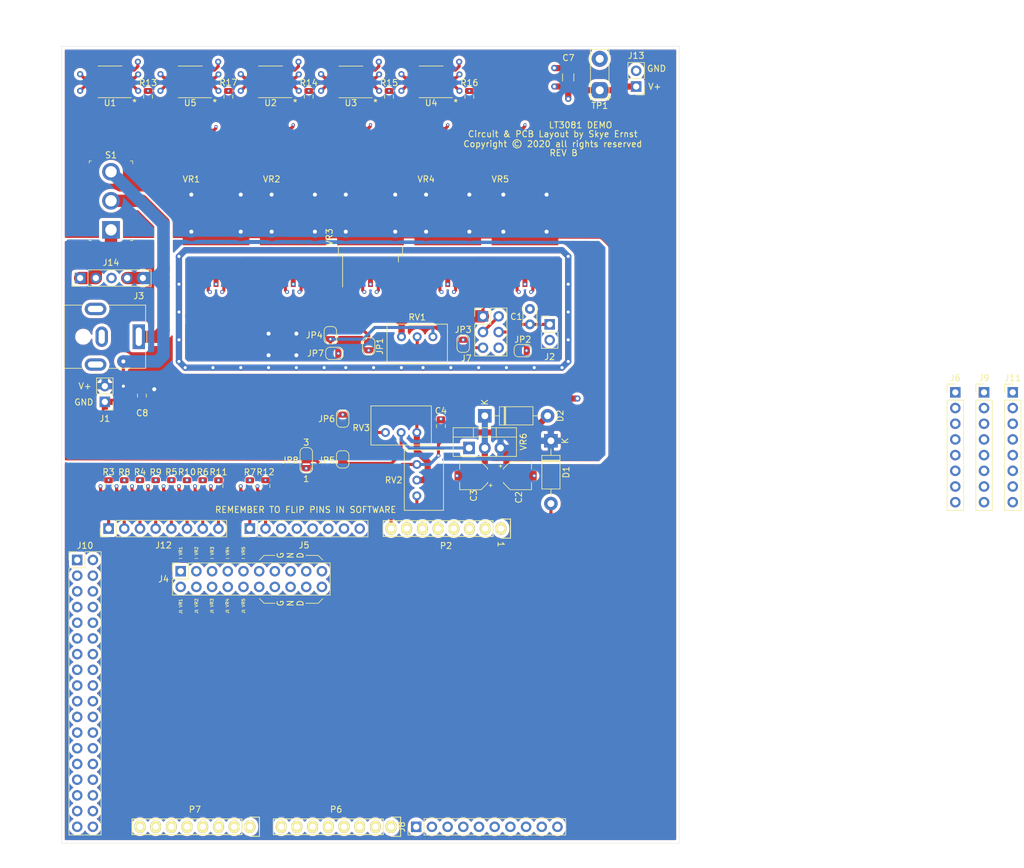
<source format=kicad_pcb>
(kicad_pcb (version 20171130) (host pcbnew "(5.1.5)-3")
  (layers (0 F.Cu signal) (1 GND signal) (2 PWR signal) (31 B.Cu signal) (34 B.Paste user) (35 F.Paste user) (36 B.SilkS user) (37 F.SilkS user) (38 B.Mask user) (39 F.Mask user) (44 Edge.Cuts user))
  (net 0 "")
  (net 1 GND)
  (net 2 /out)
  (net 3 /in)
  (net 4 "Net-(VR1-Pad7)")
  (net 5 "Net-(VR1-Pad1)")
  (net 6 "Net-(VR2-Pad7)")
  (net 7 "Net-(VR2-Pad1)")
  (net 8 "Net-(VR3-Pad7)")
  (net 9 "Net-(VR3-Pad1)")
  (net 10 "Net-(VR4-Pad7)")
  (net 11 "Net-(VR4-Pad1)")
  (net 12 "Net-(VR5-Pad7)")
  (net 13 "Net-(VR5-Pad1)")
  (net 14 /SET)
  (net 15 /ImonVR1)
  (net 16 /ImonVR2)
  (net 17 /ImonVR3)
  (net 18 /ImonVR4)
  (net 19 /ImonVR5)
  (net 20 /TEMP1)
  (net 21 /TEMP2)
  (net 22 /TEMP3)
  (net 23 /TEMP4)
  (net 24 /TEMP5)
  (net 25 /VR_PAD)
  (net 26 "Net-(R13-Pad1)")
  (net 27 "Net-(R14-Pad1)")
  (net 28 "Net-(R15-Pad1)")
  (net 29 "Net-(R16-Pad1)")
  (net 30 "Net-(R17-Pad1)")
  (net 31 /Digital/ADC7)
  (net 32 /Digital/ADC6)
  (net 33 /Digital/ADC5)
  (net 34 /Digital/ADC4)
  (net 35 /Digital/ADC3)
  (net 36 /Digital/ADC2)
  (net 37 /Digital/ADC1)
  (net 38 /Digital/ADC0)
  (net 39 +5V)
  (net 40 "Net-(C4-Pad1)")
  (net 41 /Digital/TXD3)
  (net 42 /Digital/RXD3)
  (net 43 /Digital/TXD2)
  (net 44 /Digital/RXD2)
  (net 45 /Digital/TXD1)
  (net 46 /Digital/RXD1)
  (net 47 /Digital/SDA)
  (net 48 /Digital/SCL)
  (net 49 +12V)
  (net 50 /Digital/ADC15)
  (net 51 /Digital/ADC14)
  (net 52 /Digital/ADC13)
  (net 53 /Digital/ADC12)
  (net 54 /Digital/ADC11)
  (net 55 /Digital/ADC10)
  (net 56 /Digital/ADC9)
  (net 57 /Digital/ADC8)
  (net 58 +3V3)
  (net 59 RESET)
  (net 60 "Net-(J6-Pad1)")
  (net 61 "Net-(J7-Pad5)")
  (net 62 "Net-(J7-Pad4)")
  (net 63 "Net-(J7-Pad2)")
  (net 64 /Digital/PH5)
  (net 65 /Digital/PH6)
  (net 66 /Digital/PB4)
  (net 67 /Digital/PB5)
  (net 68 /Digital/PB6)
  (net 69 /Digital/PB7)
  (net 70 /Digital/AREF)
  (net 71 /Digital/PH4)
  (net 72 /Digital/PH3)
  (net 73 /Digital/PE3)
  (net 74 /Digital/PG5)
  (net 75 /Digital/PE5)
  (net 76 /Digital/PE4)
  (net 77 PE1)
  (net 78 PE0)
  (net 79 /Digital/PB0)
  (net 80 /Digital/PB1)
  (net 81 /Digital/PB2)
  (net 82 /Digital/PB3)
  (net 83 /Digital/PL0)
  (net 84 /Digital/PL1)
  (net 85 /Digital/PL2)
  (net 86 /Digital/PL3)
  (net 87 /Digital/PL4)
  (net 88 /Digital/PL5)
  (net 89 /Digital/PL6)
  (net 90 /Digital/PL7)
  (net 91 /Digital/PG0)
  (net 92 /Digital/PG1)
  (net 93 /Digital/PG2)
  (net 94 /Digital/PD7)
  (net 95 /Digital/PC0)
  (net 96 /Digital/PC1)
  (net 97 /Digital/PC2)
  (net 98 /Digital/PC3)
  (net 99 /Digital/PC4)
  (net 100 /Digital/PC5)
  (net 101 /Digital/PC6)
  (net 102 /Digital/PC7)
  (net 103 /Digital/PA7)
  (net 104 /Digital/PA6)
  (net 105 /Digital/PA5)
  (net 106 /Digital/PA4)
  (net 107 /Digital/PA3)
  (net 108 /Digital/PA2)
  (net 109 /Digital/PA1)
  (net 110 /Digital/PA0)
  (net 111 "Net-(JP1-Pad1)")
  (net 112 "Net-(JP5-Pad2)")
  (net 113 "Net-(JP5-Pad1)")
  (net 114 "Net-(JP4-Pad1)")
  (net 115 "Net-(JP8-Pad3)")
  (net 116 "Net-(J3-Pad1)")
  (net 117 "Net-(J14-Pad3)")
  (net 118 "Net-(J14-Pad1)")
  (module Connector_PinHeader_2.54mm:PinHeader_1x08_P2.54mm_Vertical (layer F.Cu) (at 122.61 103.05 90)
    (fp_text reference J12 (at -2.7 8.89 180) (layer F.SilkS))
    (fp_text value FH254-108DF08500V)
    (pad 8 thru_hole oval (at 0 17.78 90) (size 1.7 1.7) (drill 1) (layers *.Cu *.Mask) (net 31 /Digital/ADC7))
    (pad 7 thru_hole oval (at 0 15.24 90) (size 1.7 1.7) (drill 1) (layers *.Cu *.Mask) (net 32 /Digital/ADC6))
    (pad 6 thru_hole oval (at 0 12.7 90) (size 1.7 1.7) (drill 1) (layers *.Cu *.Mask) (net 33 /Digital/ADC5))
    (pad 5 thru_hole oval (at 0 10.16 90) (size 1.7 1.7) (drill 1) (layers *.Cu *.Mask) (net 34 /Digital/ADC4))
    (pad 4 thru_hole oval (at 0 7.62 90) (size 1.7 1.7) (drill 1) (layers *.Cu *.Mask) (net 35 /Digital/ADC3))
    (pad 3 thru_hole oval (at 0 5.08 90) (size 1.7 1.7) (drill 1) (layers *.Cu *.Mask) (net 36 /Digital/ADC2))
    (pad 2 thru_hole oval (at 0 2.54 90) (size 1.7 1.7) (drill 1) (layers *.Cu *.Mask) (net 37 /Digital/ADC1))
    (pad 1 thru_hole rect (at 0 0 90) (size 1.7 1.7) (drill 1) (layers *.Cu *.Mask) (net 38 /Digital/ADC0))
  )
  (module Connector_PinHeader_2.54mm:PinHeader_1x08_P2.54mm_Vertical (layer F.Cu) (at 268.95 81)
    (fp_text reference J11 (at 0 -2.33) (layer F.SilkS))
    (fp_text value FH254-108DF08500V)
    (pad 8 thru_hole oval (at 0 17.78) (size 1.7 1.7) (drill 1) (layers *.Cu *.Mask) (net 71 /Digital/PH4))
    (pad 7 thru_hole oval (at 0 15.24) (size 1.7 1.7) (drill 1) (layers *.Cu *.Mask) (net 72 /Digital/PH3))
    (pad 6 thru_hole oval (at 0 12.7) (size 1.7 1.7) (drill 1) (layers *.Cu *.Mask) (net 73 /Digital/PE3))
    (pad 5 thru_hole oval (at 0 10.16) (size 1.7 1.7) (drill 1) (layers *.Cu *.Mask) (net 74 /Digital/PG5))
    (pad 4 thru_hole oval (at 0 7.62) (size 1.7 1.7) (drill 1) (layers *.Cu *.Mask) (net 75 /Digital/PE5))
    (pad 3 thru_hole oval (at 0 5.08) (size 1.7 1.7) (drill 1) (layers *.Cu *.Mask) (net 76 /Digital/PE4))
    (pad 2 thru_hole oval (at 0 2.54) (size 1.7 1.7) (drill 1) (layers *.Cu *.Mask) (net 77 PE1))
    (pad 1 thru_hole rect (at 0 0) (size 1.7 1.7) (drill 1) (layers *.Cu *.Mask) (net 78 PE0))
  )
  (module Connector_PinHeader_2.54mm:PinHeader_2x18_P2.54mm_Vertical (layer F.Cu) (at 117.53 108.13)
    (fp_text reference J10 (at 1.27 -2.33) (layer F.SilkS))
    (fp_text value 18x2F-H8.5)
    (pad 36 thru_hole oval (at 2.54 43.18) (size 1.7 1.7) (drill 1) (layers *.Cu *.Mask) (net 1 GND))
    (pad 35 thru_hole oval (at 0 43.18) (size 1.7 1.7) (drill 1) (layers *.Cu *.Mask) (net 1 GND))
    (pad 34 thru_hole oval (at 2.54 40.64) (size 1.7 1.7) (drill 1) (layers *.Cu *.Mask) (net 79 /Digital/PB0))
    (pad 33 thru_hole oval (at 0 40.64) (size 1.7 1.7) (drill 1) (layers *.Cu *.Mask) (net 80 /Digital/PB1))
    (pad 32 thru_hole oval (at 2.54 38.1) (size 1.7 1.7) (drill 1) (layers *.Cu *.Mask) (net 81 /Digital/PB2))
    (pad 31 thru_hole oval (at 0 38.1) (size 1.7 1.7) (drill 1) (layers *.Cu *.Mask) (net 82 /Digital/PB3))
    (pad 30 thru_hole oval (at 2.54 35.56) (size 1.7 1.7) (drill 1) (layers *.Cu *.Mask) (net 83 /Digital/PL0))
    (pad 29 thru_hole oval (at 0 35.56) (size 1.7 1.7) (drill 1) (layers *.Cu *.Mask) (net 84 /Digital/PL1))
    (pad 28 thru_hole oval (at 2.54 33.02) (size 1.7 1.7) (drill 1) (layers *.Cu *.Mask) (net 85 /Digital/PL2))
    (pad 27 thru_hole oval (at 0 33.02) (size 1.7 1.7) (drill 1) (layers *.Cu *.Mask) (net 86 /Digital/PL3))
    (pad 26 thru_hole oval (at 2.54 30.48) (size 1.7 1.7) (drill 1) (layers *.Cu *.Mask) (net 87 /Digital/PL4))
    (pad 25 thru_hole oval (at 0 30.48) (size 1.7 1.7) (drill 1) (layers *.Cu *.Mask) (net 88 /Digital/PL5))
    (pad 24 thru_hole oval (at 2.54 27.94) (size 1.7 1.7) (drill 1) (layers *.Cu *.Mask) (net 89 /Digital/PL6))
    (pad 23 thru_hole oval (at 0 27.94) (size 1.7 1.7) (drill 1) (layers *.Cu *.Mask) (net 90 /Digital/PL7))
    (pad 22 thru_hole oval (at 2.54 25.4) (size 1.7 1.7) (drill 1) (layers *.Cu *.Mask) (net 91 /Digital/PG0))
    (pad 21 thru_hole oval (at 0 25.4) (size 1.7 1.7) (drill 1) (layers *.Cu *.Mask) (net 92 /Digital/PG1))
    (pad 20 thru_hole oval (at 2.54 22.86) (size 1.7 1.7) (drill 1) (layers *.Cu *.Mask) (net 93 /Digital/PG2))
    (pad 19 thru_hole oval (at 0 22.86) (size 1.7 1.7) (drill 1) (layers *.Cu *.Mask) (net 94 /Digital/PD7))
    (pad 18 thru_hole oval (at 2.54 20.32) (size 1.7 1.7) (drill 1) (layers *.Cu *.Mask) (net 95 /Digital/PC0))
    (pad 17 thru_hole oval (at 0 20.32) (size 1.7 1.7) (drill 1) (layers *.Cu *.Mask) (net 96 /Digital/PC1))
    (pad 16 thru_hole oval (at 2.54 17.78) (size 1.7 1.7) (drill 1) (layers *.Cu *.Mask) (net 97 /Digital/PC2))
    (pad 15 thru_hole oval (at 0 17.78) (size 1.7 1.7) (drill 1) (layers *.Cu *.Mask) (net 98 /Digital/PC3))
    (pad 14 thru_hole oval (at 2.54 15.24) (size 1.7 1.7) (drill 1) (layers *.Cu *.Mask) (net 99 /Digital/PC4))
    (pad 13 thru_hole oval (at 0 15.24) (size 1.7 1.7) (drill 1) (layers *.Cu *.Mask) (net 100 /Digital/PC5))
    (pad 12 thru_hole oval (at 2.54 12.7) (size 1.7 1.7) (drill 1) (layers *.Cu *.Mask) (net 101 /Digital/PC6))
    (pad 11 thru_hole oval (at 0 12.7) (size 1.7 1.7) (drill 1) (layers *.Cu *.Mask) (net 102 /Digital/PC7))
    (pad 10 thru_hole oval (at 2.54 10.16) (size 1.7 1.7) (drill 1) (layers *.Cu *.Mask) (net 103 /Digital/PA7))
    (pad 9 thru_hole oval (at 0 10.16) (size 1.7 1.7) (drill 1) (layers *.Cu *.Mask) (net 104 /Digital/PA6))
    (pad 8 thru_hole oval (at 2.54 7.62) (size 1.7 1.7) (drill 1) (layers *.Cu *.Mask) (net 105 /Digital/PA5))
    (pad 7 thru_hole oval (at 0 7.62) (size 1.7 1.7) (drill 1) (layers *.Cu *.Mask) (net 106 /Digital/PA4))
    (pad 6 thru_hole oval (at 2.54 5.08) (size 1.7 1.7) (drill 1) (layers *.Cu *.Mask) (net 107 /Digital/PA3))
    (pad 5 thru_hole oval (at 0 5.08) (size 1.7 1.7) (drill 1) (layers *.Cu *.Mask) (net 108 /Digital/PA2))
    (pad 4 thru_hole oval (at 2.54 2.54) (size 1.7 1.7) (drill 1) (layers *.Cu *.Mask) (net 109 /Digital/PA1))
    (pad 3 thru_hole oval (at 0 2.54) (size 1.7 1.7) (drill 1) (layers *.Cu *.Mask) (net 110 /Digital/PA0))
    (pad 2 thru_hole oval (at 2.54 0) (size 1.7 1.7) (drill 1) (layers *.Cu *.Mask) (net 39 +5V))
    (pad 1 thru_hole rect (at 0 0) (size 1.7 1.7) (drill 1) (layers *.Cu *.Mask) (net 39 +5V))
  )
  (module Connector_PinHeader_2.54mm:PinHeader_1x08_P2.54mm_Vertical (layer F.Cu) (at 264.3 81)
    (fp_text reference J9 (at 0 -2.33) (layer F.SilkS))
    (fp_text value FH254-108DF08500V)
    (pad 8 thru_hole oval (at 0 17.78) (size 1.7 1.7) (drill 1) (layers *.Cu *.Mask) (net 41 /Digital/TXD3))
    (pad 7 thru_hole oval (at 0 15.24) (size 1.7 1.7) (drill 1) (layers *.Cu *.Mask) (net 42 /Digital/RXD3))
    (pad 6 thru_hole oval (at 0 12.7) (size 1.7 1.7) (drill 1) (layers *.Cu *.Mask) (net 43 /Digital/TXD2))
    (pad 5 thru_hole oval (at 0 10.16) (size 1.7 1.7) (drill 1) (layers *.Cu *.Mask) (net 44 /Digital/RXD2))
    (pad 4 thru_hole oval (at 0 7.62) (size 1.7 1.7) (drill 1) (layers *.Cu *.Mask) (net 45 /Digital/TXD1))
    (pad 3 thru_hole oval (at 0 5.08) (size 1.7 1.7) (drill 1) (layers *.Cu *.Mask) (net 46 /Digital/RXD1))
    (pad 2 thru_hole oval (at 0 2.54) (size 1.7 1.7) (drill 1) (layers *.Cu *.Mask) (net 47 /Digital/SDA))
    (pad 1 thru_hole rect (at 0 0) (size 1.7 1.7) (drill 1) (layers *.Cu *.Mask) (net 48 /Digital/SCL))
  )
  (module Connector_PinHeader_2.54mm:PinHeader_1x10_P2.54mm_Vertical (layer F.Cu) (at 172.4 151.32 90)
    (fp_text reference J8 (at 0 -2.33 90) (layer F.SilkS))
    (fp_text value FH254-110DF08500V)
    (pad 10 thru_hole oval (at 0 22.86 90) (size 1.7 1.7) (drill 1) (layers *.Cu *.Mask) (net 64 /Digital/PH5))
    (pad 9 thru_hole oval (at 0 20.32 90) (size 1.7 1.7) (drill 1) (layers *.Cu *.Mask) (net 65 /Digital/PH6))
    (pad 8 thru_hole oval (at 0 17.78 90) (size 1.7 1.7) (drill 1) (layers *.Cu *.Mask) (net 66 /Digital/PB4))
    (pad 7 thru_hole oval (at 0 15.24 90) (size 1.7 1.7) (drill 1) (layers *.Cu *.Mask) (net 67 /Digital/PB5))
    (pad 6 thru_hole oval (at 0 12.7 90) (size 1.7 1.7) (drill 1) (layers *.Cu *.Mask) (net 68 /Digital/PB6))
    (pad 5 thru_hole oval (at 0 10.16 90) (size 1.7 1.7) (drill 1) (layers *.Cu *.Mask) (net 69 /Digital/PB7))
    (pad 4 thru_hole oval (at 0 7.62 90) (size 1.7 1.7) (drill 1) (layers *.Cu *.Mask) (net 1 GND))
    (pad 3 thru_hole oval (at 0 5.08 90) (size 1.7 1.7) (drill 1) (layers *.Cu *.Mask) (net 70 /Digital/AREF))
    (pad 2 thru_hole oval (at 0 2.54 90) (size 1.7 1.7) (drill 1) (layers *.Cu *.Mask) (net 47 /Digital/SDA))
    (pad 1 thru_hole rect (at 0 0 90) (size 1.7 1.7) (drill 1) (layers *.Cu *.Mask) (net 48 /Digital/SCL))
  )
  (module Connector_PinHeader_2.54mm:PinHeader_1x08_P2.54mm_Vertical (layer F.Cu) (at 259.65 81)
    (fp_text reference J6 (at 0 -2.33) (layer F.SilkS))
    (fp_text value FH254-108DF08500V)
    (pad 8 thru_hole oval (at 0 17.78) (size 1.7 1.7) (drill 1) (layers *.Cu *.Mask) (net 3 /in))
    (pad 7 thru_hole oval (at 0 15.24) (size 1.7 1.7) (drill 1) (layers *.Cu *.Mask) (net 1 GND))
    (pad 6 thru_hole oval (at 0 12.7) (size 1.7 1.7) (drill 1) (layers *.Cu *.Mask) (net 1 GND))
    (pad 5 thru_hole oval (at 0 10.16) (size 1.7 1.7) (drill 1) (layers *.Cu *.Mask) (net 39 +5V))
    (pad 4 thru_hole oval (at 0 7.62) (size 1.7 1.7) (drill 1) (layers *.Cu *.Mask) (net 58 +3V3))
    (pad 3 thru_hole oval (at 0 5.08) (size 1.7 1.7) (drill 1) (layers *.Cu *.Mask) (net 59 RESET))
    (pad 2 thru_hole oval (at 0 2.54) (size 1.7 1.7) (drill 1) (layers *.Cu *.Mask) (net 39 +5V))
    (pad 1 thru_hole rect (at 0 0) (size 1.7 1.7) (drill 1) (layers *.Cu *.Mask) (net 60 "Net-(J6-Pad1)"))
  )
  (module Connector_PinHeader_2.54mm:PinHeader_1x08_P2.54mm_Vertical (layer F.Cu) (at 145.47 103.05 90)
    (fp_text reference J5 (at -2.7 8.78 180) (layer F.SilkS))
    (fp_text value FH254-108DF08500V)
    (pad 8 thru_hole oval (at 0 17.78 90) (size 1.7 1.7) (drill 1) (layers *.Cu *.Mask) (net 50 /Digital/ADC15))
    (pad 7 thru_hole oval (at 0 15.24 90) (size 1.7 1.7) (drill 1) (layers *.Cu *.Mask) (net 51 /Digital/ADC14))
    (pad 6 thru_hole oval (at 0 12.7 90) (size 1.7 1.7) (drill 1) (layers *.Cu *.Mask) (net 52 /Digital/ADC13))
    (pad 5 thru_hole oval (at 0 10.16 90) (size 1.7 1.7) (drill 1) (layers *.Cu *.Mask) (net 53 /Digital/ADC12))
    (pad 4 thru_hole oval (at 0 7.62 90) (size 1.7 1.7) (drill 1) (layers *.Cu *.Mask) (net 54 /Digital/ADC11))
    (pad 3 thru_hole oval (at 0 5.08 90) (size 1.7 1.7) (drill 1) (layers *.Cu *.Mask) (net 55 /Digital/ADC10))
    (pad 2 thru_hole oval (at 0 2.54 90) (size 1.7 1.7) (drill 1) (layers *.Cu *.Mask) (net 56 /Digital/ADC9))
    (pad 1 thru_hole rect (at 0 0 90) (size 1.7 1.7) (drill 1) (layers *.Cu *.Mask) (net 57 /Digital/ADC8))
  )
  (module Jumper:SolderJumper-2_P1.3mm_Open_RoundedPad1.0x1.5mm (layer F.Cu) (at 160.5 91.85 90)
    (fp_text reference JP5 (at -0.15 -2.6 180) (layer F.SilkS))
    (fp_text value Jumper_NO_Small)
    (pad 2 smd custom (at 0.65 0 90) (size 1 0.5) (layers F.Cu F.Mask) (net 112 "Net-(JP5-Pad2)") (options (clearance outline) (anchor rect)) (primitives (gr_circle (center 0 0.25) (end 0.5 0.25) (width 0)) (gr_circle (center 0 -0.25) (end 0.5 -0.25) (width 0)) (gr_poly (pts (xy 0 -0.75) (xy -0.5 -0.75) (xy -0.5 0.75) (xy 0 0.75)) (width 0))))
    (pad 1 smd custom (at -0.65 0 90) (size 1 0.5) (layers F.Cu F.Mask) (net 113 "Net-(JP5-Pad1)") (options (clearance outline) (anchor rect)) (primitives (gr_circle (center 0 0.25) (end 0.5 0.25) (width 0)) (gr_circle (center 0 -0.25) (end 0.5 -0.25) (width 0)) (gr_poly (pts (xy 0 -0.75) (xy 0.5 -0.75) (xy 0.5 0.75) (xy 0 0.75)) (width 0))))
  )
  (module Socket_Arduino_Mega:Socket_Strip_Arduino_1x08 (layer F.Cu) (at 145.47 151.31 180)
    (fp_text reference P7 (at 8.89 2.794) (layer F.SilkS))
    (fp_text value Communication)
    (pad 8 thru_hole oval (at 17.78 0 180) (size 1.7272 2.032) (drill 1.016) (layers *.Cu *.Mask F.SilkS))
    (pad 7 thru_hole oval (at 15.24 0 180) (size 1.7272 2.032) (drill 1.016) (layers *.Cu *.Mask F.SilkS))
    (pad 6 thru_hole oval (at 12.7 0 180) (size 1.7272 2.032) (drill 1.016) (layers *.Cu *.Mask F.SilkS))
    (pad 5 thru_hole oval (at 10.16 0 180) (size 1.7272 2.032) (drill 1.016) (layers *.Cu *.Mask F.SilkS))
    (pad 4 thru_hole oval (at 7.62 0 180) (size 1.7272 2.032) (drill 1.016) (layers *.Cu *.Mask F.SilkS))
    (pad 3 thru_hole oval (at 5.08 0 180) (size 1.7272 2.032) (drill 1.016) (layers *.Cu *.Mask F.SilkS))
    (pad 2 thru_hole oval (at 2.54 0 180) (size 1.7272 2.032) (drill 1.016) (layers *.Cu *.Mask F.SilkS))
    (pad 1 thru_hole oval (at 0 0 180) (size 1.7272 2.032) (drill 1.016) (layers *.Cu *.Mask F.SilkS))
  )
  (module Socket_Arduino_Mega:Socket_Strip_Arduino_1x08 (layer F.Cu) (at 168.33 151.31 180)
    (fp_text reference P6 (at 8.89 2.794) (layer F.SilkS))
    (fp_text value PWM)
    (pad 8 thru_hole oval (at 17.78 0 180) (size 1.7272 2.032) (drill 1.016) (layers *.Cu *.Mask F.SilkS))
    (pad 7 thru_hole oval (at 15.24 0 180) (size 1.7272 2.032) (drill 1.016) (layers *.Cu *.Mask F.SilkS))
    (pad 6 thru_hole oval (at 12.7 0 180) (size 1.7272 2.032) (drill 1.016) (layers *.Cu *.Mask F.SilkS))
    (pad 5 thru_hole oval (at 10.16 0 180) (size 1.7272 2.032) (drill 1.016) (layers *.Cu *.Mask F.SilkS))
    (pad 4 thru_hole oval (at 7.62 0 180) (size 1.7272 2.032) (drill 1.016) (layers *.Cu *.Mask F.SilkS))
    (pad 3 thru_hole oval (at 5.08 0 180) (size 1.7272 2.032) (drill 1.016) (layers *.Cu *.Mask F.SilkS))
    (pad 2 thru_hole oval (at 2.54 0 180) (size 1.7272 2.032) (drill 1.016) (layers *.Cu *.Mask F.SilkS))
    (pad 1 thru_hole oval (at 0 0 180) (size 1.7272 2.032) (drill 1.016) (layers *.Cu *.Mask F.SilkS))
  )
  (module Socket_Arduino_Mega:Socket_Strip_Arduino_1x08 (layer F.Cu) (at 186.11 103.05 180)
    (fp_text reference P2 (at 8.89 -2.794) (layer F.SilkS))
    (fp_text value Power)
    (pad 8 thru_hole oval (at 17.78 0 180) (size 1.7272 2.032) (drill 1.016) (layers *.Cu *.Mask F.SilkS) (net 39 +5V))
    (pad 7 thru_hole oval (at 15.24 0 180) (size 1.7272 2.032) (drill 1.016) (layers *.Cu *.Mask F.SilkS))
    (pad 6 thru_hole oval (at 12.7 0 180) (size 1.7272 2.032) (drill 1.016) (layers *.Cu *.Mask F.SilkS))
    (pad 5 thru_hole oval (at 10.16 0 180) (size 1.7272 2.032) (drill 1.016) (layers *.Cu *.Mask F.SilkS))
    (pad 4 thru_hole oval (at 7.62 0 180) (size 1.7272 2.032) (drill 1.016) (layers *.Cu *.Mask F.SilkS))
    (pad 3 thru_hole oval (at 5.08 0 180) (size 1.7272 2.032) (drill 1.016) (layers *.Cu *.Mask F.SilkS))
    (pad 2 thru_hole oval (at 2.54 0 180) (size 1.7272 2.032) (drill 1.016) (layers *.Cu *.Mask F.SilkS))
    (pad 1 thru_hole oval (at 0 0 180) (size 1.7272 2.032) (drill 1.016) (layers *.Cu *.Mask F.SilkS))
  )
  (module digikey-footprints:Toggle_Switch_100SP1T1B4M2QE (layer F.Cu) (at 123 54.7 90)
    (fp_text reference S1 (at 12.1 0 180) (layer F.SilkS))
    (fp_text value 100SP1T1B4M2QE)
    (pad 3 thru_hole circle (at 9.4 0 90) (size 2.85 2.85) (drill 1.85) (layers *.Cu *.Mask) (net 49 +12V))
    (pad 2 thru_hole circle (at 4.7 0 90) (size 2.85 2.85) (drill 1.85) (layers *.Cu *.Mask) (net 116 "Net-(J3-Pad1)"))
    (pad 1 thru_hole rect (at 0 0 90) (size 2.85 2.85) (drill 1.85) (layers *.Cu *.Mask) (net 118 "Net-(J14-Pad1)"))
  )
  (module Jumper:SolderJumper-2_P1.3mm_Open_RoundedPad1.0x1.5mm (layer F.Cu) (at 164.7 73.55 270)
    (fp_text reference JP1 (at 0 -1.8 90) (layer F.SilkS))
    (fp_text value Jumper_NO_Small)
    (pad 2 smd custom (at 0.65 0 270) (size 1 0.5) (layers F.Cu F.Mask) (net 1 GND) (options (clearance outline) (anchor rect)) (primitives (gr_circle (center 0 0.25) (end 0.5 0.25) (width 0)) (gr_circle (center 0 -0.25) (end 0.5 -0.25) (width 0)) (gr_poly (pts (xy 0 -0.75) (xy -0.5 -0.75) (xy -0.5 0.75) (xy 0 0.75)) (width 0))))
    (pad 1 smd custom (at -0.65 0 270) (size 1 0.5) (layers F.Cu F.Mask) (net 111 "Net-(JP1-Pad1)") (options (clearance outline) (anchor rect)) (primitives (gr_circle (center 0 0.25) (end 0.5 0.25) (width 0)) (gr_circle (center 0 -0.25) (end 0.5 -0.25) (width 0)) (gr_poly (pts (xy 0 -0.75) (xy 0.5 -0.75) (xy 0.5 0.75) (xy 0 0.75)) (width 0))))
  )
  (module Connector_PinHeader_2.54mm:PinHeader_1x05_P2.54mm_Vertical (layer F.Cu) (at 118 62.5 90)
    (fp_text reference J14 (at 2.5 5 180) (layer F.SilkS))
    (fp_text value "Current monitor / direct switcher")
    (pad 5 thru_hole oval (at 0 10.16 90) (size 1.7 1.7) (drill 1) (layers *.Cu *.Mask) (net 49 +12V))
    (pad 4 thru_hole oval (at 0 7.62 90) (size 1.7 1.7) (drill 1) (layers *.Cu *.Mask) (net 49 +12V))
    (pad 3 thru_hole oval (at 0 5.08 90) (size 1.7 1.7) (drill 1) (layers *.Cu *.Mask) (net 117 "Net-(J14-Pad3)"))
    (pad 2 thru_hole oval (at 0 2.54 90) (size 1.7 1.7) (drill 1) (layers *.Cu *.Mask) (net 118 "Net-(J14-Pad1)"))
    (pad 1 thru_hole rect (at 0 0 90) (size 1.7 1.7) (drill 1) (layers *.Cu *.Mask) (net 118 "Net-(J14-Pad1)"))
  )
  (module Potentiometer_THT:Potentiometer_Bourns_3299W_Vertical (layer F.Cu) (at 175.1 72)
    (fp_text reference RV1 (at -2.54 -3.16) (layer F.SilkS))
    (fp_text value 0-250k)
    (pad 3 thru_hole circle (at -5.08 0) (size 1.44 1.44) (drill 0.8) (layers *.Cu *.Mask) (net 14 /SET))
    (pad 2 thru_hole circle (at -2.54 0) (size 1.44 1.44) (drill 0.8) (layers *.Cu *.Mask) (net 111 "Net-(JP1-Pad1)"))
    (pad 1 thru_hole circle (at 0 0) (size 1.44 1.44) (drill 0.8) (layers *.Cu *.Mask) (net 114 "Net-(JP4-Pad1)"))
  )
  (module Jumper:SolderJumper-3_P1.3mm_Open_RoundedPad1.0x1.5mm_NumberLabels (layer F.Cu) (at 154.6 92 90)
    (fp_text reference JP8 (at 0 -2.6 180) (layer F.SilkS))
    (fp_text value Jumper_3_Open)
    (fp_text user 1 (at -3 0 180) (layer F.SilkS))
    (fp_text user 3 (at 2.9 0 180) (layer F.SilkS))
    (pad 2 smd rect (at 0 0 90) (size 1 1.5) (layers F.Cu F.Mask) (net 40 "Net-(C4-Pad1)"))
    (pad 3 smd custom (at 1.3 0 90) (size 1 0.5) (layers F.Cu F.Mask) (net 115 "Net-(JP8-Pad3)") (options (clearance outline) (anchor rect)) (primitives (gr_circle (center 0 0.25) (end 0.5 0.25) (width 0)) (gr_circle (center 0 -0.25) (end 0.5 -0.25) (width 0)) (gr_poly (pts (xy -0.55 -0.75) (xy 0 -0.75) (xy 0 0.75) (xy -0.55 0.75)) (width 0))))
    (pad 1 smd custom (at -1.3 0 90) (size 1 0.5) (layers F.Cu F.Mask) (net 1 GND) (options (clearance outline) (anchor rect)) (primitives (gr_circle (center 0 0.25) (end 0.5 0.25) (width 0)) (gr_circle (center 0 -0.25) (end 0.5 -0.25) (width 0)) (gr_poly (pts (xy 0.55 -0.75) (xy 0 -0.75) (xy 0 0.75) (xy 0.55 0.75)) (width 0))))
  )
  (module Jumper:SolderJumper-2_P1.3mm_Open_RoundedPad1.0x1.5mm (layer F.Cu) (at 159.15 74.7 180)
    (fp_text reference JP7 (at 3.05 0) (layer F.SilkS))
    (fp_text value Jumper_NO_Small)
    (pad 2 smd custom (at 0.65 0 180) (size 1 0.5) (layers F.Cu F.Mask) (net 114 "Net-(JP4-Pad1)") (options (clearance outline) (anchor rect)) (primitives (gr_circle (center 0 0.25) (end 0.5 0.25) (width 0)) (gr_circle (center 0 -0.25) (end 0.5 -0.25) (width 0)) (gr_poly (pts (xy 0 -0.75) (xy -0.5 -0.75) (xy -0.5 0.75) (xy 0 0.75)) (width 0))))
    (pad 1 smd custom (at -0.65 0 180) (size 1 0.5) (layers F.Cu F.Mask) (net 1 GND) (options (clearance outline) (anchor rect)) (primitives (gr_circle (center 0 0.25) (end 0.5 0.25) (width 0)) (gr_circle (center 0 -0.25) (end 0.5 -0.25) (width 0)) (gr_poly (pts (xy 0 -0.75) (xy 0.5 -0.75) (xy 0.5 0.75) (xy 0 0.75)) (width 0))))
  )
  (module Jumper:SolderJumper-2_P1.3mm_Open_RoundedPad1.0x1.5mm (layer F.Cu) (at 158.5 71.75 90)
    (fp_text reference JP4 (at 0 -2.6 180) (layer F.SilkS))
    (fp_text value Jumper_NO_Small)
    (pad 2 smd custom (at 0.65 0 90) (size 1 0.5) (layers F.Cu F.Mask) (net 111 "Net-(JP1-Pad1)") (options (clearance outline) (anchor rect)) (primitives (gr_circle (center 0 0.25) (end 0.5 0.25) (width 0)) (gr_circle (center 0 -0.25) (end 0.5 -0.25) (width 0)) (gr_poly (pts (xy 0 -0.75) (xy -0.5 -0.75) (xy -0.5 0.75) (xy 0 0.75)) (width 0))))
    (pad 1 smd custom (at -0.65 0 90) (size 1 0.5) (layers F.Cu F.Mask) (net 114 "Net-(JP4-Pad1)") (options (clearance outline) (anchor rect)) (primitives (gr_circle (center 0 0.25) (end 0.5 0.25) (width 0)) (gr_circle (center 0 -0.25) (end 0.5 -0.25) (width 0)) (gr_poly (pts (xy 0 -0.75) (xy 0.5 -0.75) (xy 0.5 0.75) (xy 0 0.75)) (width 0))))
  )
  (module Jumper:SolderJumper-2_P1.3mm_Open_RoundedPad1.0x1.5mm (layer F.Cu) (at 160.5 85.25 90)
    (fp_text reference JP6 (at -0.05 -2.6 180) (layer F.SilkS))
    (fp_text value Jumper_NO_Small)
    (pad 2 smd custom (at 0.65 0 90) (size 1 0.5) (layers F.Cu F.Mask) (net 1 GND) (options (clearance outline) (anchor rect)) (primitives (gr_circle (center 0 0.25) (end 0.5 0.25) (width 0)) (gr_circle (center 0 -0.25) (end 0.5 -0.25) (width 0)) (gr_poly (pts (xy 0 -0.75) (xy -0.5 -0.75) (xy -0.5 0.75) (xy 0 0.75)) (width 0))))
    (pad 1 smd custom (at -0.65 0 90) (size 1 0.5) (layers F.Cu F.Mask) (net 112 "Net-(JP5-Pad2)") (options (clearance outline) (anchor rect)) (primitives (gr_circle (center 0 0.25) (end 0.5 0.25) (width 0)) (gr_circle (center 0 -0.25) (end 0.5 -0.25) (width 0)) (gr_poly (pts (xy 0 -0.75) (xy 0.5 -0.75) (xy 0.5 0.75) (xy 0 0.75)) (width 0))))
  )
  (module NetTie:NetTie-2_SMD_Pad0.5mm (layer F.Cu) (at 140 47.3 90)
    (fp_text reference NT1 hide)
    (fp_text value Net-Tie_2 hide)
    (fp_poly (pts (xy -0.5 -0.25) (xy 0.5 -0.25) (xy 0.5 0.25) (xy -0.5 0.25)) (layer F.Cu) (width 0))
    (pad 2 smd circle (at 0.5 0 90) (size 0.5 0.5) (layers F.Cu) (net 2 /out))
    (pad 1 smd circle (at -0.5 0 90) (size 0.5 0.5) (layers F.Cu) (net 25 /VR_PAD))
  )
  (module NetTie:NetTie-2_SMD_Pad0.5mm (layer F.Cu) (at 140.39 100.2 270)
    (fp_text reference NT16 hide)
    (fp_text value Net-Tie_2 hide)
    (fp_poly (pts (xy -0.5 -0.25) (xy 0.5 -0.25) (xy 0.5 0.25) (xy -0.5 0.25)) (layer F.Cu) (width 0))
    (pad 2 smd circle (at 0.5 0 270) (size 0.5 0.5) (layers F.Cu) (net 31 /Digital/ADC7))
    (pad 1 smd circle (at -0.5 0 270) (size 0.5 0.5) (layers F.Cu) (net 23 /TEMP4))
  )
  (module NetTie:NetTie-2_SMD_Pad0.5mm (layer F.Cu) (at 135.3 100.2 270)
    (fp_text reference NT15 hide)
    (fp_text value Net-Tie_2 hide)
    (fp_poly (pts (xy -0.5 -0.25) (xy 0.5 -0.25) (xy 0.5 0.25) (xy -0.5 0.25)) (layer F.Cu) (width 0))
    (pad 2 smd circle (at 0.5 0 270) (size 0.5 0.5) (layers F.Cu) (net 33 /Digital/ADC5))
    (pad 1 smd circle (at -0.5 0 270) (size 0.5 0.5) (layers F.Cu) (net 22 /TEMP3))
  )
  (module NetTie:NetTie-2_SMD_Pad0.5mm (layer F.Cu) (at 130.23 100.2 270)
    (fp_text reference NT14 hide)
    (fp_text value Net-Tie_2 hide)
    (fp_poly (pts (xy -0.5 -0.25) (xy 0.5 -0.25) (xy 0.5 0.25) (xy -0.5 0.25)) (layer F.Cu) (width 0))
    (pad 2 smd circle (at 0.5 0 270) (size 0.5 0.5) (layers F.Cu) (net 35 /Digital/ADC3))
    (pad 1 smd circle (at -0.5 0 270) (size 0.5 0.5) (layers F.Cu) (net 21 /TEMP2))
  )
  (module NetTie:NetTie-2_SMD_Pad0.5mm (layer F.Cu) (at 125.15 100.21 270)
    (fp_text reference NT13 hide)
    (fp_text value Net-Tie_2 hide)
    (fp_poly (pts (xy -0.5 -0.25) (xy 0.5 -0.25) (xy 0.5 0.25) (xy -0.5 0.25)) (layer F.Cu) (width 0))
    (pad 2 smd circle (at 0.5 0 270) (size 0.5 0.5) (layers F.Cu) (net 37 /Digital/ADC1))
    (pad 1 smd circle (at -0.5 0 270) (size 0.5 0.5) (layers F.Cu) (net 20 /TEMP1))
  )
  (module NetTie:NetTie-2_SMD_Pad0.5mm (layer F.Cu) (at 137.85 100.2 270)
    (fp_text reference NT12 hide)
    (fp_text value Net-Tie_2 hide)
    (fp_poly (pts (xy -0.5 -0.25) (xy 0.5 -0.25) (xy 0.5 0.25) (xy -0.5 0.25)) (layer F.Cu) (width 0))
    (pad 2 smd circle (at 0.5 0 270) (size 0.5 0.5) (layers F.Cu) (net 32 /Digital/ADC6))
    (pad 1 smd circle (at -0.5 0 270) (size 0.5 0.5) (layers F.Cu) (net 18 /ImonVR4))
  )
  (module NetTie:NetTie-2_SMD_Pad0.5mm (layer F.Cu) (at 132.77 100.2 270)
    (fp_text reference NT11 hide)
    (fp_text value Net-Tie_2 hide)
    (fp_poly (pts (xy -0.5 -0.25) (xy 0.5 -0.25) (xy 0.5 0.25) (xy -0.5 0.25)) (layer F.Cu) (width 0))
    (pad 2 smd circle (at 0.5 0 270) (size 0.5 0.5) (layers F.Cu) (net 34 /Digital/ADC4))
    (pad 1 smd circle (at -0.5 0 270) (size 0.5 0.5) (layers F.Cu) (net 17 /ImonVR3))
  )
  (module NetTie:NetTie-2_SMD_Pad0.5mm (layer F.Cu) (at 127.69596 100.1983 270)
    (fp_text reference NT10 hide)
    (fp_text value Net-Tie_2 hide)
    (fp_poly (pts (xy -0.5 -0.25) (xy 0.5 -0.25) (xy 0.5 0.25) (xy -0.5 0.25)) (layer F.Cu) (width 0))
    (pad 2 smd circle (at 0.5 0 270) (size 0.5 0.5) (layers F.Cu) (net 36 /Digital/ADC2))
    (pad 1 smd circle (at -0.5 0 270) (size 0.5 0.5) (layers F.Cu) (net 16 /ImonVR2))
  )
  (module NetTie:NetTie-2_SMD_Pad0.5mm (layer F.Cu) (at 122.61 100.2 270)
    (fp_text reference NT9 hide)
    (fp_text value Net-Tie_2 hide)
    (fp_poly (pts (xy -0.5 -0.25) (xy 0.5 -0.25) (xy 0.5 0.25) (xy -0.5 0.25)) (layer F.Cu) (width 0))
    (pad 2 smd circle (at 0.5 0 270) (size 0.5 0.5) (layers F.Cu) (net 38 /Digital/ADC0))
    (pad 1 smd circle (at -0.5 0 270) (size 0.5 0.5) (layers F.Cu) (net 15 /ImonVR1))
  )
  (module NetTie:NetTie-2_SMD_Pad0.5mm (layer F.Cu) (at 148.01 100.2 270)
    (fp_text reference NT8 hide)
    (fp_text value Net-Tie_2 hide)
    (fp_poly (pts (xy -0.5 -0.25) (xy 0.5 -0.25) (xy 0.5 0.25) (xy -0.5 0.25)) (layer F.Cu) (width 0))
    (pad 2 smd circle (at 0.5 0 270) (size 0.5 0.5) (layers F.Cu) (net 56 /Digital/ADC9))
    (pad 1 smd circle (at -0.5 0 270) (size 0.5 0.5) (layers F.Cu) (net 24 /TEMP5))
  )
  (module NetTie:NetTie-2_SMD_Pad0.5mm (layer F.Cu) (at 145.47 100.2 270)
    (fp_text reference NT7 hide)
    (fp_text value Net-Tie_2 hide)
    (fp_poly (pts (xy -0.5 -0.25) (xy 0.5 -0.25) (xy 0.5 0.25) (xy -0.5 0.25)) (layer F.Cu) (width 0))
    (pad 2 smd circle (at 0.5 0 270) (size 0.5 0.5) (layers F.Cu) (net 57 /Digital/ADC8))
    (pad 1 smd circle (at -0.5 0 270) (size 0.5 0.5) (layers F.Cu) (net 19 /ImonVR5))
  )
  (module Package_TO_SOT_THT:TO-220-3_Vertical (layer F.Cu) (at 180.96 90)
    (fp_text reference VR6 (at 8.79 -1 -90) (layer F.SilkS))
    (fp_text value LM317T)
    (pad 3 thru_hole oval (at 5.08 0) (size 1.905 2) (drill 1.1) (layers *.Cu *.Mask) (net 3 /in))
    (pad 2 thru_hole oval (at 2.54 0) (size 1.905 2) (drill 1.1) (layers *.Cu *.Mask) (net 39 +5V))
    (pad 1 thru_hole rect (at 0 0) (size 1.905 2) (drill 1.1) (layers *.Cu *.Mask) (net 113 "Net-(JP5-Pad1)"))
  )
  (module Package_TO_SOT_SMD:TO-263-7_TabPin8 (layer F.Cu) (at 165 55.875 90)
    (fp_text reference VR3 (at 0 -6.65 90) (layer F.SilkS))
    (fp_text value LT3081ER-PBF)
    (pad 8 smd rect (at 3.375 0 90) (size 9.4 10.8) (layers F.Cu F.Mask) (net 25 /VR_PAD))
    (pad 7 smd rect (at -5.775 3.81 90) (size 4.6 0.8) (layers F.Cu F.Paste F.Mask) (net 8 "Net-(VR3-Pad7)"))
    (pad 6 smd rect (at -5.775 2.54 90) (size 4.6 0.8) (layers F.Cu F.Paste F.Mask) (net 3 /in))
    (pad 5 smd rect (at -5.775 1.27 90) (size 4.6 0.8) (layers F.Cu F.Paste F.Mask) (net 22 /TEMP3))
    (pad 4 smd rect (at -5.775 0 90) (size 4.6 0.8) (layers F.Cu F.Paste F.Mask) (net 2 /out))
    (pad 3 smd rect (at -5.775 -1.27 90) (size 4.6 0.8) (layers F.Cu F.Paste F.Mask) (net 17 /ImonVR3))
    (pad 2 smd rect (at -5.775 -2.54 90) (size 4.6 0.8) (layers F.Cu F.Paste F.Mask) (net 14 /SET))
    (pad 1 smd rect (at -5.775 -3.81 90) (size 4.6 0.8) (layers F.Cu F.Paste F.Mask) (net 9 "Net-(VR3-Pad1)"))
  )
  (module Potentiometer_THT:Potentiometer_Bourns_3299W_Vertical (layer F.Cu) (at 167.42 87.5 180)
    (fp_text reference RV3 (at 3.92 0.75) (layer F.SilkS))
    (fp_text value 0-5k)
    (pad 3 thru_hole circle (at -5.08 0 180) (size 1.44 1.44) (drill 0.8) (layers *.Cu *.Mask) (net 115 "Net-(JP8-Pad3)"))
    (pad 2 thru_hole circle (at -2.54 0 180) (size 1.44 1.44) (drill 0.8) (layers *.Cu *.Mask) (net 113 "Net-(JP5-Pad1)"))
    (pad 1 thru_hole circle (at 0 0 180) (size 1.44 1.44) (drill 0.8) (layers *.Cu *.Mask) (net 112 "Net-(JP5-Pad2)"))
  )
  (module Potentiometer_THT:Potentiometer_Bourns_3299W_Vertical (layer F.Cu) (at 172.5 92.67 90)
    (fp_text reference RV2 (at -2.54 -3.75 180) (layer F.SilkS))
    (fp_text value 0-5k)
    (pad 3 thru_hole circle (at -5.08 0 90) (size 1.44 1.44) (drill 0.8) (layers *.Cu *.Mask) (net 39 +5V))
    (pad 2 thru_hole circle (at -2.54 0 90) (size 1.44 1.44) (drill 0.8) (layers *.Cu *.Mask) (net 115 "Net-(JP8-Pad3)"))
    (pad 1 thru_hole circle (at 0 0 90) (size 1.44 1.44) (drill 0.8) (layers *.Cu *.Mask) (net 40 "Net-(C4-Pad1)"))
  )
  (module Resistor_SMD:R_0805_2012Metric (layer F.Cu) (at 130.225 96.1625 90)
    (fp_text reference R9 (at 2.2375 0) (layer F.SilkS))
    (fp_text value 1k)
    (pad 2 smd roundrect (at 0.9375 0 90) (size 0.975 1.4) (layers F.Cu F.Paste F.Mask) (net 1 GND))
    (pad 1 smd roundrect (at -0.9375 0 90) (size 0.975 1.4) (layers F.Cu F.Paste F.Mask) (net 21 /TEMP2))
  )
  (module Resistor_SMD:R_0805_2012Metric (layer F.Cu) (at 125.15 96.1625 90)
    (fp_text reference R8 (at 2.2375 0 180) (layer F.SilkS))
    (fp_text value 1k)
    (pad 2 smd roundrect (at 0.9375 0 90) (size 0.975 1.4) (layers F.Cu F.Paste F.Mask) (net 1 GND))
    (pad 1 smd roundrect (at -0.9375 0 90) (size 0.975 1.4) (layers F.Cu F.Paste F.Mask) (net 20 /TEMP1))
  )
  (module Resistor_SMD:R_0805_2012Metric (layer F.Cu) (at 145.47 96.1725 90)
    (fp_text reference R7 (at 2.2475 0.005 180) (layer F.SilkS))
    (fp_text value 1k)
    (pad 2 smd roundrect (at 0.9375 0 90) (size 0.975 1.4) (layers F.Cu F.Paste F.Mask) (net 1 GND))
    (pad 1 smd roundrect (at -0.9375 0 90) (size 0.975 1.4) (layers F.Cu F.Paste F.Mask) (net 19 /ImonVR5))
  )
  (module NetTie:NetTie-2_SMD_Pad0.5mm (layer F.Cu) (at 125 79.5 90)
    (fp_text reference NT6 hide)
    (fp_text value Net-Tie_2 hide)
    (fp_poly (pts (xy -0.5 -0.25) (xy 0.5 -0.25) (xy 0.5 0.25) (xy -0.5 0.25)) (layer F.Cu) (width 0))
    (pad 2 smd circle (at 0.5 0 90) (size 0.5 0.5) (layers F.Cu) (net 49 +12V))
    (pad 1 smd circle (at -0.5 0 90) (size 0.5 0.5) (layers F.Cu) (net 3 /in))
  )
  (module Jumper:SolderJumper-2_P1.3mm_Open_RoundedPad1.0x1.5mm (layer F.Cu) (at 180 73.125 90)
    (fp_text reference JP3 (at 2.275 0 180) (layer F.SilkS))
    (fp_text value "Solder Jumper")
    (pad 2 smd custom (at 0.65 0 90) (size 1 0.5) (layers F.Cu F.Mask) (net 1 GND) (options (clearance outline) (anchor rect)) (primitives (gr_circle (center 0 0.25) (end 0.5 0.25) (width 0)) (gr_circle (center 0 -0.25) (end 0.5 -0.25) (width 0)) (gr_poly (pts (xy 0 -0.75) (xy -0.5 -0.75) (xy -0.5 0.75) (xy 0 0.75)) (width 0))))
    (pad 1 smd custom (at -0.65 0 90) (size 1 0.5) (layers F.Cu F.Mask) (net 61 "Net-(J7-Pad5)") (options (clearance outline) (anchor rect)) (primitives (gr_circle (center 0 0.25) (end 0.5 0.25) (width 0)) (gr_circle (center 0 -0.25) (end 0.5 -0.25) (width 0)) (gr_poly (pts (xy 0 -0.75) (xy 0.5 -0.75) (xy 0.5 0.75) (xy 0 0.75)) (width 0))))
  )
  (module Jumper:SolderJumper-2_P1.3mm_Open_RoundedPad1.0x1.5mm (layer F.Cu) (at 189.65 74.25)
    (fp_text reference JP2 (at 0 -1.8) (layer F.SilkS))
    (fp_text value "Solder Jumper")
    (pad 2 smd custom (at 0.65 0) (size 1 0.5) (layers F.Cu F.Mask) (net 1 GND) (options (clearance outline) (anchor rect)) (primitives (gr_circle (center 0 0.25) (end 0.5 0.25) (width 0)) (gr_circle (center 0 -0.25) (end 0.5 -0.25) (width 0)) (gr_poly (pts (xy 0 -0.75) (xy -0.5 -0.75) (xy -0.5 0.75) (xy 0 0.75)) (width 0))))
    (pad 1 smd custom (at -0.65 0) (size 1 0.5) (layers F.Cu F.Mask) (net 62 "Net-(J7-Pad4)") (options (clearance outline) (anchor rect)) (primitives (gr_circle (center 0 0.25) (end 0.5 0.25) (width 0)) (gr_circle (center 0 -0.25) (end 0.5 -0.25) (width 0)) (gr_poly (pts (xy 0 -0.75) (xy 0.5 -0.75) (xy 0.5 0.75) (xy 0 0.75)) (width 0))))
  )
  (module Connector_PinHeader_2.54mm:PinHeader_2x03_P2.54mm_Vertical (layer F.Cu) (at 183.2 68.7)
    (fp_text reference J7 (at -2.7 6.8) (layer F.SilkS))
    (fp_text value "RV Header")
    (pad 6 thru_hole oval (at 2.54 5.08) (size 1.7 1.7) (drill 1) (layers *.Cu *.Mask) (net 1 GND))
    (pad 5 thru_hole oval (at 0 5.08) (size 1.7 1.7) (drill 1) (layers *.Cu *.Mask) (net 61 "Net-(J7-Pad5)"))
    (pad 4 thru_hole oval (at 2.54 2.54) (size 1.7 1.7) (drill 1) (layers *.Cu *.Mask) (net 62 "Net-(J7-Pad4)"))
    (pad 3 thru_hole oval (at 0 2.54) (size 1.7 1.7) (drill 1) (layers *.Cu *.Mask) (net 63 "Net-(J7-Pad2)"))
    (pad 2 thru_hole oval (at 2.54 0) (size 1.7 1.7) (drill 1) (layers *.Cu *.Mask) (net 63 "Net-(J7-Pad2)"))
    (pad 1 thru_hole rect (at 0 0) (size 1.7 1.7) (drill 1) (layers *.Cu *.Mask) (net 14 /SET))
  )
  (module Connector_PinSocket_2.54mm:PinSocket_2x10_P2.54mm_Vertical (layer F.Cu) (at 134.28 109.95 90)
    (fp_text reference J4 (at -1.27 -2.77 180) (layer F.SilkS))
    (fp_text value "Sensor Header")
    (pad 20 thru_hole oval (at -2.54 22.86 90) (size 1.7 1.7) (drill 1) (layers *.Cu *.Mask) (net 1 GND))
    (pad 19 thru_hole oval (at 0 22.86 90) (size 1.7 1.7) (drill 1) (layers *.Cu *.Mask) (net 1 GND))
    (pad 18 thru_hole oval (at -2.54 20.32 90) (size 1.7 1.7) (drill 1) (layers *.Cu *.Mask) (net 1 GND))
    (pad 17 thru_hole oval (at 0 20.32 90) (size 1.7 1.7) (drill 1) (layers *.Cu *.Mask) (net 1 GND))
    (pad 16 thru_hole oval (at -2.54 17.78 90) (size 1.7 1.7) (drill 1) (layers *.Cu *.Mask) (net 1 GND))
    (pad 15 thru_hole oval (at 0 17.78 90) (size 1.7 1.7) (drill 1) (layers *.Cu *.Mask) (net 1 GND))
    (pad 14 thru_hole oval (at -2.54 15.24 90) (size 1.7 1.7) (drill 1) (layers *.Cu *.Mask) (net 1 GND))
    (pad 13 thru_hole oval (at 0 15.24 90) (size 1.7 1.7) (drill 1) (layers *.Cu *.Mask) (net 1 GND))
    (pad 12 thru_hole oval (at -2.54 12.7 90) (size 1.7 1.7) (drill 1) (layers *.Cu *.Mask) (net 1 GND))
    (pad 11 thru_hole oval (at 0 12.7 90) (size 1.7 1.7) (drill 1) (layers *.Cu *.Mask) (net 1 GND))
    (pad 10 thru_hole oval (at -2.54 10.16 90) (size 1.7 1.7) (drill 1) (layers *.Cu *.Mask) (net 24 /TEMP5))
    (pad 9 thru_hole oval (at 0 10.16 90) (size 1.7 1.7) (drill 1) (layers *.Cu *.Mask) (net 19 /ImonVR5))
    (pad 8 thru_hole oval (at -2.54 7.62 90) (size 1.7 1.7) (drill 1) (layers *.Cu *.Mask) (net 23 /TEMP4))
    (pad 7 thru_hole oval (at 0 7.62 90) (size 1.7 1.7) (drill 1) (layers *.Cu *.Mask) (net 18 /ImonVR4))
    (pad 6 thru_hole oval (at -2.54 5.08 90) (size 1.7 1.7) (drill 1) (layers *.Cu *.Mask) (net 22 /TEMP3))
    (pad 5 thru_hole oval (at 0 5.08 90) (size 1.7 1.7) (drill 1) (layers *.Cu *.Mask) (net 17 /ImonVR3))
    (pad 4 thru_hole oval (at -2.54 2.54 90) (size 1.7 1.7) (drill 1) (layers *.Cu *.Mask) (net 21 /TEMP2))
    (pad 3 thru_hole oval (at 0 2.54 90) (size 1.7 1.7) (drill 1) (layers *.Cu *.Mask) (net 16 /ImonVR2))
    (pad 2 thru_hole oval (at -2.54 0 90) (size 1.7 1.7) (drill 1) (layers *.Cu *.Mask) (net 20 /TEMP1))
    (pad 1 thru_hole rect (at 0 0 90) (size 1.7 1.7) (drill 1) (layers *.Cu *.Mask) (net 15 /ImonVR1))
  )
  (module Connector_BarrelJack:BarrelJack_CUI_PJ-063AH_Horizontal (layer F.Cu) (at 127.5 72 270)
    (fp_text reference J3 (at -6.6 0 180) (layer F.SilkS))
    (fp_text value Barrel_Jack)
    (pad "" np_thru_hole circle (at 0 9 270) (size 1.6 1.6) (drill 1.6) (layers *.Cu *.Mask))
    (pad MP thru_hole oval (at 4.5 7 270) (size 2 3.5) (drill oval 1 2.5) (layers *.Cu *.Mask))
    (pad MP thru_hole oval (at -4.5 7 270) (size 2 3.5) (drill oval 1 2.5) (layers *.Cu *.Mask))
    (pad 2 thru_hole oval (at 0 6 270) (size 3.3 2) (drill oval 2.3 1) (layers *.Cu *.Mask) (net 1 GND))
    (pad 1 thru_hole rect (at 0 0 270) (size 4 2) (drill oval 3 1) (layers *.Cu *.Mask) (net 116 "Net-(J3-Pad1)"))
  )
  (module Diode_THT:D_DO-41_SOD81_P10.16mm_Horizontal (layer F.Cu) (at 183.5 84.8)
    (fp_text reference D2 (at 12.2 0 270) (layer F.SilkS))
    (fp_text value 1N4002)
    (fp_text user K (at 0 -2.2 270) (layer F.SilkS))
    (pad 2 thru_hole oval (at 10.16 0) (size 2.2 2.2) (drill 1.1) (layers *.Cu *.Mask) (net 40 "Net-(C4-Pad1)"))
    (pad 1 thru_hole rect (at 0 0) (size 2.2 2.2) (drill 1.1) (layers *.Cu *.Mask) (net 39 +5V))
  )
  (module Diode_THT:D_DO-41_SOD81_P10.16mm_Horizontal (layer F.Cu) (at 194.2 88.84 270)
    (fp_text reference D1 (at 5.08 -2.47 90) (layer F.SilkS))
    (fp_text value 1N4002 hide)
    (fp_text user K (at 0 -2.3 90) (layer F.SilkS))
    (pad 2 thru_hole oval (at 10.16 0 270) (size 2.2 2.2) (drill 1.1) (layers *.Cu *.Mask) (net 39 +5V))
    (pad 1 thru_hole rect (at 0 0 270) (size 2.2 2.2) (drill 1.1) (layers *.Cu *.Mask) (net 3 /in))
  )
  (module Capacitor_SMD:C_0805_2012Metric_Pad1.15x1.40mm_HandSolder (layer F.Cu) (at 176.405 86.475 90)
    (fp_text reference C4 (at 2.475 -0.005 180) (layer F.SilkS))
    (fp_text value 10uF)
    (pad 2 smd roundrect (at 1.025 0 90) (size 1.15 1.4) (layers F.Cu F.Paste F.Mask) (roundrect_rratio 0.217391) (net 1 GND))
    (pad 1 smd roundrect (at -1.025 0 90) (size 1.15 1.4) (layers F.Cu F.Paste F.Mask) (roundrect_rratio 0.217391) (net 40 "Net-(C4-Pad1)"))
  )
  (module Capacitor_SMD:CP_Elec_4x5.8 (layer F.Cu) (at 181.7 94.5 180)
    (fp_text reference C3 (at 0 -3.2 270) (layer F.SilkS))
    (fp_text value 1uF)
    (pad 2 smd roundrect (at 1.8 0 180) (size 2.6 1.6) (layers F.Cu F.Paste F.Mask) (roundrect_rratio 0.15625) (net 1 GND))
    (pad 1 smd roundrect (at -1.8 0 180) (size 2.6 1.6) (layers F.Cu F.Paste F.Mask) (roundrect_rratio 0.15625) (net 39 +5V))
  )
  (module Capacitor_SMD:CP_Elec_4x5.8 (layer F.Cu) (at 188.8 94.5)
    (fp_text reference C2 (at 0.2 3.5 -90) (layer F.SilkS))
    (fp_text value 1uF)
    (pad 2 smd roundrect (at 1.8 0) (size 2.6 1.6) (layers F.Cu F.Paste F.Mask) (roundrect_rratio 0.15625) (net 1 GND))
    (pad 1 smd roundrect (at -1.8 0) (size 2.6 1.6) (layers F.Cu F.Paste F.Mask) (roundrect_rratio 0.15625) (net 3 /in))
  )
  (module Resistor_SMD:R_0805_2012Metric (layer F.Cu) (at 142 33.1625 90)
    (fp_text reference R17 (at 2.3125 0 180) (layer F.SilkS))
    (fp_text value 47)
    (pad 2 smd roundrect (at 0.9375 0 90) (size 0.975 1.4) (layers F.Cu F.Paste F.Mask) (net 1 GND))
    (pad 1 smd roundrect (at -0.9375 0 90) (size 0.975 1.4) (layers F.Cu F.Paste F.Mask) (net 30 "Net-(R17-Pad1)"))
  )
  (module Resistor_SMD:R_0805_2012Metric (layer F.Cu) (at 181 33.1625 90)
    (fp_text reference R16 (at 2.2625 0 180) (layer F.SilkS))
    (fp_text value 47)
    (pad 2 smd roundrect (at 0.9375 0 90) (size 0.975 1.4) (layers F.Cu F.Paste F.Mask) (net 1 GND))
    (pad 1 smd roundrect (at -0.9375 0 90) (size 0.975 1.4) (layers F.Cu F.Paste F.Mask) (net 29 "Net-(R16-Pad1)"))
  )
  (module Resistor_SMD:R_0805_2012Metric (layer F.Cu) (at 168 33.1625 90)
    (fp_text reference R15 (at 2.2625 0 180) (layer F.SilkS))
    (fp_text value 47)
    (pad 2 smd roundrect (at 0.9375 0 90) (size 0.975 1.4) (layers F.Cu F.Paste F.Mask) (net 1 GND))
    (pad 1 smd roundrect (at -0.9375 0 90) (size 0.975 1.4) (layers F.Cu F.Paste F.Mask) (net 28 "Net-(R15-Pad1)"))
  )
  (module Resistor_SMD:R_0805_2012Metric (layer F.Cu) (at 155 33.1625 90)
    (fp_text reference R14 (at 2.2625 0 180) (layer F.SilkS))
    (fp_text value 47)
    (pad 2 smd roundrect (at 0.9375 0 90) (size 0.975 1.4) (layers F.Cu F.Paste F.Mask) (net 1 GND))
    (pad 1 smd roundrect (at -0.9375 0 90) (size 0.975 1.4) (layers F.Cu F.Paste F.Mask) (net 27 "Net-(R14-Pad1)"))
  )
  (module Resistor_SMD:R_0805_2012Metric (layer F.Cu) (at 129 33.1625 90)
    (fp_text reference R13 (at 2.2625 0 180) (layer F.SilkS))
    (fp_text value 47)
    (pad 2 smd roundrect (at 0.9375 0 90) (size 0.975 1.4) (layers F.Cu F.Paste F.Mask) (net 1 GND))
    (pad 1 smd roundrect (at -0.9375 0 90) (size 0.975 1.4) (layers F.Cu F.Paste F.Mask) (net 26 "Net-(R13-Pad1)"))
  )
  (module Package_SO:SOIC-8_3.9x4.9mm_P1.27mm (layer F.Cu) (at 135.825 30.755 180)
    (fp_text reference U5 (at 0 -3.4) (layer F.SilkS))
    (fp_text value LM334M)
    (pad 8 smd roundrect (at 2.475 -1.905 180) (size 1.95 0.6) (layers F.Cu F.Paste F.Mask))
    (pad 7 smd roundrect (at 2.475 -0.635 180) (size 1.95 0.6) (layers F.Cu F.Paste F.Mask) (net 1 GND))
    (pad 6 smd roundrect (at 2.475 0.635 180) (size 1.95 0.6) (layers F.Cu F.Paste F.Mask) (net 1 GND))
    (pad 5 smd roundrect (at 2.475 1.905 180) (size 1.95 0.6) (layers F.Cu F.Paste F.Mask))
    (pad 4 smd roundrect (at -2.475 1.905 180) (size 1.95 0.6) (layers F.Cu F.Paste F.Mask) (net 2 /out))
    (pad 3 smd roundrect (at -2.475 0.635 180) (size 1.95 0.6) (layers F.Cu F.Paste F.Mask) (net 1 GND))
    (pad 2 smd roundrect (at -2.475 -0.635 180) (size 1.95 0.6) (layers F.Cu F.Paste F.Mask) (net 1 GND))
    (pad 1 smd roundrect (at -2.475 -1.905 180) (size 1.95 0.6) (layers F.Cu F.Paste F.Mask) (net 30 "Net-(R17-Pad1)"))
  )
  (module Package_SO:SOIC-8_3.9x4.9mm_P1.27mm (layer F.Cu) (at 174.825 30.75 180)
    (fp_text reference U4 (at 0 -3.4) (layer F.SilkS))
    (fp_text value LM334M)
    (pad 8 smd roundrect (at 2.475 -1.905 180) (size 1.95 0.6) (layers F.Cu F.Paste F.Mask))
    (pad 7 smd roundrect (at 2.475 -0.635 180) (size 1.95 0.6) (layers F.Cu F.Paste F.Mask) (net 1 GND))
    (pad 6 smd roundrect (at 2.475 0.635 180) (size 1.95 0.6) (layers F.Cu F.Paste F.Mask) (net 1 GND))
    (pad 5 smd roundrect (at 2.475 1.905 180) (size 1.95 0.6) (layers F.Cu F.Paste F.Mask))
    (pad 4 smd roundrect (at -2.475 1.905 180) (size 1.95 0.6) (layers F.Cu F.Paste F.Mask) (net 2 /out))
    (pad 3 smd roundrect (at -2.475 0.635 180) (size 1.95 0.6) (layers F.Cu F.Paste F.Mask) (net 1 GND))
    (pad 2 smd roundrect (at -2.475 -0.635 180) (size 1.95 0.6) (layers F.Cu F.Paste F.Mask) (net 1 GND))
    (pad 1 smd roundrect (at -2.475 -1.905 180) (size 1.95 0.6) (layers F.Cu F.Paste F.Mask) (net 29 "Net-(R16-Pad1)"))
  )
  (module Package_SO:SOIC-8_3.9x4.9mm_P1.27mm (layer F.Cu) (at 161.825 30.765 180)
    (fp_text reference U3 (at 0 -3.4) (layer F.SilkS))
    (fp_text value LM334M)
    (pad 8 smd roundrect (at 2.475 -1.905 180) (size 1.95 0.6) (layers F.Cu F.Paste F.Mask))
    (pad 7 smd roundrect (at 2.475 -0.635 180) (size 1.95 0.6) (layers F.Cu F.Paste F.Mask) (net 1 GND))
    (pad 6 smd roundrect (at 2.475 0.635 180) (size 1.95 0.6) (layers F.Cu F.Paste F.Mask) (net 1 GND))
    (pad 5 smd roundrect (at 2.475 1.905 180) (size 1.95 0.6) (layers F.Cu F.Paste F.Mask))
    (pad 4 smd roundrect (at -2.475 1.905 180) (size 1.95 0.6) (layers F.Cu F.Paste F.Mask) (net 2 /out))
    (pad 3 smd roundrect (at -2.475 0.635 180) (size 1.95 0.6) (layers F.Cu F.Paste F.Mask) (net 1 GND))
    (pad 2 smd roundrect (at -2.475 -0.635 180) (size 1.95 0.6) (layers F.Cu F.Paste F.Mask) (net 1 GND))
    (pad 1 smd roundrect (at -2.475 -1.905 180) (size 1.95 0.6) (layers F.Cu F.Paste F.Mask) (net 28 "Net-(R15-Pad1)"))
  )
  (module Package_SO:SOIC-8_3.9x4.9mm_P1.27mm (layer F.Cu) (at 148.825 30.75 180)
    (fp_text reference U2 (at 0 -3.4) (layer F.SilkS))
    (fp_text value LM334M)
    (pad 8 smd roundrect (at 2.475 -1.905 180) (size 1.95 0.6) (layers F.Cu F.Paste F.Mask))
    (pad 7 smd roundrect (at 2.475 -0.635 180) (size 1.95 0.6) (layers F.Cu F.Paste F.Mask) (net 1 GND))
    (pad 6 smd roundrect (at 2.475 0.635 180) (size 1.95 0.6) (layers F.Cu F.Paste F.Mask) (net 1 GND))
    (pad 5 smd roundrect (at 2.475 1.905 180) (size 1.95 0.6) (layers F.Cu F.Paste F.Mask))
    (pad 4 smd roundrect (at -2.475 1.905 180) (size 1.95 0.6) (layers F.Cu F.Paste F.Mask) (net 2 /out))
    (pad 3 smd roundrect (at -2.475 0.635 180) (size 1.95 0.6) (layers F.Cu F.Paste F.Mask) (net 1 GND))
    (pad 2 smd roundrect (at -2.475 -0.635 180) (size 1.95 0.6) (layers F.Cu F.Paste F.Mask) (net 1 GND))
    (pad 1 smd roundrect (at -2.475 -1.905 180) (size 1.95 0.6) (layers F.Cu F.Paste F.Mask) (net 27 "Net-(R14-Pad1)"))
  )
  (module TestPoint:TestPoint_2Pads_Pitch5.08mm_Drill1.3mm (layer F.Cu) (at 202.1 32.1 90)
    (fp_text reference TP1 (at -2.5 0 180) (layer F.SilkS))
    (fp_text value TestPoint_2Pole)
    (pad 2 thru_hole circle (at 5.08 0 90) (size 2.6 2.6) (drill 1.3) (layers *.Cu *.Mask) (net 1 GND))
    (pad 1 thru_hole roundrect (at 0 0 90) (size 2.6 2.6) (drill 1.3) (layers *.Cu *.Mask) (net 2 /out))
  )
  (module Package_SO:SOIC-8_3.9x4.9mm_P1.27mm (layer F.Cu) (at 122.85 30.75 180)
    (fp_text reference U1 (at 0 -3.4) (layer F.SilkS))
    (fp_text value LM334M)
    (pad 8 smd roundrect (at 2.475 -1.905 180) (size 1.95 0.6) (layers F.Cu F.Paste F.Mask))
    (pad 7 smd roundrect (at 2.475 -0.635 180) (size 1.95 0.6) (layers F.Cu F.Paste F.Mask) (net 1 GND))
    (pad 6 smd roundrect (at 2.475 0.635 180) (size 1.95 0.6) (layers F.Cu F.Paste F.Mask) (net 1 GND))
    (pad 5 smd roundrect (at 2.475 1.905 180) (size 1.95 0.6) (layers F.Cu F.Paste F.Mask))
    (pad 4 smd roundrect (at -2.475 1.905 180) (size 1.95 0.6) (layers F.Cu F.Paste F.Mask) (net 2 /out))
    (pad 3 smd roundrect (at -2.475 0.635 180) (size 1.95 0.6) (layers F.Cu F.Paste F.Mask) (net 1 GND))
    (pad 2 smd roundrect (at -2.475 -0.635 180) (size 1.95 0.6) (layers F.Cu F.Paste F.Mask) (net 1 GND))
    (pad 1 smd roundrect (at -2.475 -1.905 180) (size 1.95 0.6) (layers F.Cu F.Paste F.Mask) (net 26 "Net-(R13-Pad1)"))
  )
  (module Package_TO_SOT_SMD:TO-263-7_TabPin8 (layer F.Cu) (at 190 55.875 90)
    (fp_text reference VR5 (at 9.375 -4) (layer F.SilkS))
    (fp_text value LT3081ER-PBF)
    (pad 8 smd rect (at 3.375 0 90) (size 9.4 10.8) (layers F.Cu F.Mask) (net 25 /VR_PAD))
    (pad 7 smd rect (at -5.775 3.81 90) (size 4.6 0.8) (layers F.Cu F.Paste F.Mask) (net 12 "Net-(VR5-Pad7)"))
    (pad 6 smd rect (at -5.775 2.54 90) (size 4.6 0.8) (layers F.Cu F.Paste F.Mask) (net 3 /in))
    (pad 5 smd rect (at -5.775 1.27 90) (size 4.6 0.8) (layers F.Cu F.Paste F.Mask) (net 24 /TEMP5))
    (pad 4 smd rect (at -5.775 0 90) (size 4.6 0.8) (layers F.Cu F.Paste F.Mask) (net 2 /out))
    (pad 3 smd rect (at -5.775 -1.27 90) (size 4.6 0.8) (layers F.Cu F.Paste F.Mask) (net 19 /ImonVR5))
    (pad 2 smd rect (at -5.775 -2.54 90) (size 4.6 0.8) (layers F.Cu F.Paste F.Mask) (net 14 /SET))
    (pad 1 smd rect (at -5.775 -3.81 90) (size 4.6 0.8) (layers F.Cu F.Paste F.Mask) (net 13 "Net-(VR5-Pad1)"))
  )
  (module Package_TO_SOT_SMD:TO-263-7_TabPin8 (layer F.Cu) (at 177.5 55.875 90)
    (fp_text reference VR4 (at 9.375 -3.5) (layer F.SilkS))
    (fp_text value LT3081ER-PBF)
    (pad 8 smd rect (at 3.375 0 90) (size 9.4 10.8) (layers F.Cu F.Mask) (net 25 /VR_PAD))
    (pad 7 smd rect (at -5.775 3.81 90) (size 4.6 0.8) (layers F.Cu F.Paste F.Mask) (net 10 "Net-(VR4-Pad7)"))
    (pad 6 smd rect (at -5.775 2.54 90) (size 4.6 0.8) (layers F.Cu F.Paste F.Mask) (net 3 /in))
    (pad 5 smd rect (at -5.775 1.27 90) (size 4.6 0.8) (layers F.Cu F.Paste F.Mask) (net 23 /TEMP4))
    (pad 4 smd rect (at -5.775 0 90) (size 4.6 0.8) (layers F.Cu F.Paste F.Mask) (net 2 /out))
    (pad 3 smd rect (at -5.775 -1.27 90) (size 4.6 0.8) (layers F.Cu F.Paste F.Mask) (net 18 /ImonVR4))
    (pad 2 smd rect (at -5.775 -2.54 90) (size 4.6 0.8) (layers F.Cu F.Paste F.Mask) (net 14 /SET))
    (pad 1 smd rect (at -5.775 -3.81 90) (size 4.6 0.8) (layers F.Cu F.Paste F.Mask) (net 11 "Net-(VR4-Pad1)"))
  )
  (module Package_TO_SOT_SMD:TO-263-7_TabPin8 (layer F.Cu) (at 152.5 55.875 90)
    (fp_text reference VR2 (at 9.375 -3.5) (layer F.SilkS))
    (fp_text value LT3081ER-PBF)
    (pad 8 smd rect (at 3.375 0 90) (size 9.4 10.8) (layers F.Cu F.Mask) (net 25 /VR_PAD))
    (pad 7 smd rect (at -5.775 3.81 90) (size 4.6 0.8) (layers F.Cu F.Paste F.Mask) (net 6 "Net-(VR2-Pad7)"))
    (pad 6 smd rect (at -5.775 2.54 90) (size 4.6 0.8) (layers F.Cu F.Paste F.Mask) (net 3 /in))
    (pad 5 smd rect (at -5.775 1.27 90) (size 4.6 0.8) (layers F.Cu F.Paste F.Mask) (net 21 /TEMP2))
    (pad 4 smd rect (at -5.775 0 90) (size 4.6 0.8) (layers F.Cu F.Paste F.Mask) (net 2 /out))
    (pad 3 smd rect (at -5.775 -1.27 90) (size 4.6 0.8) (layers F.Cu F.Paste F.Mask) (net 16 /ImonVR2))
    (pad 2 smd rect (at -5.775 -2.54 90) (size 4.6 0.8) (layers F.Cu F.Paste F.Mask) (net 14 /SET))
    (pad 1 smd rect (at -5.775 -3.81 90) (size 4.6 0.8) (layers F.Cu F.Paste F.Mask) (net 7 "Net-(VR2-Pad1)"))
  )
  (module Package_TO_SOT_SMD:TO-263-7_TabPin8 (layer F.Cu) (at 140 55.875 90)
    (fp_text reference VR1 (at 9.375 -4) (layer F.SilkS))
    (fp_text value LT3081ER-PBF)
    (pad 8 smd rect (at 3.375 0 90) (size 9.4 10.8) (layers F.Cu F.Mask) (net 25 /VR_PAD))
    (pad 7 smd rect (at -5.775 3.81 90) (size 4.6 0.8) (layers F.Cu F.Paste F.Mask) (net 4 "Net-(VR1-Pad7)"))
    (pad 6 smd rect (at -5.775 2.54 90) (size 4.6 0.8) (layers F.Cu F.Paste F.Mask) (net 3 /in))
    (pad 5 smd rect (at -5.775 1.27 90) (size 4.6 0.8) (layers F.Cu F.Paste F.Mask) (net 20 /TEMP1))
    (pad 4 smd rect (at -5.775 0 90) (size 4.6 0.8) (layers F.Cu F.Paste F.Mask) (net 2 /out))
    (pad 3 smd rect (at -5.775 -1.27 90) (size 4.6 0.8) (layers F.Cu F.Paste F.Mask) (net 15 /ImonVR1))
    (pad 2 smd rect (at -5.775 -2.54 90) (size 4.6 0.8) (layers F.Cu F.Paste F.Mask) (net 14 /SET))
    (pad 1 smd rect (at -5.775 -3.81 90) (size 4.6 0.8) (layers F.Cu F.Paste F.Mask) (net 5 "Net-(VR1-Pad1)"))
  )
  (module NetTie:NetTie-2_SMD_Pad0.5mm (layer F.Cu) (at 190 47 90)
    (fp_text reference NT5 hide)
    (fp_text value Net-Tie_2 hide)
    (fp_poly (pts (xy -0.5 -0.25) (xy 0.5 -0.25) (xy 0.5 0.25) (xy -0.5 0.25)) (layer F.Cu) (width 0))
    (pad 2 smd circle (at 0.5 0 90) (size 0.5 0.5) (layers F.Cu) (net 2 /out))
    (pad 1 smd circle (at -0.5 0 90) (size 0.5 0.5) (layers F.Cu) (net 25 /VR_PAD))
  )
  (module NetTie:NetTie-2_SMD_Pad0.5mm (layer F.Cu) (at 177.5 47 90)
    (fp_text reference NT4 hide)
    (fp_text value Net-Tie_2 hide)
    (fp_poly (pts (xy -0.5 -0.25) (xy 0.5 -0.25) (xy 0.5 0.25) (xy -0.5 0.25)) (layer F.Cu) (width 0))
    (pad 2 smd circle (at 0.5 0 90) (size 0.5 0.5) (layers F.Cu) (net 2 /out))
    (pad 1 smd circle (at -0.5 0 90) (size 0.5 0.5) (layers F.Cu) (net 25 /VR_PAD))
  )
  (module NetTie:NetTie-2_SMD_Pad0.5mm (layer F.Cu) (at 165 47 90)
    (fp_text reference NT3 hide)
    (fp_text value Net-Tie_2 hide)
    (fp_poly (pts (xy -0.5 -0.25) (xy 0.5 -0.25) (xy 0.5 0.25) (xy -0.5 0.25)) (layer F.Cu) (width 0))
    (pad 2 smd circle (at 0.5 0 90) (size 0.5 0.5) (layers F.Cu) (net 2 /out))
    (pad 1 smd circle (at -0.5 0 90) (size 0.5 0.5) (layers F.Cu) (net 25 /VR_PAD))
  )
  (module NetTie:NetTie-2_SMD_Pad0.5mm (layer F.Cu) (at 152.5 47 90)
    (fp_text reference NT2 hide)
    (fp_text value Net-Tie_2 hide)
    (fp_poly (pts (xy -0.5 -0.25) (xy 0.5 -0.25) (xy 0.5 0.25) (xy -0.5 0.25)) (layer F.Cu) (width 0))
    (pad 2 smd circle (at 0.5 0 90) (size 0.5 0.5) (layers F.Cu) (net 2 /out))
    (pad 1 smd circle (at -0.5 0 90) (size 0.5 0.5) (layers F.Cu) (net 25 /VR_PAD))
  )
  (module Connector_PinHeader_2.54mm:PinHeader_1x02_P2.54mm_Vertical (layer F.Cu) (at 208 31.5 180)
    (fp_text reference J13 (at 0 5) (layer F.SilkS))
    (fp_text value pwr_con)
    (pad 2 thru_hole oval (at 0 2.54 180) (size 1.7 1.7) (drill 1) (layers *.Cu *.Mask) (net 1 GND))
    (pad 1 thru_hole rect (at 0 0 180) (size 1.7 1.7) (drill 1) (layers *.Cu *.Mask) (net 2 /out))
  )
  (module Connector_PinHeader_2.54mm:PinHeader_1x02_P2.54mm_Vertical (layer F.Cu) (at 122 82.54 180)
    (fp_text reference J1 (at 0 -2.71) (layer F.SilkS))
    (fp_text value pwr_con)
    (pad 2 thru_hole oval (at 0 2.54 180) (size 1.7 1.7) (drill 1) (layers *.Cu *.Mask) (net 3 /in))
    (pad 1 thru_hole rect (at 0 0 180) (size 1.7 1.7) (drill 1) (layers *.Cu *.Mask) (net 1 GND))
  )
  (module Capacitor_SMD:C_1206_3216Metric_Pad1.42x1.75mm_HandSolder (layer F.Cu) (at 197 30.0125 90)
    (fp_text reference C7 (at 3.15 0.0375 180) (layer F.SilkS))
    (fp_text value 10uF)
    (pad 2 smd roundrect (at 1.4875 0 90) (size 1.425 1.75) (layers F.Cu F.Paste F.Mask) (roundrect_rratio 0.175439) (net 1 GND))
    (pad 1 smd roundrect (at -1.4875 0 90) (size 1.425 1.75) (layers F.Cu F.Paste F.Mask) (roundrect_rratio 0.175439) (net 2 /out))
  )
  (module Resistor_SMD:R_0805_2012Metric (layer F.Cu) (at 148 96.1625 90)
    (fp_text reference R12 (at 2.2625 0 180) (layer F.SilkS))
    (fp_text value 1k)
    (pad 1 smd roundrect (at -0.9375 0 90) (size 0.975 1.4) (layers F.Cu F.Paste F.Mask) (net 24 /TEMP5))
    (pad 2 smd roundrect (at 0.9375 0 90) (size 0.975 1.4) (layers F.Cu F.Paste F.Mask) (net 1 GND))
  )
  (module Resistor_SMD:R_0805_2012Metric (layer F.Cu) (at 140.4 96.1625 90)
    (fp_text reference R11 (at 2.2625 0 180) (layer F.SilkS))
    (fp_text value 1k)
    (pad 2 smd roundrect (at 0.9375 0 90) (size 0.975 1.4) (layers F.Cu F.Paste F.Mask) (net 1 GND))
    (pad 1 smd roundrect (at -0.9375 0 90) (size 0.975 1.4) (layers F.Cu F.Paste F.Mask) (net 23 /TEMP4))
  )
  (module Resistor_SMD:R_0805_2012Metric (layer F.Cu) (at 135.3 96.1625 90)
    (fp_text reference R10 (at 2.2625 0 180) (layer F.SilkS))
    (fp_text value 1k)
    (pad 2 smd roundrect (at 0.9375 0 90) (size 0.975 1.4) (layers F.Cu F.Paste F.Mask) (net 1 GND))
    (pad 1 smd roundrect (at -0.9375 0 90) (size 0.975 1.4) (layers F.Cu F.Paste F.Mask) (net 22 /TEMP3))
  )
  (module Resistor_SMD:R_0805_2012Metric (layer F.Cu) (at 137.85 96.1625 90)
    (fp_text reference R6 (at 2.2625 0 180) (layer F.SilkS))
    (fp_text value 1k)
    (pad 2 smd roundrect (at 0.9375 0 90) (size 0.975 1.4) (layers F.Cu F.Paste F.Mask) (net 1 GND))
    (pad 1 smd roundrect (at -0.9375 0 90) (size 0.975 1.4) (layers F.Cu F.Paste F.Mask) (net 18 /ImonVR4))
  )
  (module Resistor_SMD:R_0805_2012Metric (layer F.Cu) (at 132.77 96.1525 90)
    (fp_text reference R5 (at 2.2525 0 180) (layer F.SilkS))
    (fp_text value 1k)
    (pad 2 smd roundrect (at 0.9375 0 90) (size 0.975 1.4) (layers F.Cu F.Paste F.Mask) (net 1 GND))
    (pad 1 smd roundrect (at -0.9375 0 90) (size 0.975 1.4) (layers F.Cu F.Paste F.Mask) (net 17 /ImonVR3))
  )
  (module Resistor_SMD:R_0805_2012Metric (layer F.Cu) (at 127.69 96.1525 90)
    (fp_text reference R4 (at 2.2525 0 180) (layer F.SilkS))
    (fp_text value 1k)
    (pad 2 smd roundrect (at 0.9375 0 90) (size 0.975 1.4) (layers F.Cu F.Paste F.Mask) (net 1 GND))
    (pad 1 smd roundrect (at -0.9375 0 90) (size 0.975 1.4) (layers F.Cu F.Paste F.Mask) (net 16 /ImonVR2))
  )
  (module Resistor_SMD:R_0805_2012Metric (layer F.Cu) (at 122.6 96.1625 90)
    (fp_text reference R3 (at 2.2625 0 180) (layer F.SilkS))
    (fp_text value 1k)
    (pad 2 smd roundrect (at 0.9375 0 90) (size 0.975 1.4) (layers F.Cu F.Paste F.Mask) (net 1 GND))
    (pad 1 smd roundrect (at -0.9375 0 90) (size 0.975 1.4) (layers F.Cu F.Paste F.Mask) (net 15 /ImonVR1))
  )
  (module Connector_PinHeader_2.54mm:PinHeader_1x02_P2.54mm_Vertical (layer F.Cu) (at 194 70)
    (fp_text reference J2 (at 0 5.25) (layer F.SilkS))
    (fp_text value Res_Bypass)
    (pad 2 thru_hole oval (at 0 2.54) (size 1.7 1.7) (drill 1) (layers *.Cu *.Mask) (net 1 GND))
    (pad 1 thru_hole rect (at 0 0) (size 1.7 1.7) (drill 1) (layers *.Cu *.Mask) (net 14 /SET))
  )
  (module Capacitor_SMD:C_0805_2012Metric_Pad1.15x1.40mm_HandSolder (layer F.Cu) (at 128 81.525 270)
    (fp_text reference C8 (at 2.825 -0.05 180) (layer F.SilkS))
    (fp_text value 10uF)
    (pad 2 smd roundrect (at 1.025 0 270) (size 1.15 1.4) (layers F.Cu F.Paste F.Mask) (roundrect_rratio 0.217391) (net 1 GND))
    (pad 1 smd roundrect (at -1.025 0 270) (size 1.15 1.4) (layers F.Cu F.Paste F.Mask) (roundrect_rratio 0.217391) (net 3 /in))
  )
  (module Capacitor_THT:C_Disc_D3.0mm_W2.0mm_P2.50mm (layer F.Cu) (at 190.8 70 90)
    (fp_text reference C1 (at 1.25 -2.2) (layer F.SilkS))
    (fp_text value 10pF)
    (pad 2 thru_hole circle (at 2.5 0 90) (size 1.6 1.6) (drill 0.8) (layers *.Cu *.Mask) (net 1 GND))
    (pad 1 thru_hole circle (at 0 0 90) (size 1.6 1.6) (drill 0.8) (layers *.Cu *.Mask) (net 14 /SET))
  )
  (gr_text "G\nN\nD" (at 152.03 107.39 90) (layer F.SilkS) (effects (font (size 1 1))))
  (gr_line (start 157.28 108.14) (end 156.53 107.39) (layer F.SilkS) (width 0.12))
  (gr_line (start 147.03 108.14) (end 147.78 107.39) (layer F.SilkS) (width 0.12))
  (gr_line (start 156.53 107.39) (end 154.53 107.39) (layer F.SilkS) (width 0.12))
  (gr_line (start 147.78 107.39) (end 149.53 107.39) (layer F.SilkS) (width 0.12))
  (gr_line (start 156.53 115.14) (end 154.53 115.14) (layer F.SilkS) (width 0.12))
  (gr_line (start 157.28 114.39) (end 156.53 115.14) (layer F.SilkS) (width 0.12))
  (gr_text "G\nN\nD" (at 152.03 115.14 90) (layer F.SilkS) (effects (font (size 1 1))))
  (gr_line (start 147.78 115.14) (end 149.53 115.14) (layer F.SilkS) (width 0.12))
  (gr_line (start 147.03 114.39) (end 147.78 115.14) (layer F.SilkS) (width 0.12))
  (gr_line (start 115 154) (end 115 25) (layer Edge.Cuts) (width 0.05))
  (gr_line (start 215 154) (end 115 154) (layer Edge.Cuts) (width 0.05))
  (gr_line (start 215 25) (end 215 154) (layer Edge.Cuts) (width 0.05))
  (gr_text "REMEMBER TO FLIP PINS IN SOFTWARE" (at 154.5 100) (layer F.SilkS) (effects (font (size 1 1))))
  (gr_text 1 (at 186.11 105.59 270) (layer F.SilkS) (effects (font (size 1 1))))
  (gr_text * (at 178.8 34.1) (layer F.SilkS) (effects (font (size 1 1))))
  (gr_text * (at 165.8 34.1) (layer F.SilkS) (effects (font (size 1 1))))
  (gr_text * (at 152.8 34.1) (layer F.SilkS) (effects (font (size 1 1))))
  (gr_text * (at 139.8 34.1) (layer F.SilkS) (effects (font (size 1 1))))
  (gr_text * (at 126.8 34.1) (layer F.SilkS) (effects (font (size 1 1))))
  (gr_text GND (at 211.3 28.6) (layer F.SilkS) (effects (font (size 1 1))))
  (gr_text V+ (at 211 31.5) (layer F.SilkS) (effects (font (size 1 1))))
  (gr_text V+ (at 118.8 80) (layer F.SilkS) (effects (font (size 1 1))))
  (gr_text GND (at 118.6 82.6) (layer F.SilkS) (effects (font (size 1 1))))
  (gr_text "REV B" (at 196.25 42.25) (layer F.SilkS) (effects (font (size 1 1))))
  (gr_line (start 115 25) (end 215 25) (layer Edge.Cuts) (width 0.05))
  (gr_text + (at 203.5 33.25) (layer F.SilkS) (effects (font (size 1 1))))
  (gr_text "Circuit & PCB Layout by Skye Ernst\nCopyright © 2020 all rights reserved" (at 194.5 40) (layer F.SilkS) (effects (font (size 1 1))))
  (gr_text "Jt VR5" (at 144.43 115.59 90) (layer F.SilkS) (effects (font (size 0.5 0.5) (thickness 0.1))))
  (gr_text "Jt VR4" (at 141.83 115.59 90) (layer F.SilkS) (effects (font (size 0.5 0.5) (thickness 0.1))))
  (gr_text "Jt VR3" (at 139.33 115.59 90) (layer F.SilkS) (effects (font (size 0.5 0.5) (thickness 0.1))))
  (gr_text "Jt VR2" (at 136.83 115.59 90) (layer F.SilkS) (effects (font (size 0.5 0.5) (thickness 0.1))))
  (gr_text "Jt VR1" (at 134.28 115.64 90) (layer F.SilkS) (effects (font (size 0.5 0.5) (thickness 0.1))))
  (gr_text "I VR5" (at 144.43 106.99 90) (layer F.SilkS) (effects (font (size 0.5 0.5) (thickness 0.1))))
  (gr_text "I VR4" (at 141.88 106.99 90) (layer F.SilkS) (effects (font (size 0.5 0.5) (thickness 0.1))))
  (gr_text "I VR3" (at 139.38 106.99 90) (layer F.SilkS) (effects (font (size 0.5 0.5) (thickness 0.1))))
  (gr_text "I VR2" (at 136.83 106.99 90) (layer F.SilkS) (effects (font (size 0.5 0.5) (thickness 0.1))))
  (gr_text "I VR1" (at 134.28 106.99 90) (layer F.SilkS) (effects (font (size 0.5 0.5) (thickness 0.1))))
  (gr_text "LT3081 DEMO" (at 199 37.75) (layer F.SilkS) (effects (font (size 1 1))))
  (via (at 190 63.5) (size 0.65) (drill 0.35) (layers F.Cu B.Cu) (net 2))
  (via (at 177.5 63.5) (size 0.65) (drill 0.35) (layers F.Cu B.Cu) (net 2))
  (via (at 165 63.5) (size 0.65) (drill 0.35) (layers F.Cu B.Cu) (net 2))
  (via (at 152.5 63.5) (size 0.65) (drill 0.35) (layers F.Cu B.Cu) (net 2))
  (via (at 140 63.5) (size 0.65) (drill 0.35) (layers F.Cu B.Cu) (net 2))
  (via (at 164.7 74.2) (size 0.65) (drill 0.35) (layers F.Cu B.Cu) (net 1))
  (via (at 159.8 74.7) (size 0.65) (drill 0.35) (layers F.Cu B.Cu) (net 1))
  (via (at 153 71.5) (size 2) (drill 0.65) (layers F.Cu B.Cu) (net 3))
  (via (at 148.5 75) (size 2) (drill 0.65) (layers F.Cu B.Cu) (net 3))
  (via (at 153 75) (size 2) (drill 0.65) (layers F.Cu B.Cu) (net 3))
  (via (at 154.6 93.3) (size 0.65) (drill 0.35) (layers F.Cu B.Cu) (net 1))
  (via (at 145.475 95.225) (size 0.65) (drill 0.35) (layers F.Cu B.Cu) (net 1))
  (via (at 140.4 95.225) (size 0.65) (drill 0.35) (layers F.Cu B.Cu) (net 1))
  (via (at 137.85 95.225) (size 0.65) (drill 0.35) (layers F.Cu B.Cu) (net 1))
  (via (at 130.25 95.2) (size 0.65) (drill 0.35) (layers F.Cu B.Cu) (net 1))
  (via (at 125.15 95.225) (size 0.65) (drill 0.35) (layers F.Cu B.Cu) (net 1))
  (via (at 132.8 95.2) (size 0.65) (drill 0.35) (layers F.Cu B.Cu) (net 1))
  (via (at 135.3 95.2) (size 0.65) (drill 0.35) (layers F.Cu B.Cu) (net 1))
  (via (at 127.7 95.2) (size 0.65) (drill 0.35) (layers F.Cu B.Cu) (net 1))
  (via (at 176.4 85.3) (size 0.65) (drill 0.35) (layers F.Cu B.Cu) (net 1))
  (via (at 191.5 94.5) (size 0.65) (drill 0.35) (layers F.Cu B.Cu) (net 1))
  (via (at 179 94.5) (size 0.65) (drill 0.35) (layers F.Cu B.Cu) (net 1))
  (via (at 160.5 84.6) (size 0.65) (drill 0.35) (layers F.Cu B.Cu) (net 1))
  (via (at 190.25 74.25) (size 0.65) (drill 0.35) (layers F.Cu B.Cu) (net 1))
  (via (at 180 72.5) (size 0.65) (drill 0.35) (layers F.Cu B.Cu) (net 1))
  (via (at 181 32.2) (size 0.5) (drill 0.25) (layers F.Cu B.Cu) (net 1))
  (via (at 179.400008 32.2) (size 1) (drill 0.5) (layers F.Cu B.Cu) (net 1))
  (via (at 179.393779 29.548194) (size 1) (drill 0.5) (layers F.Cu B.Cu) (net 1))
  (via (at 170 29.5) (size 1) (drill 0.5) (layers F.Cu B.Cu) (net 1))
  (via (at 170 32.2) (size 1) (drill 0.5) (layers F.Cu B.Cu) (net 1))
  (segment (start 178.585008 31.385) (end 179.400008 32.2) (width 0.5) (layer F.Cu) (net 1))
  (segment (start 170.815 31.385) (end 170 32.2) (width 0.5) (layer F.Cu) (net 1))
  (segment (start 170.615 30.115) (end 170 29.5) (width 0.5) (layer F.Cu) (net 1))
  (segment (start 177.325 30.115) (end 178.826973 30.115) (width 0.5) (layer F.Cu) (net 1))
  (segment (start 172.375 31.385) (end 170.815 31.385) (width 0.5) (layer F.Cu) (net 1))
  (segment (start 172.375 30.115) (end 170.615 30.115) (width 0.5) (layer F.Cu) (net 1))
  (segment (start 178.826973 30.115) (end 179.393779 29.548194) (width 0.5) (layer F.Cu) (net 1))
  (segment (start 177.325 31.385) (end 178.585008 31.385) (width 0.5) (layer F.Cu) (net 1))
  (via (at 144 29.5) (size 1) (drill 0.5) (layers F.Cu B.Cu) (net 1))
  (via (at 153.400008 32.2) (size 1) (drill 0.5) (layers F.Cu B.Cu) (net 1))
  (via (at 153.393779 29.548194) (size 1) (drill 0.5) (layers F.Cu B.Cu) (net 1))
  (via (at 144 32.2) (size 1) (drill 0.5) (layers F.Cu B.Cu) (net 1))
  (via (at 155 32.2) (size 0.5) (drill 0.25) (layers F.Cu B.Cu) (net 1))
  (segment (start 152.826973 30.115) (end 153.393779 29.548194) (width 0.5) (layer F.Cu) (net 1))
  (segment (start 151.325 31.385) (end 152.585008 31.385) (width 0.5) (layer F.Cu) (net 1))
  (segment (start 144.815 31.385) (end 144 32.2) (width 0.5) (layer F.Cu) (net 1))
  (segment (start 146.375 31.385) (end 144.815 31.385) (width 0.5) (layer F.Cu) (net 1))
  (segment (start 144.615 30.115) (end 144 29.5) (width 0.5) (layer F.Cu) (net 1))
  (segment (start 151.325 30.115) (end 152.826973 30.115) (width 0.5) (layer F.Cu) (net 1))
  (segment (start 152.585008 31.385) (end 153.400008 32.2) (width 0.5) (layer F.Cu) (net 1))
  (segment (start 146.375 30.115) (end 144.615 30.115) (width 0.5) (layer F.Cu) (net 1))
  (segment (start 164.325 30.115) (end 165.826973 30.115) (width 0.5) (layer F.Cu) (net 1))
  (segment (start 165.585008 31.385) (end 166.400008 32.2) (width 0.5) (layer F.Cu) (net 1))
  (segment (start 157.815 31.385) (end 157 32.2) (width 0.5) (layer F.Cu) (net 1))
  (segment (start 157.615 30.115) (end 157 29.5) (width 0.5) (layer F.Cu) (net 1))
  (segment (start 165.826973 30.115) (end 166.393779 29.548194) (width 0.5) (layer F.Cu) (net 1))
  (segment (start 159.375 31.385) (end 157.815 31.385) (width 0.5) (layer F.Cu) (net 1))
  (segment (start 164.325 31.385) (end 165.585008 31.385) (width 0.5) (layer F.Cu) (net 1))
  (segment (start 159.375 30.115) (end 157.615 30.115) (width 0.5) (layer F.Cu) (net 1))
  (via (at 168 32.2) (size 0.5) (drill 0.25) (layers F.Cu B.Cu) (net 1))
  (via (at 166.400008 32.2) (size 1) (drill 0.5) (layers F.Cu B.Cu) (net 1))
  (via (at 166.393779 29.548194) (size 1) (drill 0.5) (layers F.Cu B.Cu) (net 1))
  (via (at 157 32.2) (size 1) (drill 0.5) (layers F.Cu B.Cu) (net 1))
  (via (at 157 29.5) (size 1) (drill 0.5) (layers F.Cu B.Cu) (net 1))
  (via (at 131 29.5) (size 1) (drill 0.5) (layers F.Cu B.Cu) (net 1))
  (via (at 140.400008 32.2) (size 1) (drill 0.5) (layers F.Cu B.Cu) (net 1))
  (via (at 140.393779 29.548194) (size 1) (drill 0.5) (layers F.Cu B.Cu) (net 1))
  (via (at 131 32.2) (size 1) (drill 0.5) (layers F.Cu B.Cu) (net 1))
  (via (at 142 32.2) (size 0.5) (drill 0.25) (layers F.Cu B.Cu) (net 1))
  (segment (start 139.826973 30.115) (end 140.393779 29.548194) (width 0.5) (layer F.Cu) (net 1))
  (segment (start 138.325 31.385) (end 139.585008 31.385) (width 0.5) (layer F.Cu) (net 1))
  (segment (start 131.815 31.385) (end 131 32.2) (width 0.5) (layer F.Cu) (net 1))
  (segment (start 133.375 31.385) (end 131.815 31.385) (width 0.5) (layer F.Cu) (net 1))
  (segment (start 131.615 30.115) (end 131 29.5) (width 0.5) (layer F.Cu) (net 1))
  (segment (start 138.325 30.115) (end 139.826973 30.115) (width 0.5) (layer F.Cu) (net 1))
  (segment (start 139.585008 31.385) (end 140.400008 32.2) (width 0.5) (layer F.Cu) (net 1))
  (segment (start 133.375 30.115) (end 131.615 30.115) (width 0.5) (layer F.Cu) (net 1))
  (via (at 129 32.2) (size 0.5) (drill 0.25) (layers F.Cu B.Cu) (net 1))
  (via (at 148 95.2) (size 0.5) (drill 0.25) (layers F.Cu B.Cu) (net 1))
  (via (at 122.6 95.2) (size 0.5) (drill 0.25) (layers F.Cu B.Cu) (net 1))
  (segment (start 124.46 82.54) (end 122 82.54) (width 1) (layer F.Cu) (net 1))
  (via (at 194.75 28.5) (size 1) (drill 0.5) (layers F.Cu B.Cu) (net 1))
  (segment (start 194.775 28.525) (end 194.75 28.5) (width 1) (layer F.Cu) (net 1))
  (segment (start 197 28.525) (end 194.775 28.525) (width 1) (layer F.Cu) (net 1))
  (segment (start 122 85) (end 122 82.54) (width 1) (layer F.Cu) (net 1))
  (segment (start 198.5 82) (end 133 82) (width 1) (layer F.Cu) (net 1))
  (via (at 198.5 82) (size 1) (drill 0.5) (layers F.Cu B.Cu) (net 1))
  (segment (start 133 82) (end 129 86) (width 1) (layer F.Cu) (net 1))
  (segment (start 129 86) (end 123 86) (width 1) (layer F.Cu) (net 1))
  (segment (start 123 86) (end 122 85) (width 1) (layer F.Cu) (net 1))
  (segment (start 125.325 30.115) (end 126.826973 30.115) (width 0.5) (layer F.Cu) (net 1))
  (segment (start 126.826973 30.115) (end 127.393779 29.548194) (width 0.5) (layer F.Cu) (net 1))
  (via (at 127.393779 29.548194) (size 1) (drill 0.5) (layers F.Cu B.Cu) (net 1))
  (via (at 127.400008 32.2) (size 1) (drill 0.5) (layers F.Cu B.Cu) (net 1))
  (segment (start 126.585008 31.385) (end 127.400008 32.2) (width 0.5) (layer F.Cu) (net 1))
  (segment (start 125.325 31.385) (end 126.585008 31.385) (width 0.5) (layer F.Cu) (net 1))
  (segment (start 118.815 31.385) (end 118 32.2) (width 0.5) (layer F.Cu) (net 1))
  (via (at 118 32.2) (size 1) (drill 0.5) (layers F.Cu B.Cu) (net 1))
  (segment (start 120.375 31.385) (end 118.815 31.385) (width 0.5) (layer F.Cu) (net 1))
  (segment (start 118.615 30.115) (end 118 29.5) (width 0.5) (layer F.Cu) (net 1))
  (segment (start 120.375 30.115) (end 118.615 30.115) (width 0.5) (layer F.Cu) (net 1))
  (via (at 118 29.5) (size 1) (drill 0.5) (layers F.Cu B.Cu) (net 1))
  (segment (start 124.47 82.55) (end 128 82.55) (width 1) (layer F.Cu) (net 1))
  (segment (start 124.46 82.54) (end 124.47 82.55) (width 1) (layer F.Cu) (net 1))
  (via (at 148.5 71.5) (size 2) (drill 0.65) (layers F.Cu B.Cu) (net 3))
  (via (at 179.35 27.5) (size 1) (drill 0.5) (layers F.Cu B.Cu) (net 2))
  (segment (start 177.325 28.845) (end 178.755 28.845) (width 0.5) (layer F.Cu) (net 2))
  (segment (start 179.35 28.25) (end 179.35 27.5) (width 0.5) (layer F.Cu) (net 2))
  (segment (start 178.755 28.845) (end 179.35 28.25) (width 0.5) (layer F.Cu) (net 2))
  (via (at 153.35 27.5) (size 1) (drill 0.5) (layers F.Cu B.Cu) (net 2))
  (segment (start 153.35 28.25) (end 153.35 27.5) (width 0.5) (layer F.Cu) (net 2))
  (segment (start 152.755 28.845) (end 153.35 28.25) (width 0.5) (layer F.Cu) (net 2))
  (segment (start 151.325 28.845) (end 152.755 28.845) (width 0.5) (layer F.Cu) (net 2))
  (segment (start 164.325 28.845) (end 165.755 28.845) (width 0.5) (layer F.Cu) (net 2))
  (segment (start 166.35 28.25) (end 166.35 27.5) (width 0.5) (layer F.Cu) (net 2))
  (segment (start 165.755 28.845) (end 166.35 28.25) (width 0.5) (layer F.Cu) (net 2))
  (via (at 166.35 27.5) (size 1) (drill 0.5) (layers F.Cu B.Cu) (net 2))
  (via (at 140.35 27.5) (size 1) (drill 0.5) (layers F.Cu B.Cu) (net 2))
  (segment (start 140.35 28.25) (end 140.35 27.5) (width 0.5) (layer F.Cu) (net 2))
  (segment (start 139.755 28.845) (end 140.35 28.25) (width 0.5) (layer F.Cu) (net 2))
  (segment (start 138.325 28.845) (end 139.755 28.845) (width 0.5) (layer F.Cu) (net 2))
  (segment (start 190 37.7) (end 190 37.7) (width 0.5) (layer F.Cu) (net 2))
  (via (at 190 37.7) (size 0.5) (drill 0.25) (layers F.Cu B.Cu) (net 2))
  (segment (start 190 37.7) (end 190 37.7) (width 0.5) (layer F.Cu) (net 2))
  (segment (start 191.63433 40.339075) (end 191.588106 40.471177) (width 0.5) (layer F.Cu) (net 2))
  (segment (start 191.588106 39.928822) (end 191.63433 40.060924) (width 0.5) (layer F.Cu) (net 2))
  (segment (start 191.296178 39.636894) (end 191.414682 39.711355) (width 0.5) (layer F.Cu) (net 2))
  (segment (start 188.585318 43.461355) (end 188.486355 43.560318) (width 0.5) (layer F.Cu) (net 2))
  (segment (start 191.164076 39.59067) (end 191.296178 39.636894) (width 0.5) (layer F.Cu) (net 2))
  (segment (start 191.513645 39.810318) (end 191.588106 39.928822) (width 0.5) (layer F.Cu) (net 2))
  (segment (start 188.411894 44.221177) (end 188.486355 44.339681) (width 0.5) (layer F.Cu) (net 2))
  (segment (start 191.63433 40.060924) (end 191.65 40.2) (width 0.5) (layer F.Cu) (net 2))
  (segment (start 191.025 43.325) (end 188.975 43.325) (width 0.5) (layer F.Cu) (net 2))
  (segment (start 191.414682 39.711355) (end 191.513645 39.810318) (width 0.5) (layer F.Cu) (net 2))
  (segment (start 191.164076 40.809329) (end 191.025 40.825) (width 0.5) (layer F.Cu) (net 2))
  (segment (start 188.585318 40.961355) (end 188.486355 41.060318) (width 0.5) (layer F.Cu) (net 2))
  (segment (start 188.36567 41.589075) (end 188.411894 41.721177) (width 0.5) (layer F.Cu) (net 2))
  (segment (start 191.588106 40.471177) (end 191.513645 40.589681) (width 0.5) (layer F.Cu) (net 2))
  (segment (start 191.65 42.7) (end 191.63433 42.839075) (width 0.5) (layer F.Cu) (net 2))
  (segment (start 191.025 40.825) (end 188.975 40.825) (width 0.5) (layer F.Cu) (net 2))
  (segment (start 188.486355 41.060318) (end 188.411894 41.178822) (width 0.5) (layer F.Cu) (net 2))
  (segment (start 188.35 41.45) (end 188.36567 41.589075) (width 0.5) (layer F.Cu) (net 2))
  (segment (start 191.296178 40.763105) (end 191.164076 40.809329) (width 0.5) (layer F.Cu) (net 2))
  (segment (start 191.513645 43.089681) (end 191.414682 43.188644) (width 0.5) (layer F.Cu) (net 2))
  (segment (start 189.863644 44.810318) (end 189.938105 44.928822) (width 0.5) (layer F.Cu) (net 2))
  (segment (start 189.938105 44.928822) (end 189.984329 45.060924) (width 0.5) (layer F.Cu) (net 2))
  (segment (start 188.36567 44.089075) (end 188.411894 44.221177) (width 0.5) (layer F.Cu) (net 2))
  (segment (start 189.764681 44.711355) (end 189.863644 44.810318) (width 0.5) (layer F.Cu) (net 2))
  (segment (start 188.36567 43.810924) (end 188.35 43.95) (width 0.5) (layer F.Cu) (net 2))
  (segment (start 191.296178 43.263105) (end 191.164076 43.309329) (width 0.5) (layer F.Cu) (net 2))
  (segment (start 191.414682 43.188644) (end 191.296178 43.263105) (width 0.5) (layer F.Cu) (net 2))
  (segment (start 189.375 44.575) (end 189.514075 44.59067) (width 0.5) (layer F.Cu) (net 2))
  (segment (start 191.63433 42.839075) (end 191.588106 42.971177) (width 0.5) (layer F.Cu) (net 2))
  (segment (start 189.514075 44.59067) (end 189.646177 44.636894) (width 0.5) (layer F.Cu) (net 2))
  (segment (start 188.703822 44.513105) (end 188.835924 44.559329) (width 0.5) (layer F.Cu) (net 2))
  (segment (start 189.984329 45.060924) (end 190 45.2) (width 0.5) (layer F.Cu) (net 2))
  (segment (start 188.835924 44.559329) (end 188.975 44.575) (width 0.5) (layer F.Cu) (net 2))
  (segment (start 191.588106 42.428822) (end 191.63433 42.560924) (width 0.5) (layer F.Cu) (net 2))
  (segment (start 190 45.2) (end 190 46.5) (width 0.5) (layer F.Cu) (net 2))
  (segment (start 189.646177 44.636894) (end 189.764681 44.711355) (width 0.5) (layer F.Cu) (net 2))
  (segment (start 188.975 44.575) (end 189.375 44.575) (width 0.5) (layer F.Cu) (net 2))
  (segment (start 188.585318 44.438644) (end 188.703822 44.513105) (width 0.5) (layer F.Cu) (net 2))
  (segment (start 188.486355 44.339681) (end 188.585318 44.438644) (width 0.5) (layer F.Cu) (net 2))
  (segment (start 188.411894 41.721177) (end 188.486355 41.839681) (width 0.5) (layer F.Cu) (net 2))
  (segment (start 188.975 39.575) (end 191.025 39.575) (width 0.5) (layer F.Cu) (net 2))
  (segment (start 191.164076 43.309329) (end 191.025 43.325) (width 0.5) (layer F.Cu) (net 2))
  (segment (start 188.703822 39.513105) (end 188.835924 39.559329) (width 0.5) (layer F.Cu) (net 2))
  (segment (start 188.835924 43.34067) (end 188.703822 43.386894) (width 0.5) (layer F.Cu) (net 2))
  (segment (start 188.411894 39.221177) (end 188.486355 39.339681) (width 0.5) (layer F.Cu) (net 2))
  (segment (start 191.588106 42.971177) (end 191.513645 43.089681) (width 0.5) (layer F.Cu) (net 2))
  (segment (start 188.486355 39.339681) (end 188.585318 39.438644) (width 0.5) (layer F.Cu) (net 2))
  (segment (start 188.975 42.075) (end 191.025 42.075) (width 0.5) (layer F.Cu) (net 2))
  (segment (start 188.486355 41.839681) (end 188.585318 41.938644) (width 0.5) (layer F.Cu) (net 2))
  (segment (start 191.414682 42.211355) (end 191.513645 42.310318) (width 0.5) (layer F.Cu) (net 2))
  (segment (start 188.703822 43.386894) (end 188.585318 43.461355) (width 0.5) (layer F.Cu) (net 2))
  (segment (start 188.411894 43.678822) (end 188.36567 43.810924) (width 0.5) (layer F.Cu) (net 2))
  (segment (start 191.513645 42.310318) (end 191.588106 42.428822) (width 0.5) (layer F.Cu) (net 2))
  (segment (start 188.486355 43.560318) (end 188.411894 43.678822) (width 0.5) (layer F.Cu) (net 2))
  (segment (start 191.164076 42.09067) (end 191.296178 42.136894) (width 0.5) (layer F.Cu) (net 2))
  (segment (start 189.938105 37.971177) (end 189.863644 38.089681) (width 0.5) (layer F.Cu) (net 2))
  (segment (start 188.975 43.325) (end 188.835924 43.34067) (width 0.5) (layer F.Cu) (net 2))
  (segment (start 188.585318 41.938644) (end 188.703822 42.013105) (width 0.5) (layer F.Cu) (net 2))
  (segment (start 191.414682 40.688644) (end 191.296178 40.763105) (width 0.5) (layer F.Cu) (net 2))
  (segment (start 188.36567 38.810924) (end 188.35 38.95) (width 0.5) (layer F.Cu) (net 2))
  (segment (start 188.585318 39.438644) (end 188.703822 39.513105) (width 0.5) (layer F.Cu) (net 2))
  (segment (start 188.36567 39.089075) (end 188.411894 39.221177) (width 0.5) (layer F.Cu) (net 2))
  (segment (start 188.835924 42.059329) (end 188.975 42.075) (width 0.5) (layer F.Cu) (net 2))
  (segment (start 188.36567 41.310924) (end 188.35 41.45) (width 0.5) (layer F.Cu) (net 2))
  (segment (start 188.35 38.95) (end 188.36567 39.089075) (width 0.5) (layer F.Cu) (net 2))
  (segment (start 191.296178 42.136894) (end 191.414682 42.211355) (width 0.5) (layer F.Cu) (net 2))
  (segment (start 191.025 42.075) (end 191.164076 42.09067) (width 0.5) (layer F.Cu) (net 2))
  (segment (start 188.703822 42.013105) (end 188.835924 42.059329) (width 0.5) (layer F.Cu) (net 2))
  (segment (start 188.411894 38.678822) (end 188.36567 38.810924) (width 0.5) (layer F.Cu) (net 2))
  (segment (start 188.975 40.825) (end 188.835924 40.84067) (width 0.5) (layer F.Cu) (net 2))
  (segment (start 189.863644 38.089681) (end 189.764681 38.188644) (width 0.5) (layer F.Cu) (net 2))
  (segment (start 190 37.7) (end 189.984329 37.839075) (width 0.5) (layer F.Cu) (net 2))
  (segment (start 191.63433 42.560924) (end 191.65 42.7) (width 0.5) (layer F.Cu) (net 2))
  (segment (start 188.975 38.325) (end 188.835924 38.34067) (width 0.5) (layer F.Cu) (net 2))
  (segment (start 191.513645 40.589681) (end 191.414682 40.688644) (width 0.5) (layer F.Cu) (net 2))
  (segment (start 188.585318 38.461355) (end 188.486355 38.560318) (width 0.5) (layer F.Cu) (net 2))
  (segment (start 189.984329 37.839075) (end 189.938105 37.971177) (width 0.5) (layer F.Cu) (net 2))
  (segment (start 189.646177 38.263105) (end 189.514075 38.309329) (width 0.5) (layer F.Cu) (net 2))
  (segment (start 188.835924 39.559329) (end 188.975 39.575) (width 0.5) (layer F.Cu) (net 2))
  (segment (start 188.703822 40.886894) (end 188.585318 40.961355) (width 0.5) (layer F.Cu) (net 2))
  (segment (start 188.835924 38.34067) (end 188.703822 38.386894) (width 0.5) (layer F.Cu) (net 2))
  (segment (start 191.65 40.2) (end 191.63433 40.339075) (width 0.5) (layer F.Cu) (net 2))
  (segment (start 188.486355 38.560318) (end 188.411894 38.678822) (width 0.5) (layer F.Cu) (net 2))
  (segment (start 189.375 38.325) (end 188.975 38.325) (width 0.5) (layer F.Cu) (net 2))
  (segment (start 189.514075 38.309329) (end 189.375 38.325) (width 0.5) (layer F.Cu) (net 2))
  (segment (start 189.764681 38.188644) (end 189.646177 38.263105) (width 0.5) (layer F.Cu) (net 2))
  (segment (start 188.703822 38.386894) (end 188.585318 38.461355) (width 0.5) (layer F.Cu) (net 2))
  (segment (start 188.411894 41.178822) (end 188.36567 41.310924) (width 0.5) (layer F.Cu) (net 2))
  (segment (start 188.35 43.95) (end 188.36567 44.089075) (width 0.5) (layer F.Cu) (net 2))
  (segment (start 188.835924 40.84067) (end 188.703822 40.886894) (width 0.5) (layer F.Cu) (net 2))
  (segment (start 191.025 39.575) (end 191.164076 39.59067) (width 0.5) (layer F.Cu) (net 2))
  (segment (start 177.5 37.7) (end 177.5 37.7) (width 0.5) (layer F.Cu) (net 2))
  (via (at 177.5 37.7) (size 0.5) (drill 0.25) (layers F.Cu B.Cu) (net 2))
  (segment (start 177.5 37.7) (end 177.5 37.7) (width 0.5) (layer F.Cu) (net 2))
  (segment (start 179.13433 40.339075) (end 179.088106 40.471177) (width 0.5) (layer F.Cu) (net 2))
  (segment (start 179.088106 39.928822) (end 179.13433 40.060924) (width 0.5) (layer F.Cu) (net 2))
  (segment (start 178.796178 39.636894) (end 178.914682 39.711355) (width 0.5) (layer F.Cu) (net 2))
  (segment (start 176.085318 43.461355) (end 175.986355 43.560318) (width 0.5) (layer F.Cu) (net 2))
  (segment (start 178.664076 39.59067) (end 178.796178 39.636894) (width 0.5) (layer F.Cu) (net 2))
  (segment (start 179.013645 39.810318) (end 179.088106 39.928822) (width 0.5) (layer F.Cu) (net 2))
  (segment (start 175.911894 44.221177) (end 175.986355 44.339681) (width 0.5) (layer F.Cu) (net 2))
  (segment (start 179.13433 40.060924) (end 179.15 40.2) (width 0.5) (layer F.Cu) (net 2))
  (segment (start 178.525 43.325) (end 176.475 43.325) (width 0.5) (layer F.Cu) (net 2))
  (segment (start 178.914682 39.711355) (end 179.013645 39.810318) (width 0.5) (layer F.Cu) (net 2))
  (segment (start 178.664076 40.809329) (end 178.525 40.825) (width 0.5) (layer F.Cu) (net 2))
  (segment (start 176.085318 40.961355) (end 175.986355 41.060318) (width 0.5) (layer F.Cu) (net 2))
  (segment (start 175.86567 41.589075) (end 175.911894 41.721177) (width 0.5) (layer F.Cu) (net 2))
  (segment (start 179.088106 40.471177) (end 179.013645 40.589681) (width 0.5) (layer F.Cu) (net 2))
  (segment (start 179.15 42.7) (end 179.13433 42.839075) (width 0.5) (layer F.Cu) (net 2))
  (segment (start 178.525 40.825) (end 176.475 40.825) (width 0.5) (layer F.Cu) (net 2))
  (segment (start 175.986355 41.060318) (end 175.911894 41.178822) (width 0.5) (layer F.Cu) (net 2))
  (segment (start 175.85 41.45) (end 175.86567 41.589075) (width 0.5) (layer F.Cu) (net 2))
  (segment (start 178.796178 40.763105) (end 178.664076 40.809329) (width 0.5) (layer F.Cu) (net 2))
  (segment (start 179.013645 43.089681) (end 178.914682 43.188644) (width 0.5) (layer F.Cu) (net 2))
  (segment (start 177.363644 44.810318) (end 177.438105 44.928822) (width 0.5) (layer F.Cu) (net 2))
  (segment (start 177.438105 44.928822) (end 177.484329 45.060924) (width 0.5) (layer F.Cu) (net 2))
  (segment (start 175.86567 44.089075) (end 175.911894 44.221177) (width 0.5) (layer F.Cu) (net 2))
  (segment (start 177.264681 44.711355) (end 177.363644 44.810318) (width 0.5) (layer F.Cu) (net 2))
  (segment (start 175.86567 43.810924) (end 175.85 43.95) (width 0.5) (layer F.Cu) (net 2))
  (segment (start 178.796178 43.263105) (end 178.664076 43.309329) (width 0.5) (layer F.Cu) (net 2))
  (segment (start 178.914682 43.188644) (end 178.796178 43.263105) (width 0.5) (layer F.Cu) (net 2))
  (segment (start 176.875 44.575) (end 177.014075 44.59067) (width 0.5) (layer F.Cu) (net 2))
  (segment (start 179.13433 42.839075) (end 179.088106 42.971177) (width 0.5) (layer F.Cu) (net 2))
  (segment (start 177.014075 44.59067) (end 177.146177 44.636894) (width 0.5) (layer F.Cu) (net 2))
  (segment (start 176.203822 44.513105) (end 176.335924 44.559329) (width 0.5) (layer F.Cu) (net 2))
  (segment (start 177.484329 45.060924) (end 177.5 45.2) (width 0.5) (layer F.Cu) (net 2))
  (segment (start 176.335924 44.559329) (end 176.475 44.575) (width 0.5) (layer F.Cu) (net 2))
  (segment (start 179.088106 42.428822) (end 179.13433 42.560924) (width 0.5) (layer F.Cu) (net 2))
  (segment (start 177.5 45.2) (end 177.5 46.5) (width 0.5) (layer F.Cu) (net 2))
  (segment (start 177.146177 44.636894) (end 177.264681 44.711355) (width 0.5) (layer F.Cu) (net 2))
  (segment (start 176.475 44.575) (end 176.875 44.575) (width 0.5) (layer F.Cu) (net 2))
  (segment (start 176.085318 44.438644) (end 176.203822 44.513105) (width 0.5) (layer F.Cu) (net 2))
  (segment (start 175.986355 44.339681) (end 176.085318 44.438644) (width 0.5) (layer F.Cu) (net 2))
  (segment (start 175.911894 41.721177) (end 175.986355 41.839681) (width 0.5) (layer F.Cu) (net 2))
  (segment (start 176.475 39.575) (end 178.525 39.575) (width 0.5) (layer F.Cu) (net 2))
  (segment (start 178.664076 43.309329) (end 178.525 43.325) (width 0.5) (layer F.Cu) (net 2))
  (segment (start 176.203822 39.513105) (end 176.335924 39.559329) (width 0.5) (layer F.Cu) (net 2))
  (segment (start 176.335924 43.34067) (end 176.203822 43.386894) (width 0.5) (layer F.Cu) (net 2))
  (segment (start 175.911894 39.221177) (end 175.986355 39.339681) (width 0.5) (layer F.Cu) (net 2))
  (segment (start 179.088106 42.971177) (end 179.013645 43.089681) (width 0.5) (layer F.Cu) (net 2))
  (segment (start 175.986355 39.339681) (end 176.085318 39.438644) (width 0.5) (layer F.Cu) (net 2))
  (segment (start 176.475 42.075) (end 178.525 42.075) (width 0.5) (layer F.Cu) (net 2))
  (segment (start 175.986355 41.839681) (end 176.085318 41.938644) (width 0.5) (layer F.Cu) (net 2))
  (segment (start 178.914682 42.211355) (end 179.013645 42.310318) (width 0.5) (layer F.Cu) (net 2))
  (segment (start 176.203822 43.386894) (end 176.085318 43.461355) (width 0.5) (layer F.Cu) (net 2))
  (segment (start 175.911894 43.678822) (end 175.86567 43.810924) (width 0.5) (layer F.Cu) (net 2))
  (segment (start 179.013645 42.310318) (end 179.088106 42.428822) (width 0.5) (layer F.Cu) (net 2))
  (segment (start 175.986355 43.560318) (end 175.911894 43.678822) (width 0.5) (layer F.Cu) (net 2))
  (segment (start 178.664076 42.09067) (end 178.796178 42.136894) (width 0.5) (layer F.Cu) (net 2))
  (segment (start 177.438105 37.971177) (end 177.363644 38.089681) (width 0.5) (layer F.Cu) (net 2))
  (segment (start 176.475 43.325) (end 176.335924 43.34067) (width 0.5) (layer F.Cu) (net 2))
  (segment (start 176.085318 41.938644) (end 176.203822 42.013105) (width 0.5) (layer F.Cu) (net 2))
  (segment (start 178.914682 40.688644) (end 178.796178 40.763105) (width 0.5) (layer F.Cu) (net 2))
  (segment (start 175.86567 38.810924) (end 175.85 38.95) (width 0.5) (layer F.Cu) (net 2))
  (segment (start 176.085318 39.438644) (end 176.203822 39.513105) (width 0.5) (layer F.Cu) (net 2))
  (segment (start 175.86567 39.089075) (end 175.911894 39.221177) (width 0.5) (layer F.Cu) (net 2))
  (segment (start 176.335924 42.059329) (end 176.475 42.075) (width 0.5) (layer F.Cu) (net 2))
  (segment (start 175.86567 41.310924) (end 175.85 41.45) (width 0.5) (layer F.Cu) (net 2))
  (segment (start 175.85 38.95) (end 175.86567 39.089075) (width 0.5) (layer F.Cu) (net 2))
  (segment (start 178.796178 42.136894) (end 178.914682 42.211355) (width 0.5) (layer F.Cu) (net 2))
  (segment (start 178.525 42.075) (end 178.664076 42.09067) (width 0.5) (layer F.Cu) (net 2))
  (segment (start 176.203822 42.013105) (end 176.335924 42.059329) (width 0.5) (layer F.Cu) (net 2))
  (segment (start 175.911894 38.678822) (end 175.86567 38.810924) (width 0.5) (layer F.Cu) (net 2))
  (segment (start 176.475 40.825) (end 176.335924 40.84067) (width 0.5) (layer F.Cu) (net 2))
  (segment (start 177.363644 38.089681) (end 177.264681 38.188644) (width 0.5) (layer F.Cu) (net 2))
  (segment (start 177.5 37.7) (end 177.484329 37.839075) (width 0.5) (layer F.Cu) (net 2))
  (segment (start 179.13433 42.560924) (end 179.15 42.7) (width 0.5) (layer F.Cu) (net 2))
  (segment (start 176.475 38.325) (end 176.335924 38.34067) (width 0.5) (layer F.Cu) (net 2))
  (segment (start 179.013645 40.589681) (end 178.914682 40.688644) (width 0.5) (layer F.Cu) (net 2))
  (segment (start 176.085318 38.461355) (end 175.986355 38.560318) (width 0.5) (layer F.Cu) (net 2))
  (segment (start 177.484329 37.839075) (end 177.438105 37.971177) (width 0.5) (layer F.Cu) (net 2))
  (segment (start 177.146177 38.263105) (end 177.014075 38.309329) (width 0.5) (layer F.Cu) (net 2))
  (segment (start 176.335924 39.559329) (end 176.475 39.575) (width 0.5) (layer F.Cu) (net 2))
  (segment (start 176.203822 40.886894) (end 176.085318 40.961355) (width 0.5) (layer F.Cu) (net 2))
  (segment (start 176.335924 38.34067) (end 176.203822 38.386894) (width 0.5) (layer F.Cu) (net 2))
  (segment (start 179.15 40.2) (end 179.13433 40.339075) (width 0.5) (layer F.Cu) (net 2))
  (segment (start 175.986355 38.560318) (end 175.911894 38.678822) (width 0.5) (layer F.Cu) (net 2))
  (segment (start 176.875 38.325) (end 176.475 38.325) (width 0.5) (layer F.Cu) (net 2))
  (segment (start 177.014075 38.309329) (end 176.875 38.325) (width 0.5) (layer F.Cu) (net 2))
  (segment (start 177.264681 38.188644) (end 177.146177 38.263105) (width 0.5) (layer F.Cu) (net 2))
  (segment (start 176.203822 38.386894) (end 176.085318 38.461355) (width 0.5) (layer F.Cu) (net 2))
  (segment (start 175.911894 41.178822) (end 175.86567 41.310924) (width 0.5) (layer F.Cu) (net 2))
  (segment (start 175.85 43.95) (end 175.86567 44.089075) (width 0.5) (layer F.Cu) (net 2))
  (segment (start 176.335924 40.84067) (end 176.203822 40.886894) (width 0.5) (layer F.Cu) (net 2))
  (segment (start 178.525 39.575) (end 178.664076 39.59067) (width 0.5) (layer F.Cu) (net 2))
  (segment (start 165 37.7) (end 165 37.7) (width 0.5) (layer F.Cu) (net 2))
  (via (at 165 37.7) (size 0.5) (drill 0.25) (layers F.Cu B.Cu) (net 2))
  (segment (start 165 37.7) (end 165 37.7) (width 0.5) (layer F.Cu) (net 2))
  (segment (start 166.63433 40.339075) (end 166.588106 40.471177) (width 0.5) (layer F.Cu) (net 2))
  (segment (start 166.588106 39.928822) (end 166.63433 40.060924) (width 0.5) (layer F.Cu) (net 2))
  (segment (start 166.296178 39.636894) (end 166.414682 39.711355) (width 0.5) (layer F.Cu) (net 2))
  (segment (start 163.585318 43.461355) (end 163.486355 43.560318) (width 0.5) (layer F.Cu) (net 2))
  (segment (start 166.164076 39.59067) (end 166.296178 39.636894) (width 0.5) (layer F.Cu) (net 2))
  (segment (start 166.513645 39.810318) (end 166.588106 39.928822) (width 0.5) (layer F.Cu) (net 2))
  (segment (start 163.411894 44.221177) (end 163.486355 44.339681) (width 0.5) (layer F.Cu) (net 2))
  (segment (start 166.63433 40.060924) (end 166.65 40.2) (width 0.5) (layer F.Cu) (net 2))
  (segment (start 166.025 43.325) (end 163.975 43.325) (width 0.5) (layer F.Cu) (net 2))
  (segment (start 166.414682 39.711355) (end 166.513645 39.810318) (width 0.5) (layer F.Cu) (net 2))
  (segment (start 166.164076 40.809329) (end 166.025 40.825) (width 0.5) (layer F.Cu) (net 2))
  (segment (start 163.585318 40.961355) (end 163.486355 41.060318) (width 0.5) (layer F.Cu) (net 2))
  (segment (start 163.36567 41.589075) (end 163.411894 41.721177) (width 0.5) (layer F.Cu) (net 2))
  (segment (start 166.588106 40.471177) (end 166.513645 40.589681) (width 0.5) (layer F.Cu) (net 2))
  (segment (start 166.65 42.7) (end 166.63433 42.839075) (width 0.5) (layer F.Cu) (net 2))
  (segment (start 166.025 40.825) (end 163.975 40.825) (width 0.5) (layer F.Cu) (net 2))
  (segment (start 163.486355 41.060318) (end 163.411894 41.178822) (width 0.5) (layer F.Cu) (net 2))
  (segment (start 163.35 41.45) (end 163.36567 41.589075) (width 0.5) (layer F.Cu) (net 2))
  (segment (start 166.296178 40.763105) (end 166.164076 40.809329) (width 0.5) (layer F.Cu) (net 2))
  (segment (start 166.513645 43.089681) (end 166.414682 43.188644) (width 0.5) (layer F.Cu) (net 2))
  (segment (start 164.863644 44.810318) (end 164.938105 44.928822) (width 0.5) (layer F.Cu) (net 2))
  (segment (start 164.938105 44.928822) (end 164.984329 45.060924) (width 0.5) (layer F.Cu) (net 2))
  (segment (start 163.36567 44.089075) (end 163.411894 44.221177) (width 0.5) (layer F.Cu) (net 2))
  (segment (start 164.764681 44.711355) (end 164.863644 44.810318) (width 0.5) (layer F.Cu) (net 2))
  (segment (start 163.36567 43.810924) (end 163.35 43.95) (width 0.5) (layer F.Cu) (net 2))
  (segment (start 166.296178 43.263105) (end 166.164076 43.309329) (width 0.5) (layer F.Cu) (net 2))
  (segment (start 166.414682 43.188644) (end 166.296178 43.263105) (width 0.5) (layer F.Cu) (net 2))
  (segment (start 164.375 44.575) (end 164.514075 44.59067) (width 0.5) (layer F.Cu) (net 2))
  (segment (start 166.63433 42.839075) (end 166.588106 42.971177) (width 0.5) (layer F.Cu) (net 2))
  (segment (start 164.514075 44.59067) (end 164.646177 44.636894) (width 0.5) (layer F.Cu) (net 2))
  (segment (start 163.703822 44.513105) (end 163.835924 44.559329) (width 0.5) (layer F.Cu) (net 2))
  (segment (start 164.984329 45.060924) (end 165 45.2) (width 0.5) (layer F.Cu) (net 2))
  (segment (start 163.835924 44.559329) (end 163.975 44.575) (width 0.5) (layer F.Cu) (net 2))
  (segment (start 166.588106 42.428822) (end 166.63433 42.560924) (width 0.5) (layer F.Cu) (net 2))
  (segment (start 165 45.2) (end 165 46.5) (width 0.5) (layer F.Cu) (net 2))
  (segment (start 164.646177 44.636894) (end 164.764681 44.711355) (width 0.5) (layer F.Cu) (net 2))
  (segment (start 163.975 44.575) (end 164.375 44.575) (width 0.5) (layer F.Cu) (net 2))
  (segment (start 163.585318 44.438644) (end 163.703822 44.513105) (width 0.5) (layer F.Cu) (net 2))
  (segment (start 163.486355 44.339681) (end 163.585318 44.438644) (width 0.5) (layer F.Cu) (net 2))
  (segment (start 163.411894 41.721177) (end 163.486355 41.839681) (width 0.5) (layer F.Cu) (net 2))
  (segment (start 163.975 39.575) (end 166.025 39.575) (width 0.5) (layer F.Cu) (net 2))
  (segment (start 166.164076 43.309329) (end 166.025 43.325) (width 0.5) (layer F.Cu) (net 2))
  (segment (start 163.703822 39.513105) (end 163.835924 39.559329) (width 0.5) (layer F.Cu) (net 2))
  (segment (start 163.835924 43.34067) (end 163.703822 43.386894) (width 0.5) (layer F.Cu) (net 2))
  (segment (start 163.411894 39.221177) (end 163.486355 39.339681) (width 0.5) (layer F.Cu) (net 2))
  (segment (start 166.588106 42.971177) (end 166.513645 43.089681) (width 0.5) (layer F.Cu) (net 2))
  (segment (start 163.486355 39.339681) (end 163.585318 39.438644) (width 0.5) (layer F.Cu) (net 2))
  (segment (start 163.975 42.075) (end 166.025 42.075) (width 0.5) (layer F.Cu) (net 2))
  (segment (start 163.486355 41.839681) (end 163.585318 41.938644) (width 0.5) (layer F.Cu) (net 2))
  (segment (start 166.414682 42.211355) (end 166.513645 42.310318) (width 0.5) (layer F.Cu) (net 2))
  (segment (start 163.703822 43.386894) (end 163.585318 43.461355) (width 0.5) (layer F.Cu) (net 2))
  (segment (start 163.411894 43.678822) (end 163.36567 43.810924) (width 0.5) (layer F.Cu) (net 2))
  (segment (start 166.513645 42.310318) (end 166.588106 42.428822) (width 0.5) (layer F.Cu) (net 2))
  (segment (start 163.486355 43.560318) (end 163.411894 43.678822) (width 0.5) (layer F.Cu) (net 2))
  (segment (start 166.164076 42.09067) (end 166.296178 42.136894) (width 0.5) (layer F.Cu) (net 2))
  (segment (start 164.938105 37.971177) (end 164.863644 38.089681) (width 0.5) (layer F.Cu) (net 2))
  (segment (start 163.975 43.325) (end 163.835924 43.34067) (width 0.5) (layer F.Cu) (net 2))
  (segment (start 163.585318 41.938644) (end 163.703822 42.013105) (width 0.5) (layer F.Cu) (net 2))
  (segment (start 166.414682 40.688644) (end 166.296178 40.763105) (width 0.5) (layer F.Cu) (net 2))
  (segment (start 163.36567 38.810924) (end 163.35 38.95) (width 0.5) (layer F.Cu) (net 2))
  (segment (start 163.585318 39.438644) (end 163.703822 39.513105) (width 0.5) (layer F.Cu) (net 2))
  (segment (start 163.36567 39.089075) (end 163.411894 39.221177) (width 0.5) (layer F.Cu) (net 2))
  (segment (start 163.835924 42.059329) (end 163.975 42.075) (width 0.5) (layer F.Cu) (net 2))
  (segment (start 163.36567 41.310924) (end 163.35 41.45) (width 0.5) (layer F.Cu) (net 2))
  (segment (start 163.35 38.95) (end 163.36567 39.089075) (width 0.5) (layer F.Cu) (net 2))
  (segment (start 166.296178 42.136894) (end 166.414682 42.211355) (width 0.5) (layer F.Cu) (net 2))
  (segment (start 166.025 42.075) (end 166.164076 42.09067) (width 0.5) (layer F.Cu) (net 2))
  (segment (start 163.703822 42.013105) (end 163.835924 42.059329) (width 0.5) (layer F.Cu) (net 2))
  (segment (start 163.411894 38.678822) (end 163.36567 38.810924) (width 0.5) (layer F.Cu) (net 2))
  (segment (start 163.975 40.825) (end 163.835924 40.84067) (width 0.5) (layer F.Cu) (net 2))
  (segment (start 164.863644 38.089681) (end 164.764681 38.188644) (width 0.5) (layer F.Cu) (net 2))
  (segment (start 165 37.7) (end 164.984329 37.839075) (width 0.5) (layer F.Cu) (net 2))
  (segment (start 166.63433 42.560924) (end 166.65 42.7) (width 0.5) (layer F.Cu) (net 2))
  (segment (start 163.975 38.325) (end 163.835924 38.34067) (width 0.5) (layer F.Cu) (net 2))
  (segment (start 166.513645 40.589681) (end 166.414682 40.688644) (width 0.5) (layer F.Cu) (net 2))
  (segment (start 163.585318 38.461355) (end 163.486355 38.560318) (width 0.5) (layer F.Cu) (net 2))
  (segment (start 164.984329 37.839075) (end 164.938105 37.971177) (width 0.5) (layer F.Cu) (net 2))
  (segment (start 164.646177 38.263105) (end 164.514075 38.309329) (width 0.5) (layer F.Cu) (net 2))
  (segment (start 163.835924 39.559329) (end 163.975 39.575) (width 0.5) (layer F.Cu) (net 2))
  (segment (start 163.703822 40.886894) (end 163.585318 40.961355) (width 0.5) (layer F.Cu) (net 2))
  (segment (start 163.835924 38.34067) (end 163.703822 38.386894) (width 0.5) (layer F.Cu) (net 2))
  (segment (start 166.65 40.2) (end 166.63433 40.339075) (width 0.5) (layer F.Cu) (net 2))
  (segment (start 163.486355 38.560318) (end 163.411894 38.678822) (width 0.5) (layer F.Cu) (net 2))
  (segment (start 164.375 38.325) (end 163.975 38.325) (width 0.5) (layer F.Cu) (net 2))
  (segment (start 164.514075 38.309329) (end 164.375 38.325) (width 0.5) (layer F.Cu) (net 2))
  (segment (start 164.764681 38.188644) (end 164.646177 38.263105) (width 0.5) (layer F.Cu) (net 2))
  (segment (start 163.703822 38.386894) (end 163.585318 38.461355) (width 0.5) (layer F.Cu) (net 2))
  (segment (start 163.411894 41.178822) (end 163.36567 41.310924) (width 0.5) (layer F.Cu) (net 2))
  (segment (start 163.35 43.95) (end 163.36567 44.089075) (width 0.5) (layer F.Cu) (net 2))
  (segment (start 163.835924 40.84067) (end 163.703822 40.886894) (width 0.5) (layer F.Cu) (net 2))
  (segment (start 166.025 39.575) (end 166.164076 39.59067) (width 0.5) (layer F.Cu) (net 2))
  (segment (start 152.5 37.7) (end 152.5 37.7) (width 0.5) (layer F.Cu) (net 2))
  (via (at 152.5 37.7) (size 0.5) (drill 0.25) (layers F.Cu B.Cu) (net 2))
  (segment (start 152.5 37.7) (end 152.5 37.7) (width 0.5) (layer F.Cu) (net 2))
  (segment (start 154.13433 40.339075) (end 154.088106 40.471177) (width 0.5) (layer F.Cu) (net 2))
  (segment (start 154.088106 39.928822) (end 154.13433 40.060924) (width 0.5) (layer F.Cu) (net 2))
  (segment (start 153.796178 39.636894) (end 153.914682 39.711355) (width 0.5) (layer F.Cu) (net 2))
  (segment (start 151.085318 43.461355) (end 150.986355 43.560318) (width 0.5) (layer F.Cu) (net 2))
  (segment (start 153.664076 39.59067) (end 153.796178 39.636894) (width 0.5) (layer F.Cu) (net 2))
  (segment (start 154.013645 39.810318) (end 154.088106 39.928822) (width 0.5) (layer F.Cu) (net 2))
  (segment (start 150.911894 44.221177) (end 150.986355 44.339681) (width 0.5) (layer F.Cu) (net 2))
  (segment (start 154.13433 40.060924) (end 154.15 40.2) (width 0.5) (layer F.Cu) (net 2))
  (segment (start 153.525 43.325) (end 151.475 43.325) (width 0.5) (layer F.Cu) (net 2))
  (segment (start 153.914682 39.711355) (end 154.013645 39.810318) (width 0.5) (layer F.Cu) (net 2))
  (segment (start 153.664076 40.809329) (end 153.525 40.825) (width 0.5) (layer F.Cu) (net 2))
  (segment (start 151.085318 40.961355) (end 150.986355 41.060318) (width 0.5) (layer F.Cu) (net 2))
  (segment (start 150.86567 41.589075) (end 150.911894 41.721177) (width 0.5) (layer F.Cu) (net 2))
  (segment (start 154.088106 40.471177) (end 154.013645 40.589681) (width 0.5) (layer F.Cu) (net 2))
  (segment (start 154.15 42.7) (end 154.13433 42.839075) (width 0.5) (layer F.Cu) (net 2))
  (segment (start 153.525 40.825) (end 151.475 40.825) (width 0.5) (layer F.Cu) (net 2))
  (segment (start 150.986355 41.060318) (end 150.911894 41.178822) (width 0.5) (layer F.Cu) (net 2))
  (segment (start 150.85 41.45) (end 150.86567 41.589075) (width 0.5) (layer F.Cu) (net 2))
  (segment (start 153.796178 40.763105) (end 153.664076 40.809329) (width 0.5) (layer F.Cu) (net 2))
  (segment (start 154.013645 43.089681) (end 153.914682 43.188644) (width 0.5) (layer F.Cu) (net 2))
  (segment (start 152.363644 44.810318) (end 152.438105 44.928822) (width 0.5) (layer F.Cu) (net 2))
  (segment (start 152.438105 44.928822) (end 152.484329 45.060924) (width 0.5) (layer F.Cu) (net 2))
  (segment (start 150.86567 44.089075) (end 150.911894 44.221177) (width 0.5) (layer F.Cu) (net 2))
  (segment (start 152.264681 44.711355) (end 152.363644 44.810318) (width 0.5) (layer F.Cu) (net 2))
  (segment (start 150.86567 43.810924) (end 150.85 43.95) (width 0.5) (layer F.Cu) (net 2))
  (segment (start 153.796178 43.263105) (end 153.664076 43.309329) (width 0.5) (layer F.Cu) (net 2))
  (segment (start 153.914682 43.188644) (end 153.796178 43.263105) (width 0.5) (layer F.Cu) (net 2))
  (segment (start 151.875 44.575) (end 152.014075 44.59067) (width 0.5) (layer F.Cu) (net 2))
  (segment (start 154.13433 42.839075) (end 154.088106 42.971177) (width 0.5) (layer F.Cu) (net 2))
  (segment (start 152.014075 44.59067) (end 152.146177 44.636894) (width 0.5) (layer F.Cu) (net 2))
  (segment (start 151.203822 44.513105) (end 151.335924 44.559329) (width 0.5) (layer F.Cu) (net 2))
  (segment (start 152.484329 45.060924) (end 152.5 45.2) (width 0.5) (layer F.Cu) (net 2))
  (segment (start 151.335924 44.559329) (end 151.475 44.575) (width 0.5) (layer F.Cu) (net 2))
  (segment (start 154.088106 42.428822) (end 154.13433 42.560924) (width 0.5) (layer F.Cu) (net 2))
  (segment (start 152.5 45.2) (end 152.5 46.5) (width 0.5) (layer F.Cu) (net 2))
  (segment (start 152.146177 44.636894) (end 152.264681 44.711355) (width 0.5) (layer F.Cu) (net 2))
  (segment (start 151.475 44.575) (end 151.875 44.575) (width 0.5) (layer F.Cu) (net 2))
  (segment (start 151.085318 44.438644) (end 151.203822 44.513105) (width 0.5) (layer F.Cu) (net 2))
  (segment (start 150.986355 44.339681) (end 151.085318 44.438644) (width 0.5) (layer F.Cu) (net 2))
  (segment (start 150.911894 41.721177) (end 150.986355 41.839681) (width 0.5) (layer F.Cu) (net 2))
  (segment (start 151.475 39.575) (end 153.525 39.575) (width 0.5) (layer F.Cu) (net 2))
  (segment (start 153.664076 43.309329) (end 153.525 43.325) (width 0.5) (layer F.Cu) (net 2))
  (segment (start 151.203822 39.513105) (end 151.335924 39.559329) (width 0.5) (layer F.Cu) (net 2))
  (segment (start 151.335924 43.34067) (end 151.203822 43.386894) (width 0.5) (layer F.Cu) (net 2))
  (segment (start 150.911894 39.221177) (end 150.986355 39.339681) (width 0.5) (layer F.Cu) (net 2))
  (segment (start 154.088106 42.971177) (end 154.013645 43.089681) (width 0.5) (layer F.Cu) (net 2))
  (segment (start 150.986355 39.339681) (end 151.085318 39.438644) (width 0.5) (layer F.Cu) (net 2))
  (segment (start 151.475 42.075) (end 153.525 42.075) (width 0.5) (layer F.Cu) (net 2))
  (segment (start 150.986355 41.839681) (end 151.085318 41.938644) (width 0.5) (layer F.Cu) (net 2))
  (segment (start 153.914682 42.211355) (end 154.013645 42.310318) (width 0.5) (layer F.Cu) (net 2))
  (segment (start 151.203822 43.386894) (end 151.085318 43.461355) (width 0.5) (layer F.Cu) (net 2))
  (segment (start 150.911894 43.678822) (end 150.86567 43.810924) (width 0.5) (layer F.Cu) (net 2))
  (segment (start 154.013645 42.310318) (end 154.088106 42.428822) (width 0.5) (layer F.Cu) (net 2))
  (segment (start 150.986355 43.560318) (end 150.911894 43.678822) (width 0.5) (layer F.Cu) (net 2))
  (segment (start 153.664076 42.09067) (end 153.796178 42.136894) (width 0.5) (layer F.Cu) (net 2))
  (segment (start 152.438105 37.971177) (end 152.363644 38.089681) (width 0.5) (layer F.Cu) (net 2))
  (segment (start 151.475 43.325) (end 151.335924 43.34067) (width 0.5) (layer F.Cu) (net 2))
  (segment (start 151.085318 41.938644) (end 151.203822 42.013105) (width 0.5) (layer F.Cu) (net 2))
  (segment (start 153.914682 40.688644) (end 153.796178 40.763105) (width 0.5) (layer F.Cu) (net 2))
  (segment (start 150.86567 38.810924) (end 150.85 38.95) (width 0.5) (layer F.Cu) (net 2))
  (segment (start 151.085318 39.438644) (end 151.203822 39.513105) (width 0.5) (layer F.Cu) (net 2))
  (segment (start 150.86567 39.089075) (end 150.911894 39.221177) (width 0.5) (layer F.Cu) (net 2))
  (segment (start 151.335924 42.059329) (end 151.475 42.075) (width 0.5) (layer F.Cu) (net 2))
  (segment (start 150.86567 41.310924) (end 150.85 41.45) (width 0.5) (layer F.Cu) (net 2))
  (segment (start 150.85 38.95) (end 150.86567 39.089075) (width 0.5) (layer F.Cu) (net 2))
  (segment (start 153.796178 42.136894) (end 153.914682 42.211355) (width 0.5) (layer F.Cu) (net 2))
  (segment (start 153.525 42.075) (end 153.664076 42.09067) (width 0.5) (layer F.Cu) (net 2))
  (segment (start 151.203822 42.013105) (end 151.335924 42.059329) (width 0.5) (layer F.Cu) (net 2))
  (segment (start 150.911894 38.678822) (end 150.86567 38.810924) (width 0.5) (layer F.Cu) (net 2))
  (segment (start 151.475 40.825) (end 151.335924 40.84067) (width 0.5) (layer F.Cu) (net 2))
  (segment (start 152.363644 38.089681) (end 152.264681 38.188644) (width 0.5) (layer F.Cu) (net 2))
  (segment (start 152.5 37.7) (end 152.484329 37.839075) (width 0.5) (layer F.Cu) (net 2))
  (segment (start 154.13433 42.560924) (end 154.15 42.7) (width 0.5) (layer F.Cu) (net 2))
  (segment (start 151.475 38.325) (end 151.335924 38.34067) (width 0.5) (layer F.Cu) (net 2))
  (segment (start 154.013645 40.589681) (end 153.914682 40.688644) (width 0.5) (layer F.Cu) (net 2))
  (segment (start 151.085318 38.461355) (end 150.986355 38.560318) (width 0.5) (layer F.Cu) (net 2))
  (segment (start 152.484329 37.839075) (end 152.438105 37.971177) (width 0.5) (layer F.Cu) (net 2))
  (segment (start 152.146177 38.263105) (end 152.014075 38.309329) (width 0.5) (layer F.Cu) (net 2))
  (segment (start 151.335924 39.559329) (end 151.475 39.575) (width 0.5) (layer F.Cu) (net 2))
  (segment (start 151.203822 40.886894) (end 151.085318 40.961355) (width 0.5) (layer F.Cu) (net 2))
  (segment (start 151.335924 38.34067) (end 151.203822 38.386894) (width 0.5) (layer F.Cu) (net 2))
  (segment (start 154.15 40.2) (end 154.13433 40.339075) (width 0.5) (layer F.Cu) (net 2))
  (segment (start 150.986355 38.560318) (end 150.911894 38.678822) (width 0.5) (layer F.Cu) (net 2))
  (segment (start 151.875 38.325) (end 151.475 38.325) (width 0.5) (layer F.Cu) (net 2))
  (segment (start 152.014075 38.309329) (end 151.875 38.325) (width 0.5) (layer F.Cu) (net 2))
  (segment (start 152.264681 38.188644) (end 152.146177 38.263105) (width 0.5) (layer F.Cu) (net 2))
  (segment (start 151.203822 38.386894) (end 151.085318 38.461355) (width 0.5) (layer F.Cu) (net 2))
  (segment (start 150.911894 41.178822) (end 150.86567 41.310924) (width 0.5) (layer F.Cu) (net 2))
  (segment (start 150.85 43.95) (end 150.86567 44.089075) (width 0.5) (layer F.Cu) (net 2))
  (segment (start 151.335924 40.84067) (end 151.203822 40.886894) (width 0.5) (layer F.Cu) (net 2))
  (segment (start 153.525 39.575) (end 153.664076 39.59067) (width 0.5) (layer F.Cu) (net 2))
  (segment (start 159 58) (end 158 58) (width 1) (layer F.Cu) (net 2))
  (segment (start 135 58) (end 158 58) (width 1) (layer F.Cu) (net 2))
  (segment (start 134 59) (end 135 58) (width 1) (layer F.Cu) (net 2))
  (segment (start 134 76) (end 134 72.5) (width 1) (layer F.Cu) (net 2))
  (segment (start 135 77) (end 134 76) (width 1) (layer F.Cu) (net 2))
  (segment (start 196 58) (end 197 59) (width 1) (layer F.Cu) (net 2))
  (segment (start 158 58) (end 196 58) (width 1) (layer F.Cu) (net 2))
  (segment (start 197 59) (end 197 76) (width 1) (layer F.Cu) (net 2))
  (segment (start 197 76) (end 196 77) (width 1) (layer F.Cu) (net 2))
  (segment (start 135 77) (end 135 77) (width 1) (layer F.Cu) (net 2))
  (segment (start 196 77) (end 191.5 77) (width 1) (layer F.Cu) (net 2))
  (segment (start 196 77) (end 170 77) (width 1) (layer B.Cu) (net 2))
  (segment (start 197 76) (end 196 77) (width 1) (layer B.Cu) (net 2))
  (segment (start 197 59) (end 197 63.5) (width 1) (layer B.Cu) (net 2))
  (segment (start 196 58) (end 197 59) (width 1) (layer B.Cu) (net 2))
  (segment (start 135 77) (end 134 76) (width 1) (layer B.Cu) (net 2))
  (segment (start 160 77) (end 135 77) (width 1) (layer B.Cu) (net 2))
  (segment (start 134 76) (end 134 59) (width 1) (layer B.Cu) (net 2))
  (segment (start 134 59) (end 135 58) (width 1) (layer B.Cu) (net 2))
  (segment (start 135 58) (end 196 58) (width 1) (layer B.Cu) (net 2))
  (via (at 194.75 31.5) (size 1) (drill 0.5) (layers F.Cu B.Cu) (net 2))
  (segment (start 197 31.5) (end 194.75 31.5) (width 1) (layer F.Cu) (net 2))
  (segment (start 197 33.5) (end 197 31.5) (width 1) (layer F.Cu) (net 2))
  (via (at 197 33.5) (size 1) (drill 0.5) (layers F.Cu B.Cu) (net 2))
  (segment (start 134 59) (end 134 59) (width 1) (layer F.Cu) (net 2))
  (via (at 134 59) (size 1) (drill 0.5) (layers F.Cu B.Cu) (net 2))
  (segment (start 134 63.5) (end 134 59) (width 1) (layer F.Cu) (net 2))
  (via (at 134 63.5) (size 1) (drill 0.5) (layers F.Cu B.Cu) (net 2))
  (segment (start 134 68.5) (end 134 63.5) (width 1) (layer F.Cu) (net 2))
  (via (at 134 68) (size 1) (drill 0.5) (layers F.Cu B.Cu) (net 2))
  (segment (start 134 72.5) (end 134 68.5) (width 1) (layer F.Cu) (net 2))
  (via (at 134 72.5) (size 1) (drill 0.5) (layers F.Cu B.Cu) (net 2))
  (segment (start 134 76) (end 134 76) (width 1) (layer F.Cu) (net 2))
  (via (at 134 76) (size 1) (drill 0.5) (layers F.Cu B.Cu) (net 2))
  (segment (start 135 77) (end 139.5 77) (width 1) (layer F.Cu) (net 2))
  (via (at 135 77) (size 1) (drill 0.5) (layers F.Cu B.Cu) (net 2))
  (segment (start 196 77) (end 196 77) (width 1) (layer F.Cu) (net 2))
  (via (at 196 77) (size 1) (drill 0.5) (layers F.Cu B.Cu) (net 2))
  (segment (start 197 76) (end 197 76) (width 1) (layer F.Cu) (net 2))
  (via (at 197 76) (size 1) (drill 0.5) (layers F.Cu B.Cu) (net 2))
  (segment (start 139.5 77) (end 144 77) (width 1) (layer F.Cu) (net 2))
  (via (at 139.5 77) (size 1) (drill 0.5) (layers F.Cu B.Cu) (net 2))
  (segment (start 144 77) (end 148.5 77) (width 1) (layer F.Cu) (net 2))
  (via (at 144 77) (size 1) (drill 0.5) (layers F.Cu B.Cu) (net 2))
  (segment (start 148.5 77) (end 153 77) (width 1) (layer F.Cu) (net 2))
  (via (at 148.5 77) (size 1) (drill 0.5) (layers F.Cu B.Cu) (net 2))
  (segment (start 153 77) (end 157.5 77) (width 1) (layer F.Cu) (net 2))
  (via (at 153 77) (size 1) (drill 0.5) (layers F.Cu B.Cu) (net 2))
  (via (at 157.5 77) (size 1) (drill 0.5) (layers F.Cu B.Cu) (net 2))
  (segment (start 170 77) (end 170 77) (width 1) (layer F.Cu) (net 2))
  (via (at 170 77) (size 1) (drill 0.5) (layers F.Cu B.Cu) (net 2))
  (segment (start 197 59) (end 197 59) (width 1) (layer F.Cu) (net 2))
  (via (at 197 59) (size 1) (drill 0.5) (layers F.Cu B.Cu) (net 2))
  (segment (start 191.5 77) (end 187 77) (width 1) (layer F.Cu) (net 2))
  (via (at 191.5 77) (size 1) (drill 0.5) (layers F.Cu B.Cu) (net 2))
  (segment (start 187 77) (end 182.5 77) (width 1) (layer F.Cu) (net 2))
  (via (at 187 77) (size 1) (drill 0.5) (layers F.Cu B.Cu) (net 2))
  (segment (start 182.5 77) (end 178 77) (width 1) (layer F.Cu) (net 2))
  (via (at 182.5 77) (size 1) (drill 0.5) (layers F.Cu B.Cu) (net 2))
  (segment (start 178 77) (end 173.5 77) (width 1) (layer F.Cu) (net 2))
  (via (at 178 77) (size 1) (drill 0.5) (layers F.Cu B.Cu) (net 2))
  (segment (start 173.5 77) (end 170 77) (width 1) (layer F.Cu) (net 2))
  (via (at 173.5 77) (size 1) (drill 0.5) (layers F.Cu B.Cu) (net 2))
  (via (at 161 77) (size 1) (drill 0.5) (layers F.Cu B.Cu) (net 2))
  (segment (start 157.5 77) (end 161 77) (width 1) (layer F.Cu) (net 2))
  (segment (start 161 77) (end 160 77) (width 1) (layer B.Cu) (net 2))
  (segment (start 197 72.5) (end 197 76) (width 1) (layer B.Cu) (net 2))
  (via (at 197 72.5) (size 1) (drill 0.5) (layers F.Cu B.Cu) (net 2))
  (segment (start 197 68) (end 197 72.5) (width 1) (layer B.Cu) (net 2))
  (via (at 197 68) (size 1) (drill 0.5) (layers F.Cu B.Cu) (net 2))
  (segment (start 197 63.5) (end 197 68) (width 1) (layer B.Cu) (net 2))
  (via (at 197 63.5) (size 1) (drill 0.5) (layers F.Cu B.Cu) (net 2))
  (segment (start 161 77) (end 165.5 77) (width 1) (layer F.Cu) (net 2))
  (segment (start 165.5 77) (end 170 77) (width 1) (layer F.Cu) (net 2))
  (via (at 165.5 77) (size 1) (drill 0.5) (layers F.Cu B.Cu) (net 2))
  (segment (start 161 77) (end 170 77) (width 1) (layer B.Cu) (net 2))
  (segment (start 140 38) (end 140 38) (width 0.5) (layer F.Cu) (net 2))
  (segment (start 140 45.5) (end 140 46.8) (width 0.5) (layer F.Cu) (net 2))
  (segment (start 139.984329 45.360924) (end 140 45.5) (width 0.5) (layer F.Cu) (net 2))
  (segment (start 139.938105 45.228822) (end 139.984329 45.360924) (width 0.5) (layer F.Cu) (net 2))
  (segment (start 139.863644 45.110318) (end 139.938105 45.228822) (width 0.5) (layer F.Cu) (net 2))
  (segment (start 139.764681 45.011355) (end 139.863644 45.110318) (width 0.5) (layer F.Cu) (net 2))
  (segment (start 139.646177 44.936894) (end 139.764681 45.011355) (width 0.5) (layer F.Cu) (net 2))
  (segment (start 139.514075 44.89067) (end 139.646177 44.936894) (width 0.5) (layer F.Cu) (net 2))
  (segment (start 139.375 44.875) (end 139.514075 44.89067) (width 0.5) (layer F.Cu) (net 2))
  (segment (start 138.975 44.875) (end 139.375 44.875) (width 0.5) (layer F.Cu) (net 2))
  (segment (start 138.835924 44.859329) (end 138.975 44.875) (width 0.5) (layer F.Cu) (net 2))
  (segment (start 138.703822 44.813105) (end 138.835924 44.859329) (width 0.5) (layer F.Cu) (net 2))
  (segment (start 138.585318 44.738644) (end 138.703822 44.813105) (width 0.5) (layer F.Cu) (net 2))
  (segment (start 138.486355 44.639681) (end 138.585318 44.738644) (width 0.5) (layer F.Cu) (net 2))
  (segment (start 138.36567 44.389075) (end 138.411894 44.521177) (width 0.5) (layer F.Cu) (net 2))
  (segment (start 138.36567 44.110924) (end 138.35 44.25) (width 0.5) (layer F.Cu) (net 2))
  (segment (start 141.296178 43.563105) (end 141.164076 43.609329) (width 0.5) (layer F.Cu) (net 2))
  (segment (start 141.414682 43.488644) (end 141.296178 43.563105) (width 0.5) (layer F.Cu) (net 2))
  (segment (start 141.63433 43.139075) (end 141.588106 43.271177) (width 0.5) (layer F.Cu) (net 2))
  (segment (start 141.588106 42.728822) (end 141.63433 42.860924) (width 0.5) (layer F.Cu) (net 2))
  (segment (start 141.414682 42.511355) (end 141.513645 42.610318) (width 0.5) (layer F.Cu) (net 2))
  (segment (start 141.296178 42.436894) (end 141.414682 42.511355) (width 0.5) (layer F.Cu) (net 2))
  (segment (start 141.164076 42.39067) (end 141.296178 42.436894) (width 0.5) (layer F.Cu) (net 2))
  (segment (start 138.975 43.625) (end 138.835924 43.64067) (width 0.5) (layer F.Cu) (net 2))
  (segment (start 141.025 42.375) (end 141.164076 42.39067) (width 0.5) (layer F.Cu) (net 2))
  (segment (start 138.975 42.375) (end 141.025 42.375) (width 0.5) (layer F.Cu) (net 2))
  (segment (start 138.411894 43.978822) (end 138.36567 44.110924) (width 0.5) (layer F.Cu) (net 2))
  (segment (start 138.835924 42.359329) (end 138.975 42.375) (width 0.5) (layer F.Cu) (net 2))
  (segment (start 138.703822 42.313105) (end 138.835924 42.359329) (width 0.5) (layer F.Cu) (net 2))
  (segment (start 138.585318 42.238644) (end 138.703822 42.313105) (width 0.5) (layer F.Cu) (net 2))
  (segment (start 138.486355 42.139681) (end 138.585318 42.238644) (width 0.5) (layer F.Cu) (net 2))
  (segment (start 138.411894 42.021177) (end 138.486355 42.139681) (width 0.5) (layer F.Cu) (net 2))
  (segment (start 138.703822 43.686894) (end 138.585318 43.761355) (width 0.5) (layer F.Cu) (net 2))
  (segment (start 141.513645 42.610318) (end 141.588106 42.728822) (width 0.5) (layer F.Cu) (net 2))
  (segment (start 138.975 39.875) (end 141.025 39.875) (width 0.5) (layer F.Cu) (net 2))
  (segment (start 141.414682 40.988644) (end 141.296178 41.063105) (width 0.5) (layer F.Cu) (net 2))
  (segment (start 141.164076 43.609329) (end 141.025 43.625) (width 0.5) (layer F.Cu) (net 2))
  (segment (start 138.585318 39.738644) (end 138.703822 39.813105) (width 0.5) (layer F.Cu) (net 2))
  (segment (start 138.703822 39.813105) (end 138.835924 39.859329) (width 0.5) (layer F.Cu) (net 2))
  (segment (start 138.486355 39.639681) (end 138.585318 39.738644) (width 0.5) (layer F.Cu) (net 2))
  (segment (start 138.835924 43.64067) (end 138.703822 43.686894) (width 0.5) (layer F.Cu) (net 2))
  (segment (start 138.411894 39.521177) (end 138.486355 39.639681) (width 0.5) (layer F.Cu) (net 2))
  (segment (start 139.938105 38.271177) (end 139.863644 38.389681) (width 0.5) (layer F.Cu) (net 2))
  (segment (start 138.36567 39.389075) (end 138.411894 39.521177) (width 0.5) (layer F.Cu) (net 2))
  (segment (start 138.486355 43.860318) (end 138.411894 43.978822) (width 0.5) (layer F.Cu) (net 2))
  (segment (start 138.36567 39.110924) (end 138.35 39.25) (width 0.5) (layer F.Cu) (net 2))
  (segment (start 138.36567 41.610924) (end 138.35 41.75) (width 0.5) (layer F.Cu) (net 2))
  (segment (start 141.588106 43.271177) (end 141.513645 43.389681) (width 0.5) (layer F.Cu) (net 2))
  (segment (start 138.35 39.25) (end 138.36567 39.389075) (width 0.5) (layer F.Cu) (net 2))
  (segment (start 138.835924 41.14067) (end 138.703822 41.186894) (width 0.5) (layer F.Cu) (net 2))
  (segment (start 138.411894 38.978822) (end 138.36567 39.110924) (width 0.5) (layer F.Cu) (net 2))
  (segment (start 138.585318 38.761355) (end 138.486355 38.860318) (width 0.5) (layer F.Cu) (net 2))
  (segment (start 138.975 41.125) (end 138.835924 41.14067) (width 0.5) (layer F.Cu) (net 2))
  (segment (start 139.863644 38.389681) (end 139.764681 38.488644) (width 0.5) (layer F.Cu) (net 2))
  (segment (start 139.514075 38.609329) (end 139.375 38.625) (width 0.5) (layer F.Cu) (net 2))
  (segment (start 140 38) (end 139.984329 38.139075) (width 0.5) (layer F.Cu) (net 2))
  (segment (start 141.63433 42.860924) (end 141.65 43) (width 0.5) (layer F.Cu) (net 2))
  (segment (start 138.835924 38.64067) (end 138.703822 38.686894) (width 0.5) (layer F.Cu) (net 2))
  (segment (start 139.984329 38.139075) (end 139.938105 38.271177) (width 0.5) (layer F.Cu) (net 2))
  (segment (start 141.65 40.5) (end 141.63433 40.639075) (width 0.5) (layer F.Cu) (net 2))
  (segment (start 138.975 38.625) (end 138.835924 38.64067) (width 0.5) (layer F.Cu) (net 2))
  (segment (start 141.513645 40.889681) (end 141.414682 40.988644) (width 0.5) (layer F.Cu) (net 2))
  (segment (start 139.646177 38.563105) (end 139.514075 38.609329) (width 0.5) (layer F.Cu) (net 2))
  (segment (start 138.835924 39.859329) (end 138.975 39.875) (width 0.5) (layer F.Cu) (net 2))
  (segment (start 138.703822 41.186894) (end 138.585318 41.261355) (width 0.5) (layer F.Cu) (net 2))
  (segment (start 138.486355 38.860318) (end 138.411894 38.978822) (width 0.5) (layer F.Cu) (net 2))
  (segment (start 139.375 38.625) (end 138.975 38.625) (width 0.5) (layer F.Cu) (net 2))
  (segment (start 139.764681 38.488644) (end 139.646177 38.563105) (width 0.5) (layer F.Cu) (net 2))
  (segment (start 138.703822 38.686894) (end 138.585318 38.761355) (width 0.5) (layer F.Cu) (net 2))
  (segment (start 138.411894 41.478822) (end 138.36567 41.610924) (width 0.5) (layer F.Cu) (net 2))
  (segment (start 138.35 44.25) (end 138.36567 44.389075) (width 0.5) (layer F.Cu) (net 2))
  (segment (start 141.025 39.875) (end 141.164076 39.89067) (width 0.5) (layer F.Cu) (net 2))
  (segment (start 138.585318 43.761355) (end 138.486355 43.860318) (width 0.5) (layer F.Cu) (net 2))
  (segment (start 141.164076 39.89067) (end 141.296178 39.936894) (width 0.5) (layer F.Cu) (net 2))
  (segment (start 141.414682 40.011355) (end 141.513645 40.110318) (width 0.5) (layer F.Cu) (net 2))
  (segment (start 141.296178 39.936894) (end 141.414682 40.011355) (width 0.5) (layer F.Cu) (net 2))
  (segment (start 141.513645 40.110318) (end 141.588106 40.228822) (width 0.5) (layer F.Cu) (net 2))
  (segment (start 138.411894 44.521177) (end 138.486355 44.639681) (width 0.5) (layer F.Cu) (net 2))
  (segment (start 141.588106 40.228822) (end 141.63433 40.360924) (width 0.5) (layer F.Cu) (net 2))
  (segment (start 141.63433 40.360924) (end 141.65 40.5) (width 0.5) (layer F.Cu) (net 2))
  (segment (start 141.025 43.625) (end 138.975 43.625) (width 0.5) (layer F.Cu) (net 2))
  (segment (start 141.63433 40.639075) (end 141.588106 40.771177) (width 0.5) (layer F.Cu) (net 2))
  (segment (start 141.588106 40.771177) (end 141.513645 40.889681) (width 0.5) (layer F.Cu) (net 2))
  (segment (start 141.296178 41.063105) (end 141.164076 41.109329) (width 0.5) (layer F.Cu) (net 2))
  (segment (start 141.513645 43.389681) (end 141.414682 43.488644) (width 0.5) (layer F.Cu) (net 2))
  (segment (start 141.164076 41.109329) (end 141.025 41.125) (width 0.5) (layer F.Cu) (net 2))
  (segment (start 141.025 41.125) (end 138.975 41.125) (width 0.5) (layer F.Cu) (net 2))
  (segment (start 138.585318 41.261355) (end 138.486355 41.360318) (width 0.5) (layer F.Cu) (net 2))
  (segment (start 138.486355 41.360318) (end 138.411894 41.478822) (width 0.5) (layer F.Cu) (net 2))
  (segment (start 141.65 43) (end 141.63433 43.139075) (width 0.5) (layer F.Cu) (net 2))
  (segment (start 138.35 41.75) (end 138.36567 41.889075) (width 0.5) (layer F.Cu) (net 2))
  (segment (start 138.36567 41.889075) (end 138.411894 42.021177) (width 0.5) (layer F.Cu) (net 2))
  (segment (start 140 38) (end 140 38) (width 0.5) (layer F.Cu) (net 2))
  (via (at 140 38) (size 0.5) (drill 0.25) (layers F.Cu B.Cu) (net 2))
  (via (at 127.35 27.5) (size 1) (drill 0.5) (layers F.Cu B.Cu) (net 2))
  (segment (start 127.35 28.25) (end 127.35 27.5) (width 0.5) (layer F.Cu) (net 2))
  (segment (start 126.755 28.845) (end 127.35 28.25) (width 0.5) (layer F.Cu) (net 2))
  (segment (start 125.325 28.845) (end 126.755 28.845) (width 0.5) (layer F.Cu) (net 2))
  (segment (start 199.2 32.1) (end 202.1 32.1) (width 1) (layer F.Cu) (net 2))
  (segment (start 197 31.5) (end 198.6 31.5) (width 1) (layer F.Cu) (net 2))
  (segment (start 198.6 31.5) (end 199.2 32.1) (width 1) (layer F.Cu) (net 2))
  (segment (start 205.9 31.5) (end 208 31.5) (width 1) (layer F.Cu) (net 2))
  (segment (start 202.1 32.1) (end 205.3 32.1) (width 1) (layer F.Cu) (net 2))
  (segment (start 205.3 32.1) (end 205.9 31.5) (width 1) (layer F.Cu) (net 2))
  (via (at 125 80) (size 1) (drill 0.5) (layers F.Cu B.Cu) (net 3))
  (segment (start 187 90.96) (end 186.04 90) (width 1) (layer F.Cu) (net 3))
  (segment (start 187 94.5) (end 187 90.96) (width 1) (layer F.Cu) (net 3))
  (via (at 130 80.5) (size 2) (drill 0.65) (layers F.Cu B.Cu) (net 3))
  (segment (start 194 70) (end 190.8 70) (width 0.5) (layer F.Cu) (net 14))
  (segment (start 187.25 66.5) (end 188 67.25) (width 0.5) (layer F.Cu) (net 14))
  (segment (start 188 67.25) (end 188 68.75) (width 0.5) (layer F.Cu) (net 14))
  (segment (start 189.25 70) (end 190.8 70) (width 0.5) (layer F.Cu) (net 14))
  (segment (start 188 68.75) (end 189.25 70) (width 0.5) (layer F.Cu) (net 14))
  (segment (start 137.46 64.45) (end 137.45 64.46) (width 0.5) (layer F.Cu) (net 14))
  (segment (start 137.46 61.65) (end 137.46 64.45) (width 0.5) (layer F.Cu) (net 14))
  (segment (start 137.45 67.45) (end 137.45 68.7) (width 0.5) (layer F.Cu) (net 14))
  (segment (start 137.45 64.46) (end 137.45 67.45) (width 0.5) (layer F.Cu) (net 14))
  (segment (start 137.45 68.7) (end 136 68.7) (width 2) (layer F.Cu) (net 14))
  (segment (start 137.45 67.45) (end 138.7 68.7) (width 0.5) (layer F.Cu) (net 14))
  (segment (start 138.7 68.7) (end 137.45 68.7) (width 2) (layer F.Cu) (net 14))
  (segment (start 136.2 68.7) (end 137.45 67.45) (width 0.5) (layer F.Cu) (net 14))
  (segment (start 136 68.7) (end 136.2 68.7) (width 0.5) (layer F.Cu) (net 14))
  (segment (start 149.96 64.45) (end 149.95 64.46) (width 0.5) (layer F.Cu) (net 14))
  (segment (start 149.96 61.65) (end 149.96 64.45) (width 0.5) (layer F.Cu) (net 14))
  (segment (start 162.46 68.69) (end 162.46 61.65) (width 0.5) (layer F.Cu) (net 14))
  (segment (start 162.45 68.7) (end 162.46 68.69) (width 0.5) (layer F.Cu) (net 14))
  (segment (start 174.96 68.69) (end 174.96 61.65) (width 0.5) (layer F.Cu) (net 14))
  (segment (start 174.95 68.7) (end 174.96 68.69) (width 0.5) (layer F.Cu) (net 14))
  (segment (start 183.2 67.35) (end 184.05 66.5) (width 0.5) (layer F.Cu) (net 14))
  (segment (start 183.2 68.7) (end 183.2 67.35) (width 0.5) (layer F.Cu) (net 14))
  (segment (start 187.46 64.45) (end 187.46 61.65) (width 0.5) (layer F.Cu) (net 14))
  (segment (start 187.16 64.75) (end 187.46 64.45) (width 0.5) (layer F.Cu) (net 14))
  (segment (start 186.25 64.75) (end 187.16 64.75) (width 0.5) (layer F.Cu) (net 14))
  (segment (start 185.7 65.3) (end 186.25 64.75) (width 0.5) (layer F.Cu) (net 14))
  (segment (start 185.25 66.5) (end 185.7 66.5) (width 0.5) (layer F.Cu) (net 14))
  (segment (start 184.05 66.5) (end 185.25 66.5) (width 0.5) (layer F.Cu) (net 14))
  (segment (start 185.7 66.05) (end 185.25 66.5) (width 0.5) (layer F.Cu) (net 14))
  (segment (start 185.7 66.05) (end 185.7 65.3) (width 0.5) (layer F.Cu) (net 14))
  (segment (start 185.7 66.5) (end 185.7 66.05) (width 0.5) (layer F.Cu) (net 14))
  (segment (start 185.7 66.1) (end 186.1 66.5) (width 0.5) (layer F.Cu) (net 14))
  (segment (start 185.7 66.5) (end 186.1 66.5) (width 0.5) (layer F.Cu) (net 14))
  (segment (start 185.7 66.05) (end 185.7 66.1) (width 0.5) (layer F.Cu) (net 14))
  (segment (start 186.1 66.5) (end 187.25 66.5) (width 0.5) (layer F.Cu) (net 14))
  (segment (start 174.96 68.69) (end 174.97 68.7) (width 1) (layer F.Cu) (net 14))
  (segment (start 174.95 68.7) (end 183.2 68.7) (width 2) (layer F.Cu) (net 14))
  (segment (start 170.02 72) (end 170.02 70.981767) (width 1) (layer F.Cu) (net 14))
  (segment (start 170.02 70.981767) (end 170.025 70.976767) (width 1) (layer F.Cu) (net 14))
  (segment (start 170.025 69.925) (end 168.8 68.7) (width 1) (layer F.Cu) (net 14))
  (segment (start 170.025 70.976767) (end 170.025 69.975) (width 1) (layer F.Cu) (net 14))
  (segment (start 170.025 69.975) (end 170.025 68.7) (width 1) (layer F.Cu) (net 14))
  (segment (start 168.8 68.7) (end 162.45 68.7) (width 2) (layer F.Cu) (net 14))
  (segment (start 170.025 68.7) (end 168.8 68.7) (width 2) (layer F.Cu) (net 14))
  (segment (start 170.025 69.975) (end 170.025 69.925) (width 1) (layer F.Cu) (net 14))
  (segment (start 170.025 69.975) (end 171.3 68.7) (width 1) (layer F.Cu) (net 14))
  (segment (start 174.95 68.7) (end 171.3 68.7) (width 2) (layer F.Cu) (net 14))
  (segment (start 171.3 68.7) (end 170.025 68.7) (width 2) (layer F.Cu) (net 14))
  (segment (start 149.95 64.46) (end 149.95 67.3) (width 0.5) (layer F.Cu) (net 14))
  (segment (start 149.95 67.3) (end 149.95 68.7) (width 0.5) (layer F.Cu) (net 14))
  (segment (start 148.7 68.7) (end 138.7 68.7) (width 2) (layer F.Cu) (net 14))
  (segment (start 149.95 68.7) (end 148.7 68.7) (width 2) (layer F.Cu) (net 14))
  (segment (start 162.45 68.7) (end 151.3 68.7) (width 2) (layer F.Cu) (net 14))
  (segment (start 151.3 68.7) (end 149.95 68.7) (width 2) (layer F.Cu) (net 14))
  (segment (start 149.95 67.35) (end 151.3 68.7) (width 0.5) (layer F.Cu) (net 14))
  (segment (start 149.95 67.3) (end 149.95 67.35) (width 0.5) (layer F.Cu) (net 14))
  (segment (start 148.55 68.7) (end 147.2 68.7) (width 0.5) (layer F.Cu) (net 14))
  (segment (start 149.95 67.3) (end 148.55 68.7) (width 0.5) (layer F.Cu) (net 14))
  (segment (start 122.61 97.11) (end 122.6 97.1) (width 0.5) (layer F.Cu) (net 15))
  (segment (start 122.61 99.7) (end 122.61 97.11) (width 0.5) (layer F.Cu) (net 15))
  (via (at 139 64.75) (size 0.65) (drill 0.35) (layers F.Cu B.Cu) (net 15))
  (segment (start 138.73 61.65) (end 138.73 64.48) (width 0.5) (layer F.Cu) (net 15))
  (segment (start 138.73 64.48) (end 139 64.75) (width 0.5) (layer F.Cu) (net 15))
  (via (at 121.299996 96.2) (size 0.65) (drill 0.35) (layers F.Cu B.Cu) (net 15))
  (segment (start 121.299996 96.899996) (end 121.299996 96.2) (width 0.5) (layer F.Cu) (net 15))
  (segment (start 122.6 97.1) (end 121.5 97.1) (width 0.5) (layer F.Cu) (net 15))
  (segment (start 121.5 97.1) (end 121.299996 96.899996) (width 0.5) (layer F.Cu) (net 15))
  (segment (start 127.69596 97.09596) (end 127.69 97.09) (width 0.5) (layer F.Cu) (net 16))
  (segment (start 127.69596 99.6983) (end 127.69596 97.09596) (width 0.5) (layer F.Cu) (net 16))
  (via (at 151.5 64.75) (size 0.65) (drill 0.35) (layers F.Cu B.Cu) (net 16))
  (segment (start 151.23 61.65) (end 151.23 64.48) (width 0.5) (layer F.Cu) (net 16))
  (segment (start 151.23 64.48) (end 151.5 64.75) (width 0.5) (layer F.Cu) (net 16))
  (via (at 126.4 96.2) (size 0.65) (drill 0.35) (layers F.Cu B.Cu) (net 16))
  (segment (start 126.4 96.2) (end 126.4 96.9) (width 0.5) (layer F.Cu) (net 16))
  (segment (start 126.59 97.09) (end 127.69 97.09) (width 0.5) (layer F.Cu) (net 16))
  (segment (start 126.4 96.9) (end 126.59 97.09) (width 0.5) (layer F.Cu) (net 16))
  (segment (start 132.77 99.7) (end 132.77 97.09) (width 0.5) (layer F.Cu) (net 17))
  (via (at 164 64.75) (size 0.65) (drill 0.35) (layers F.Cu B.Cu) (net 17))
  (segment (start 163.73 61.65) (end 163.73 64.48) (width 0.5) (layer F.Cu) (net 17))
  (segment (start 163.73 64.48) (end 164 64.75) (width 0.5) (layer F.Cu) (net 17))
  (via (at 131.5 96.2) (size 0.65) (drill 0.35) (layers F.Cu B.Cu) (net 17))
  (segment (start 131.5 96.2) (end 131.5 96.85) (width 0.5) (layer F.Cu) (net 17))
  (segment (start 131.74 97.09) (end 132.77 97.09) (width 0.5) (layer F.Cu) (net 17))
  (segment (start 131.5 96.85) (end 131.74 97.09) (width 0.5) (layer F.Cu) (net 17))
  (segment (start 137.85 99.7) (end 137.85 97.1) (width 0.5) (layer F.Cu) (net 18))
  (via (at 176.5 64.75) (size 0.65) (drill 0.35) (layers F.Cu B.Cu) (net 18))
  (segment (start 176.23 61.65) (end 176.23 64.48) (width 0.5) (layer F.Cu) (net 18))
  (segment (start 176.23 64.48) (end 176.5 64.75) (width 0.5) (layer F.Cu) (net 18))
  (via (at 136.6 96.2) (size 0.65) (drill 0.35) (layers F.Cu B.Cu) (net 18))
  (segment (start 136.6 96.2) (end 136.6 96.9) (width 0.5) (layer F.Cu) (net 18))
  (segment (start 136.8 97.1) (end 137.85 97.1) (width 0.5) (layer F.Cu) (net 18))
  (segment (start 136.6 96.9) (end 136.8 97.1) (width 0.5) (layer F.Cu) (net 18))
  (segment (start 145.47 99.7) (end 145.47 97.11) (width 0.5) (layer F.Cu) (net 19))
  (via (at 189 64.75) (size 0.65) (drill 0.35) (layers F.Cu B.Cu) (net 19))
  (segment (start 188.73 61.65) (end 188.73 64.48) (width 0.5) (layer F.Cu) (net 19))
  (segment (start 188.73 64.48) (end 189 64.75) (width 0.5) (layer F.Cu) (net 19))
  (via (at 144 96.2) (size 0.65) (drill 0.35) (layers F.Cu B.Cu) (net 19))
  (segment (start 144 96.9) (end 144 96.2) (width 0.5) (layer F.Cu) (net 19))
  (segment (start 145.47 97.11) (end 144.21 97.11) (width 0.5) (layer F.Cu) (net 19))
  (segment (start 144.21 97.11) (end 144 96.9) (width 0.5) (layer F.Cu) (net 19))
  (segment (start 125.15 99.71) (end 125.15 97.1) (width 0.5) (layer F.Cu) (net 20))
  (via (at 141 64.75) (size 0.65) (drill 0.35) (layers F.Cu B.Cu) (net 20))
  (segment (start 141.27 61.65) (end 141.27 64.48) (width 0.5) (layer F.Cu) (net 20))
  (segment (start 141.27 64.48) (end 141 64.75) (width 0.5) (layer F.Cu) (net 20))
  (via (at 123.9 96.2) (size 0.65) (drill 0.35) (layers F.Cu B.Cu) (net 20))
  (segment (start 123.9 96.2) (end 123.9 96.9) (width 0.5) (layer F.Cu) (net 20))
  (segment (start 124.1 97.1) (end 125.15 97.1) (width 0.5) (layer F.Cu) (net 20))
  (segment (start 123.9 96.9) (end 124.1 97.1) (width 0.5) (layer F.Cu) (net 20))
  (segment (start 130.23 97.105) (end 130.225 97.1) (width 0.5) (layer F.Cu) (net 21))
  (segment (start 130.23 99.7) (end 130.23 97.105) (width 0.5) (layer F.Cu) (net 21))
  (via (at 153.5 64.75) (size 0.65) (drill 0.35) (layers F.Cu B.Cu) (net 21))
  (segment (start 153.77 61.65) (end 153.77 64.48) (width 0.5) (layer F.Cu) (net 21))
  (segment (start 153.77 64.48) (end 153.5 64.75) (width 0.5) (layer F.Cu) (net 21))
  (via (at 129 96.2) (size 0.65) (drill 0.35) (layers F.Cu B.Cu) (net 21))
  (segment (start 129 96.2) (end 129 96.9) (width 0.5) (layer F.Cu) (net 21))
  (segment (start 129.2 97.1) (end 130.225 97.1) (width 0.5) (layer F.Cu) (net 21))
  (segment (start 129 96.9) (end 129.2 97.1) (width 0.5) (layer F.Cu) (net 21))
  (segment (start 135.3 99.7) (end 135.3 97.1) (width 0.5) (layer F.Cu) (net 22))
  (via (at 166 64.75) (size 0.65) (drill 0.35) (layers F.Cu B.Cu) (net 22))
  (segment (start 166.27 61.65) (end 166.27 64.48) (width 0.5) (layer F.Cu) (net 22))
  (segment (start 166.27 64.48) (end 166 64.75) (width 0.5) (layer F.Cu) (net 22))
  (via (at 134 96.2) (size 0.65) (drill 0.35) (layers F.Cu B.Cu) (net 22))
  (segment (start 134.3 97.1) (end 135.3 97.1) (width 0.5) (layer F.Cu) (net 22))
  (segment (start 134 96.2) (end 134 96.8) (width 0.5) (layer F.Cu) (net 22))
  (segment (start 134 96.8) (end 134.3 97.1) (width 0.5) (layer F.Cu) (net 22))
  (segment (start 140.39 97.11) (end 140.4 97.1) (width 0.5) (layer F.Cu) (net 23))
  (segment (start 140.39 99.7) (end 140.39 97.11) (width 0.5) (layer F.Cu) (net 23))
  (via (at 178.5 64.75) (size 0.65) (drill 0.35) (layers F.Cu B.Cu) (net 23))
  (segment (start 178.77 61.65) (end 178.77 64.48) (width 0.5) (layer F.Cu) (net 23))
  (segment (start 178.77 64.48) (end 178.5 64.75) (width 0.5) (layer F.Cu) (net 23))
  (via (at 139.15 96.2) (size 0.65) (drill 0.35) (layers F.Cu B.Cu) (net 23))
  (segment (start 139.4 97.1) (end 140.4 97.1) (width 0.5) (layer F.Cu) (net 23))
  (segment (start 139.15 96.2) (end 139.15 96.85) (width 0.5) (layer F.Cu) (net 23))
  (segment (start 139.15 96.85) (end 139.4 97.1) (width 0.5) (layer F.Cu) (net 23))
  (segment (start 148.01 97.11) (end 148 97.1) (width 0.5) (layer F.Cu) (net 24))
  (segment (start 148.01 99.7) (end 148.01 97.11) (width 0.5) (layer F.Cu) (net 24))
  (via (at 191 64.75) (size 0.65) (drill 0.35) (layers F.Cu B.Cu) (net 24))
  (segment (start 191.27 61.65) (end 191.27 64.48) (width 0.5) (layer F.Cu) (net 24))
  (segment (start 191.27 64.48) (end 191 64.75) (width 0.5) (layer F.Cu) (net 24))
  (via (at 146.7 96.2) (size 0.65) (drill 0.35) (layers F.Cu B.Cu) (net 24))
  (segment (start 146.7 96.2) (end 146.7 96.8) (width 0.5) (layer F.Cu) (net 24))
  (segment (start 147 97.1) (end 148 97.1) (width 0.5) (layer F.Cu) (net 24))
  (segment (start 146.7 96.8) (end 147 97.1) (width 0.5) (layer F.Cu) (net 24))
  (via (at 193.5 49) (size 2) (drill 0.65) (layers F.Cu B.Cu) (net 25))
  (via (at 193.5 55) (size 2) (drill 0.65) (layers F.Cu B.Cu) (net 25))
  (via (at 186.5 55) (size 2) (drill 0.65) (layers F.Cu B.Cu) (net 25))
  (via (at 186.5 49) (size 2) (drill 0.65) (layers F.Cu B.Cu) (net 25))
  (via (at 181 49) (size 2) (drill 0.65) (layers F.Cu B.Cu) (net 25))
  (via (at 181 55) (size 2) (drill 0.65) (layers F.Cu B.Cu) (net 25))
  (via (at 174 55) (size 2) (drill 0.65) (layers F.Cu B.Cu) (net 25))
  (via (at 174 49) (size 2) (drill 0.65) (layers F.Cu B.Cu) (net 25))
  (via (at 169 49) (size 2) (drill 0.65) (layers F.Cu B.Cu) (net 25))
  (via (at 169 55) (size 2) (drill 0.65) (layers F.Cu B.Cu) (net 25))
  (via (at 161 55) (size 2) (drill 0.65) (layers F.Cu B.Cu) (net 25))
  (via (at 161 49) (size 2) (drill 0.65) (layers F.Cu B.Cu) (net 25))
  (via (at 156 49) (size 2) (drill 0.65) (layers F.Cu B.Cu) (net 25))
  (via (at 156 55) (size 2) (drill 0.65) (layers F.Cu B.Cu) (net 25))
  (via (at 149 55) (size 2) (drill 0.65) (layers F.Cu B.Cu) (net 25))
  (via (at 149 49) (size 2) (drill 0.65) (layers F.Cu B.Cu) (net 25))
  (via (at 144 55) (size 2) (drill 0.65) (layers F.Cu B.Cu) (net 25))
  (via (at 144 49) (size 2) (drill 0.65) (layers F.Cu B.Cu) (net 25))
  (via (at 136 55) (size 2) (drill 0.65) (layers F.Cu B.Cu) (net 25))
  (via (at 136 49) (size 2) (drill 0.65) (layers F.Cu B.Cu) (net 25))
  (segment (start 152.5 52.5) (end 152.5 47.5) (width 0.5) (layer F.Cu) (net 25))
  (segment (start 165 52.5) (end 165 47.5) (width 0.5) (layer F.Cu) (net 25))
  (segment (start 177.5 47.5) (end 177.5 52.5) (width 0.5) (layer F.Cu) (net 25))
  (segment (start 190 47.5) (end 190 52.5) (width 0.5) (layer F.Cu) (net 25))
  (segment (start 125.325 32.655) (end 125.325 33.325) (width 0.5) (layer F.Cu) (net 26))
  (segment (start 125.325 33.325) (end 126.1 34.1) (width 0.5) (layer F.Cu) (net 26))
  (segment (start 126.1 34.1) (end 129 34.1) (width 0.5) (layer F.Cu) (net 26))
  (segment (start 151.325 32.655) (end 151.325 33.325) (width 0.5) (layer F.Cu) (net 27))
  (segment (start 152.1 34.1) (end 155 34.1) (width 0.5) (layer F.Cu) (net 27))
  (segment (start 151.325 33.325) (end 152.1 34.1) (width 0.5) (layer F.Cu) (net 27))
  (segment (start 164.325 33.325) (end 165.1 34.1) (width 0.5) (layer F.Cu) (net 28))
  (segment (start 164.325 32.655) (end 164.325 33.325) (width 0.5) (layer F.Cu) (net 28))
  (segment (start 165.1 34.1) (end 168 34.1) (width 0.5) (layer F.Cu) (net 28))
  (segment (start 177.325 33.325) (end 178.1 34.1) (width 0.5) (layer F.Cu) (net 29))
  (segment (start 177.325 32.655) (end 177.325 33.325) (width 0.5) (layer F.Cu) (net 29))
  (segment (start 178.1 34.1) (end 181 34.1) (width 0.5) (layer F.Cu) (net 29))
  (segment (start 138.325 32.655) (end 138.325 33.325) (width 0.5) (layer F.Cu) (net 30))
  (segment (start 139.1 34.1) (end 142 34.1) (width 0.5) (layer F.Cu) (net 30))
  (segment (start 138.325 33.325) (end 139.1 34.1) (width 0.5) (layer F.Cu) (net 30))
  (segment (start 140.39 103.05) (end 140.39 100.7) (width 0.5) (layer F.Cu) (net 31))
  (segment (start 137.85 103.05) (end 137.85 100.7) (width 0.5) (layer F.Cu) (net 32))
  (segment (start 135.31 100.71) (end 135.3 100.7) (width 0.5) (layer F.Cu) (net 33))
  (segment (start 135.31 103.05) (end 135.31 100.71) (width 0.5) (layer F.Cu) (net 33))
  (segment (start 132.77 103.05) (end 132.77 100.7) (width 0.5) (layer F.Cu) (net 34))
  (segment (start 130.23 103.05) (end 130.23 100.7) (width 0.5) (layer F.Cu) (net 35))
  (segment (start 127.69 100.70426) (end 127.69596 100.6983) (width 0.5) (layer F.Cu) (net 36))
  (segment (start 127.69 103.05) (end 127.69 100.70426) (width 0.5) (layer F.Cu) (net 36))
  (segment (start 125.15 103.05) (end 125.15 100.71) (width 0.5) (layer F.Cu) (net 37))
  (segment (start 122.61 103.05) (end 122.61 100.7) (width 0.5) (layer F.Cu) (net 38))
  (segment (start 183.5 94.5) (end 183.5 90) (width 1) (layer F.Cu) (net 39))
  (segment (start 168.33 103.05) (end 168.33 101.534) (width 0.5) (layer F.Cu) (net 39))
  (segment (start 168.33 101.534) (end 168.864 101) (width 0.5) (layer F.Cu) (net 39))
  (segment (start 172.5 100.5) (end 172 101) (width 0.5) (layer F.Cu) (net 39))
  (segment (start 168.864 101) (end 172 101) (width 0.5) (layer F.Cu) (net 39))
  (segment (start 172.5 101) (end 172.5 100.5) (width 0.5) (layer F.Cu) (net 39))
  (segment (start 172 101) (end 172.5 101) (width 0.5) (layer F.Cu) (net 39))
  (segment (start 172.5 100.5) (end 172.5 97.75) (width 0.5) (layer F.Cu) (net 39))
  (segment (start 172.5 100.5) (end 173 101) (width 0.5) (layer F.Cu) (net 39))
  (segment (start 172.5 101) (end 173 101) (width 0.5) (layer F.Cu) (net 39))
  (segment (start 194.2 100.6) (end 194.2 99) (width 0.5) (layer F.Cu) (net 39))
  (segment (start 193.8 101) (end 194.2 100.6) (width 0.5) (layer F.Cu) (net 39))
  (segment (start 173 101) (end 183 101) (width 0.5) (layer F.Cu) (net 39))
  (segment (start 183 101) (end 183.5 101) (width 0.5) (layer F.Cu) (net 39))
  (segment (start 183.5 101) (end 183.5 100.5) (width 0.5) (layer F.Cu) (net 39))
  (segment (start 183.5 100.5) (end 183 101) (width 0.5) (layer F.Cu) (net 39))
  (segment (start 183.5 100.5) (end 183.5 94.5) (width 0.5) (layer F.Cu) (net 39))
  (segment (start 183.5 100.5) (end 184 101) (width 0.5) (layer F.Cu) (net 39))
  (segment (start 183.5 101) (end 184 101) (width 0.5) (layer F.Cu) (net 39))
  (segment (start 184 101) (end 193.8 101) (width 0.5) (layer F.Cu) (net 39))
  (segment (start 183.5 90) (end 183.5 84.8) (width 1) (layer B.Cu) (net 39))
  (segment (start 172.5 92.67) (end 174.58 92.67) (width 0.5) (layer B.Cu) (net 40))
  (via (at 176 91.25) (size 0.65) (drill 0.35) (layers F.Cu B.Cu) (net 40))
  (segment (start 174.58 92.67) (end 176 91.25) (width 0.5) (layer B.Cu) (net 40))
  (segment (start 176 91.25) (end 176 89.4) (width 0.5) (layer F.Cu) (net 40))
  (segment (start 176.405 88.995) (end 176.405 87.5) (width 0.5) (layer F.Cu) (net 40))
  (segment (start 176 89.4) (end 176.405 88.995) (width 0.5) (layer F.Cu) (net 40))
  (segment (start 190.96 87.5) (end 193.66 84.8) (width 1) (layer F.Cu) (net 40))
  (segment (start 176.405 87.5) (end 190.96 87.5) (width 1) (layer F.Cu) (net 40))
  (segment (start 156.6 93.2) (end 159.2 95.8) (width 0.5) (layer F.Cu) (net 40))
  (segment (start 159.2 95.8) (end 160.5 95.8) (width 0.5) (layer F.Cu) (net 40))
  (segment (start 156.6 92.4) (end 156.6 93.2) (width 0.5) (layer F.Cu) (net 40))
  (segment (start 154.6 92) (end 156.2 92) (width 0.5) (layer F.Cu) (net 40))
  (segment (start 156.2 92) (end 156.6 92.4) (width 0.5) (layer F.Cu) (net 40))
  (segment (start 160.5 95.8) (end 167 95.8) (width 0.5) (layer F.Cu) (net 40))
  (segment (start 167 95.8) (end 170.13 92.67) (width 0.5) (layer F.Cu) (net 40))
  (segment (start 170.13 92.67) (end 172.5 92.67) (width 0.5) (layer F.Cu) (net 40))
  (segment (start 125.62 62.5) (end 128.16 62.5) (width 2) (layer F.Cu) (net 49))
  (segment (start 123 45.3) (end 131.5 53.8) (width 2) (layer B.Cu) (net 49))
  (via (at 125 76) (size 2) (drill 0.65) (layers F.Cu B.Cu) (net 49))
  (segment (start 131.5 75) (end 130.5 76) (width 2) (layer B.Cu) (net 49))
  (segment (start 130.5 76) (end 125 76) (width 2) (layer B.Cu) (net 49))
  (segment (start 125 76) (end 125 79) (width 0.5) (layer F.Cu) (net 49))
  (segment (start 131.5 61.25) (end 130.25 62.5) (width 2) (layer B.Cu) (net 49))
  (segment (start 130.25 62.5) (end 131.5 62.5) (width 2) (layer B.Cu) (net 49))
  (segment (start 131.5 60.75) (end 131.5 62.5) (width 2) (layer B.Cu) (net 49))
  (segment (start 128.16 62.5) (end 130.25 62.5) (width 2) (layer B.Cu) (net 49))
  (segment (start 131.5 53.8) (end 131.5 60.75) (width 2) (layer B.Cu) (net 49))
  (segment (start 131.5 60.75) (end 131.5 61.25) (width 2) (layer B.Cu) (net 49))
  (segment (start 131.5 62.5) (end 131.5 64) (width 2) (layer B.Cu) (net 49))
  (segment (start 131.5 64) (end 131.5 75) (width 2) (layer B.Cu) (net 49))
  (segment (start 130.25 62.5) (end 131.5 63.75) (width 2) (layer B.Cu) (net 49))
  (segment (start 148.01 103.05) (end 148.01 100.7) (width 0.5) (layer F.Cu) (net 56))
  (segment (start 145.47 103.05) (end 145.47 100.7) (width 0.5) (layer F.Cu) (net 57))
  (segment (start 183.195 73.775) (end 183.2 73.78) (width 0.5) (layer F.Cu) (net 61))
  (segment (start 180 73.775) (end 183.195 73.775) (width 0.5) (layer F.Cu) (net 61))
  (segment (start 187.99 71.24) (end 185.74 71.24) (width 0.5) (layer F.Cu) (net 62))
  (segment (start 189 74.25) (end 189 72.25) (width 0.5) (layer F.Cu) (net 62))
  (segment (start 189 72.25) (end 187.99 71.24) (width 0.5) (layer F.Cu) (net 62))
  (segment (start 183.2 71.24) (end 185.74 68.7) (width 0.5) (layer F.Cu) (net 63))
  (segment (start 158.5 71.1) (end 164 71.1) (width 0.5) (layer F.Cu) (net 111))
  (segment (start 164.7 71.8) (end 164.7 72.9) (width 0.5) (layer F.Cu) (net 111))
  (segment (start 164 71.1) (end 164.7 71.8) (width 0.5) (layer F.Cu) (net 111))
  (segment (start 171.8 74.3) (end 172.56 73.54) (width 0.5) (layer F.Cu) (net 111))
  (segment (start 172.56 73.54) (end 172.56 72) (width 0.5) (layer F.Cu) (net 111))
  (segment (start 164.7 72.9) (end 166.8 72.9) (width 0.5) (layer F.Cu) (net 111))
  (segment (start 168.2 74.3) (end 171.8 74.3) (width 0.5) (layer F.Cu) (net 111))
  (segment (start 166.8 72.9) (end 168.2 74.3) (width 0.5) (layer F.Cu) (net 111))
  (segment (start 162.2 87) (end 162.2 86.2) (width 0.5) (layer F.Cu) (net 112))
  (segment (start 162.2 86.2) (end 161.9 85.9) (width 0.5) (layer F.Cu) (net 112))
  (segment (start 162.7 87.5) (end 162.2 87.5) (width 0.5) (layer F.Cu) (net 112))
  (segment (start 166.401767 87.5) (end 162.7 87.5) (width 0.5) (layer F.Cu) (net 112))
  (segment (start 162.2 87.5) (end 162.2 87) (width 0.5) (layer F.Cu) (net 112))
  (segment (start 167.42 87.5) (end 166.401767 87.5) (width 0.5) (layer F.Cu) (net 112))
  (segment (start 161.9 85.9) (end 160.5 85.9) (width 0.5) (layer F.Cu) (net 112))
  (segment (start 162.2 87) (end 162.7 87.5) (width 0.5) (layer F.Cu) (net 112))
  (segment (start 162.2 88) (end 162.7 87.5) (width 0.5) (layer F.Cu) (net 112))
  (segment (start 162.2 88.1) (end 162.2 87.5) (width 0.5) (layer F.Cu) (net 112))
  (segment (start 162.2 88.1) (end 162.2 88) (width 0.5) (layer F.Cu) (net 112))
  (segment (start 162.2 90.9) (end 162.2 88.1) (width 0.5) (layer F.Cu) (net 112))
  (segment (start 160.5 91.2) (end 161.9 91.2) (width 0.5) (layer F.Cu) (net 112))
  (segment (start 161.9 91.2) (end 162.2 90.9) (width 0.5) (layer F.Cu) (net 112))
  (segment (start 169.96 87.5) (end 169.96 88.71) (width 0.5) (layer B.Cu) (net 113))
  (segment (start 171.25 90) (end 180.96 90) (width 0.5) (layer B.Cu) (net 113))
  (segment (start 169.96 88.71) (end 171.25 90) (width 0.5) (layer B.Cu) (net 113))
  (segment (start 169.96 90.94) (end 169.96 87.5) (width 0.5) (layer F.Cu) (net 113))
  (segment (start 168.4 92.5) (end 169.96 90.94) (width 0.5) (layer F.Cu) (net 113))
  (segment (start 160.5 92.5) (end 168.4 92.5) (width 0.5) (layer F.Cu) (net 113))
  (segment (start 158.5 74.7) (end 158.5 72.4) (width 0.5) (layer F.Cu) (net 114))
  (segment (start 163.8 72.4) (end 158.5 72.4) (width 0.5) (layer B.Cu) (net 114))
  (via (at 158.5 72.4) (size 0.65) (drill 0.35) (layers F.Cu B.Cu) (net 114))
  (segment (start 175.1 72) (end 175.1 70.6) (width 0.5) (layer B.Cu) (net 114))
  (segment (start 175 70.5) (end 165.7 70.5) (width 0.5) (layer B.Cu) (net 114))
  (segment (start 175.1 70.6) (end 175 70.5) (width 0.5) (layer B.Cu) (net 114))
  (segment (start 165.7 70.5) (end 163.8 72.4) (width 0.5) (layer B.Cu) (net 114))
  (segment (start 173.518233 95.21) (end 174.25 94.478233) (width 1) (layer F.Cu) (net 115))
  (segment (start 172.5 95.21) (end 173.518233 95.21) (width 1) (layer F.Cu) (net 115))
  (segment (start 174.25 94.478233) (end 174.25 92.25) (width 1) (layer F.Cu) (net 115))
  (segment (start 174.25 92.25) (end 172.5 90.5) (width 1) (layer F.Cu) (net 115))
  (segment (start 172.5 90.5) (end 172.5 87.5) (width 1) (layer F.Cu) (net 115))
  (segment (start 154.6 87.65) (end 159.25 83) (width 0.5) (layer F.Cu) (net 115))
  (segment (start 159.25 83) (end 170.25 83) (width 0.5) (layer F.Cu) (net 115))
  (segment (start 172.5 85.25) (end 172.5 87.5) (width 0.5) (layer F.Cu) (net 115))
  (segment (start 170.25 83) (end 172.5 85.25) (width 0.5) (layer F.Cu) (net 115))
  (segment (start 154.6 90.7) (end 154.6 87.65) (width 0.5) (layer F.Cu) (net 115))
  (segment (start 130.5 72) (end 131.5 71) (width 2) (layer F.Cu) (net 116))
  (segment (start 127.5 72) (end 130.5 72) (width 2) (layer F.Cu) (net 116))
  (segment (start 131.5 71) (end 131.5 53.5) (width 2) (layer F.Cu) (net 116))
  (segment (start 128 50) (end 123 50) (width 2) (layer F.Cu) (net 116))
  (segment (start 131.5 53.5) (end 128 50) (width 2) (layer F.Cu) (net 116))
  (segment (start 118 62.5) (end 120.54 62.5) (width 2) (layer F.Cu) (net 118))
  (segment (start 123 58.837919) (end 123 54.7) (width 2) (layer F.Cu) (net 118))
  (segment (start 120.54 62.5) (end 120.54 61.297919) (width 2) (layer F.Cu) (net 118))
  (segment (start 120.54 61.297919) (end 123 58.837919) (width 2) (layer F.Cu) (net 118))
  (zone (net 3) (net_name /in) (layer F.Cu) (priority 1) (connect_pads (clearance 0.508)) (min_thickness 0.254) (fill yes (arc_segments 32) (thermal_gap 0.508) (thermal_bridge_width 1) (smoothing chamfer) (radius 1))
    (polygon (pts (xy 203 92.15) (xy 110 92) (xy 110 56.5) (xy 203 56.65)))
  )
  (zone (net 3) (net_name /in) (layer B.Cu) (priority 1) (connect_pads thru_hole_only (clearance 0.508)) (min_thickness 0.254) (fill yes (arc_segments 32) (thermal_gap 0.508) (thermal_bridge_width 1) (smoothing chamfer) (radius 1))
    (polygon (pts (xy 203 92.125) (xy 115 91.875) (xy 115 56.25) (xy 203 56.5)))
  )
  (zone (net 25) (net_name /VR_PAD) (layer B.Cu) (connect_pads thru_hole_only (clearance 0.508)) (min_thickness 0.254) (fill yes (arc_segments 32) (thermal_gap 0.508) (thermal_bridge_width 1) (smoothing chamfer) (radius 1))
    (polygon (pts (xy 222.5 158) (xy 107.5 158) (xy 107.5 17.5) (xy 222.5 17.5)))
  )
  (zone (net 25) (net_name /VR_PAD) (layer F.Cu) (connect_pads thru_hole_only (clearance 0.508)) (min_thickness 0.254) (fill yes (arc_segments 32) (thermal_gap 0.508) (thermal_bridge_width 1) (smoothing chamfer) (radius 1))
    (polygon (pts (xy 222.5 158) (xy 107.5 158) (xy 107.5 17.5) (xy 222.5 17.5)))
  )
)
</source>
